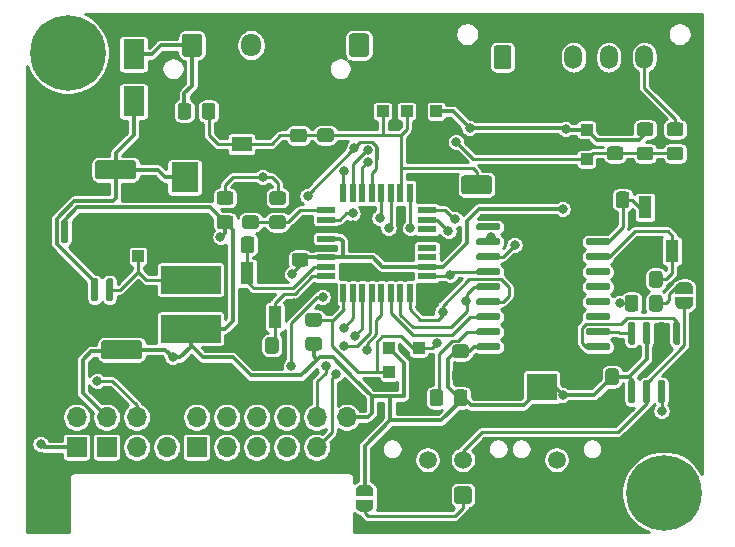
<source format=gbr>
%TF.GenerationSoftware,KiCad,Pcbnew,(5.1.6-0-10_14)*%
%TF.CreationDate,2021-05-10T19:53:14+02:00*%
%TF.ProjectId,CAN_Display,43414e5f-4469-4737-906c-61792e6b6963,rev?*%
%TF.SameCoordinates,Original*%
%TF.FileFunction,Copper,L1,Top*%
%TF.FilePolarity,Positive*%
%FSLAX46Y46*%
G04 Gerber Fmt 4.6, Leading zero omitted, Abs format (unit mm)*
G04 Created by KiCad (PCBNEW (5.1.6-0-10_14)) date 2021-05-10 19:53:14*
%MOMM*%
%LPD*%
G01*
G04 APERTURE LIST*
%TA.AperFunction,ComponentPad*%
%ADD10O,1.700000X1.700000*%
%TD*%
%TA.AperFunction,ComponentPad*%
%ADD11R,1.700000X1.700000*%
%TD*%
%TA.AperFunction,ComponentPad*%
%ADD12O,1.700000X2.000000*%
%TD*%
%TA.AperFunction,ComponentPad*%
%ADD13O,1.700000X1.950000*%
%TD*%
%TA.AperFunction,ComponentPad*%
%ADD14O,1.500000X2.020000*%
%TD*%
%TA.AperFunction,SMDPad,CuDef*%
%ADD15R,2.500000X2.300000*%
%TD*%
%TA.AperFunction,SMDPad,CuDef*%
%ADD16R,1.800000X2.500000*%
%TD*%
%TA.AperFunction,ComponentPad*%
%ADD17C,1.500000*%
%TD*%
%TA.AperFunction,SMDPad,CuDef*%
%ADD18R,1.000000X1.000000*%
%TD*%
%TA.AperFunction,SMDPad,CuDef*%
%ADD19R,1.100000X1.900000*%
%TD*%
%TA.AperFunction,SMDPad,CuDef*%
%ADD20C,0.100000*%
%TD*%
%TA.AperFunction,SMDPad,CuDef*%
%ADD21R,1.700000X1.300000*%
%TD*%
%TA.AperFunction,SMDPad,CuDef*%
%ADD22R,5.100000X2.350000*%
%TD*%
%TA.AperFunction,SMDPad,CuDef*%
%ADD23R,2.300000X2.500000*%
%TD*%
%TA.AperFunction,ComponentPad*%
%ADD24C,0.800000*%
%TD*%
%TA.AperFunction,ComponentPad*%
%ADD25C,6.400000*%
%TD*%
%TA.AperFunction,SMDPad,CuDef*%
%ADD26R,0.550000X1.600000*%
%TD*%
%TA.AperFunction,SMDPad,CuDef*%
%ADD27R,1.600000X0.550000*%
%TD*%
%TA.AperFunction,ViaPad*%
%ADD28C,0.800000*%
%TD*%
%TA.AperFunction,Conductor*%
%ADD29C,0.250000*%
%TD*%
%TA.AperFunction,Conductor*%
%ADD30C,0.350000*%
%TD*%
%TA.AperFunction,Conductor*%
%ADD31C,0.254000*%
%TD*%
G04 APERTURE END LIST*
D10*
%TO.P,J5,6*%
%TO.N,GND*%
X139192000Y-111760000D03*
%TO.P,J5,5*%
%TO.N,RESET*%
X139192000Y-114300000D03*
%TO.P,J5,4*%
%TO.N,MOSI*%
X136652000Y-111760000D03*
%TO.P,J5,3*%
%TO.N,SCK*%
X136652000Y-114300000D03*
%TO.P,J5,2*%
%TO.N,+5V*%
X134112000Y-111760000D03*
D11*
%TO.P,J5,1*%
%TO.N,MISO*%
X134112000Y-114300000D03*
%TD*%
D12*
%TO.P,J2,2*%
%TO.N,GND*%
X157988000Y-80264000D03*
%TO.P,J2,1*%
%TO.N,Net-(J2-Pad1)*%
%TA.AperFunction,ComponentPad*%
G36*
G01*
X154638000Y-81014000D02*
X154638000Y-79514000D01*
G75*
G02*
X154888000Y-79264000I250000J0D01*
G01*
X156088000Y-79264000D01*
G75*
G02*
X156338000Y-79514000I0J-250000D01*
G01*
X156338000Y-81014000D01*
G75*
G02*
X156088000Y-81264000I-250000J0D01*
G01*
X154888000Y-81264000D01*
G75*
G02*
X154638000Y-81014000I0J250000D01*
G01*
G37*
%TD.AperFunction*%
%TD*%
D13*
%TO.P,J4,4*%
%TO.N,GND*%
X148844000Y-80264000D03*
%TO.P,J4,3*%
%TO.N,INSTR.BEL*%
X146344000Y-80264000D03*
%TO.P,J4,2*%
%TO.N,GND*%
X143844000Y-80264000D03*
%TO.P,J4,1*%
%TO.N,+12V*%
%TA.AperFunction,ComponentPad*%
G36*
G01*
X140494000Y-80989000D02*
X140494000Y-79539000D01*
G75*
G02*
X140744000Y-79289000I250000J0D01*
G01*
X141944000Y-79289000D01*
G75*
G02*
X142194000Y-79539000I0J-250000D01*
G01*
X142194000Y-80989000D01*
G75*
G02*
X141944000Y-81239000I-250000J0D01*
G01*
X140744000Y-81239000D01*
G75*
G02*
X140494000Y-80989000I0J250000D01*
G01*
G37*
%TD.AperFunction*%
%TD*%
D10*
%TO.P,J3,2*%
%TO.N,INSTR.BEL*%
X131572000Y-111760000D03*
D11*
%TO.P,J3,1*%
%TO.N,+12V*%
X131572000Y-114300000D03*
%TD*%
D14*
%TO.P,J6,5*%
%TO.N,Net-(C12-Pad1)*%
X179640000Y-81280000D03*
%TO.P,J6,4*%
%TO.N,RXD*%
X176640000Y-81280000D03*
%TO.P,J6,3*%
%TO.N,TXD*%
X173640000Y-81280000D03*
%TO.P,J6,2*%
%TO.N,GND*%
X170640000Y-81280000D03*
%TO.P,J6,1*%
%TO.N,+5V*%
%TA.AperFunction,ComponentPad*%
G36*
G01*
X166890000Y-82040000D02*
X166890000Y-80520000D01*
G75*
G02*
X167140000Y-80270000I250000J0D01*
G01*
X168140000Y-80270000D01*
G75*
G02*
X168390000Y-80520000I0J-250000D01*
G01*
X168390000Y-82040000D01*
G75*
G02*
X168140000Y-82290000I-250000J0D01*
G01*
X167140000Y-82290000D01*
G75*
G02*
X166890000Y-82040000I0J250000D01*
G01*
G37*
%TD.AperFunction*%
%TD*%
D10*
%TO.P,J7,12*%
%TO.N,+5V*%
X154432000Y-111760000D03*
%TO.P,J7,11*%
%TO.N,GND*%
X154432000Y-114300000D03*
%TO.P,J7,10*%
%TO.N,SCL*%
X151892000Y-111760000D03*
%TO.P,J7,9*%
%TO.N,SDA*%
X151892000Y-114300000D03*
%TO.P,J7,8*%
%TO.N,D4*%
X149352000Y-111760000D03*
%TO.P,J7,7*%
%TO.N,A2*%
X149352000Y-114300000D03*
%TO.P,J7,6*%
%TO.N,A1*%
X146812000Y-111760000D03*
%TO.P,J7,5*%
%TO.N,A0*%
X146812000Y-114300000D03*
%TO.P,J7,4*%
%TO.N,D9*%
X144272000Y-111760000D03*
%TO.P,J7,3*%
%TO.N,D8*%
X144272000Y-114300000D03*
%TO.P,J7,2*%
%TO.N,D7*%
X141732000Y-111760000D03*
D11*
%TO.P,J7,1*%
%TO.N,D6*%
X141732000Y-114300000D03*
%TD*%
%TO.P,U1,18*%
%TO.N,+5V*%
%TA.AperFunction,SMDPad,CuDef*%
G36*
G01*
X167444000Y-105641000D02*
X167444000Y-105941000D01*
G75*
G02*
X167294000Y-106091000I-150000J0D01*
G01*
X165544000Y-106091000D01*
G75*
G02*
X165394000Y-105941000I0J150000D01*
G01*
X165394000Y-105641000D01*
G75*
G02*
X165544000Y-105491000I150000J0D01*
G01*
X167294000Y-105491000D01*
G75*
G02*
X167444000Y-105641000I0J-150000D01*
G01*
G37*
%TD.AperFunction*%
%TO.P,U1,17*%
%TO.N,Net-(R3-Pad2)*%
%TA.AperFunction,SMDPad,CuDef*%
G36*
G01*
X167444000Y-104371000D02*
X167444000Y-104671000D01*
G75*
G02*
X167294000Y-104821000I-150000J0D01*
G01*
X165544000Y-104821000D01*
G75*
G02*
X165394000Y-104671000I0J150000D01*
G01*
X165394000Y-104371000D01*
G75*
G02*
X165544000Y-104221000I150000J0D01*
G01*
X167294000Y-104221000D01*
G75*
G02*
X167444000Y-104371000I0J-150000D01*
G01*
G37*
%TD.AperFunction*%
%TO.P,U1,16*%
%TO.N,SS*%
%TA.AperFunction,SMDPad,CuDef*%
G36*
G01*
X167444000Y-103101000D02*
X167444000Y-103401000D01*
G75*
G02*
X167294000Y-103551000I-150000J0D01*
G01*
X165544000Y-103551000D01*
G75*
G02*
X165394000Y-103401000I0J150000D01*
G01*
X165394000Y-103101000D01*
G75*
G02*
X165544000Y-102951000I150000J0D01*
G01*
X167294000Y-102951000D01*
G75*
G02*
X167444000Y-103101000I0J-150000D01*
G01*
G37*
%TD.AperFunction*%
%TO.P,U1,15*%
%TO.N,MISO*%
%TA.AperFunction,SMDPad,CuDef*%
G36*
G01*
X167444000Y-101831000D02*
X167444000Y-102131000D01*
G75*
G02*
X167294000Y-102281000I-150000J0D01*
G01*
X165544000Y-102281000D01*
G75*
G02*
X165394000Y-102131000I0J150000D01*
G01*
X165394000Y-101831000D01*
G75*
G02*
X165544000Y-101681000I150000J0D01*
G01*
X167294000Y-101681000D01*
G75*
G02*
X167444000Y-101831000I0J-150000D01*
G01*
G37*
%TD.AperFunction*%
%TO.P,U1,14*%
%TO.N,MOSI*%
%TA.AperFunction,SMDPad,CuDef*%
G36*
G01*
X167444000Y-100561000D02*
X167444000Y-100861000D01*
G75*
G02*
X167294000Y-101011000I-150000J0D01*
G01*
X165544000Y-101011000D01*
G75*
G02*
X165394000Y-100861000I0J150000D01*
G01*
X165394000Y-100561000D01*
G75*
G02*
X165544000Y-100411000I150000J0D01*
G01*
X167294000Y-100411000D01*
G75*
G02*
X167444000Y-100561000I0J-150000D01*
G01*
G37*
%TD.AperFunction*%
%TO.P,U1,13*%
%TO.N,SCK*%
%TA.AperFunction,SMDPad,CuDef*%
G36*
G01*
X167444000Y-99291000D02*
X167444000Y-99591000D01*
G75*
G02*
X167294000Y-99741000I-150000J0D01*
G01*
X165544000Y-99741000D01*
G75*
G02*
X165394000Y-99591000I0J150000D01*
G01*
X165394000Y-99291000D01*
G75*
G02*
X165544000Y-99141000I150000J0D01*
G01*
X167294000Y-99141000D01*
G75*
G02*
X167444000Y-99291000I0J-150000D01*
G01*
G37*
%TD.AperFunction*%
%TO.P,U1,12*%
%TO.N,D2*%
%TA.AperFunction,SMDPad,CuDef*%
G36*
G01*
X167444000Y-98021000D02*
X167444000Y-98321000D01*
G75*
G02*
X167294000Y-98471000I-150000J0D01*
G01*
X165544000Y-98471000D01*
G75*
G02*
X165394000Y-98321000I0J150000D01*
G01*
X165394000Y-98021000D01*
G75*
G02*
X165544000Y-97871000I150000J0D01*
G01*
X167294000Y-97871000D01*
G75*
G02*
X167444000Y-98021000I0J-150000D01*
G01*
G37*
%TD.AperFunction*%
%TO.P,U1,11*%
%TO.N,N/C*%
%TA.AperFunction,SMDPad,CuDef*%
G36*
G01*
X167444000Y-96751000D02*
X167444000Y-97051000D01*
G75*
G02*
X167294000Y-97201000I-150000J0D01*
G01*
X165544000Y-97201000D01*
G75*
G02*
X165394000Y-97051000I0J150000D01*
G01*
X165394000Y-96751000D01*
G75*
G02*
X165544000Y-96601000I150000J0D01*
G01*
X167294000Y-96601000D01*
G75*
G02*
X167444000Y-96751000I0J-150000D01*
G01*
G37*
%TD.AperFunction*%
%TO.P,U1,10*%
%TA.AperFunction,SMDPad,CuDef*%
G36*
G01*
X167444000Y-95481000D02*
X167444000Y-95781000D01*
G75*
G02*
X167294000Y-95931000I-150000J0D01*
G01*
X165544000Y-95931000D01*
G75*
G02*
X165394000Y-95781000I0J150000D01*
G01*
X165394000Y-95481000D01*
G75*
G02*
X165544000Y-95331000I150000J0D01*
G01*
X167294000Y-95331000D01*
G75*
G02*
X167444000Y-95481000I0J-150000D01*
G01*
G37*
%TD.AperFunction*%
%TO.P,U1,9*%
%TO.N,GND*%
%TA.AperFunction,SMDPad,CuDef*%
G36*
G01*
X176744000Y-95481000D02*
X176744000Y-95781000D01*
G75*
G02*
X176594000Y-95931000I-150000J0D01*
G01*
X174844000Y-95931000D01*
G75*
G02*
X174694000Y-95781000I0J150000D01*
G01*
X174694000Y-95481000D01*
G75*
G02*
X174844000Y-95331000I150000J0D01*
G01*
X176594000Y-95331000D01*
G75*
G02*
X176744000Y-95481000I0J-150000D01*
G01*
G37*
%TD.AperFunction*%
%TO.P,U1,8*%
%TO.N,Net-(C7-Pad1)*%
%TA.AperFunction,SMDPad,CuDef*%
G36*
G01*
X176744000Y-96751000D02*
X176744000Y-97051000D01*
G75*
G02*
X176594000Y-97201000I-150000J0D01*
G01*
X174844000Y-97201000D01*
G75*
G02*
X174694000Y-97051000I0J150000D01*
G01*
X174694000Y-96751000D01*
G75*
G02*
X174844000Y-96601000I150000J0D01*
G01*
X176594000Y-96601000D01*
G75*
G02*
X176744000Y-96751000I0J-150000D01*
G01*
G37*
%TD.AperFunction*%
%TO.P,U1,7*%
%TO.N,Net-(C8-Pad1)*%
%TA.AperFunction,SMDPad,CuDef*%
G36*
G01*
X176744000Y-98021000D02*
X176744000Y-98321000D01*
G75*
G02*
X176594000Y-98471000I-150000J0D01*
G01*
X174844000Y-98471000D01*
G75*
G02*
X174694000Y-98321000I0J150000D01*
G01*
X174694000Y-98021000D01*
G75*
G02*
X174844000Y-97871000I150000J0D01*
G01*
X176594000Y-97871000D01*
G75*
G02*
X176744000Y-98021000I0J-150000D01*
G01*
G37*
%TD.AperFunction*%
%TO.P,U1,6*%
%TO.N,N/C*%
%TA.AperFunction,SMDPad,CuDef*%
G36*
G01*
X176744000Y-99291000D02*
X176744000Y-99591000D01*
G75*
G02*
X176594000Y-99741000I-150000J0D01*
G01*
X174844000Y-99741000D01*
G75*
G02*
X174694000Y-99591000I0J150000D01*
G01*
X174694000Y-99291000D01*
G75*
G02*
X174844000Y-99141000I150000J0D01*
G01*
X176594000Y-99141000D01*
G75*
G02*
X176744000Y-99291000I0J-150000D01*
G01*
G37*
%TD.AperFunction*%
%TO.P,U1,5*%
%TA.AperFunction,SMDPad,CuDef*%
G36*
G01*
X176744000Y-100561000D02*
X176744000Y-100861000D01*
G75*
G02*
X176594000Y-101011000I-150000J0D01*
G01*
X174844000Y-101011000D01*
G75*
G02*
X174694000Y-100861000I0J150000D01*
G01*
X174694000Y-100561000D01*
G75*
G02*
X174844000Y-100411000I150000J0D01*
G01*
X176594000Y-100411000D01*
G75*
G02*
X176744000Y-100561000I0J-150000D01*
G01*
G37*
%TD.AperFunction*%
%TO.P,U1,4*%
%TA.AperFunction,SMDPad,CuDef*%
G36*
G01*
X176744000Y-101831000D02*
X176744000Y-102131000D01*
G75*
G02*
X176594000Y-102281000I-150000J0D01*
G01*
X174844000Y-102281000D01*
G75*
G02*
X174694000Y-102131000I0J150000D01*
G01*
X174694000Y-101831000D01*
G75*
G02*
X174844000Y-101681000I150000J0D01*
G01*
X176594000Y-101681000D01*
G75*
G02*
X176744000Y-101831000I0J-150000D01*
G01*
G37*
%TD.AperFunction*%
%TO.P,U1,3*%
%TA.AperFunction,SMDPad,CuDef*%
G36*
G01*
X176744000Y-103101000D02*
X176744000Y-103401000D01*
G75*
G02*
X176594000Y-103551000I-150000J0D01*
G01*
X174844000Y-103551000D01*
G75*
G02*
X174694000Y-103401000I0J150000D01*
G01*
X174694000Y-103101000D01*
G75*
G02*
X174844000Y-102951000I150000J0D01*
G01*
X176594000Y-102951000D01*
G75*
G02*
X176744000Y-103101000I0J-150000D01*
G01*
G37*
%TD.AperFunction*%
%TO.P,U1,2*%
%TO.N,Net-(U1-Pad2)*%
%TA.AperFunction,SMDPad,CuDef*%
G36*
G01*
X176744000Y-104371000D02*
X176744000Y-104671000D01*
G75*
G02*
X176594000Y-104821000I-150000J0D01*
G01*
X174844000Y-104821000D01*
G75*
G02*
X174694000Y-104671000I0J150000D01*
G01*
X174694000Y-104371000D01*
G75*
G02*
X174844000Y-104221000I150000J0D01*
G01*
X176594000Y-104221000D01*
G75*
G02*
X176744000Y-104371000I0J-150000D01*
G01*
G37*
%TD.AperFunction*%
%TO.P,U1,1*%
%TO.N,Net-(U1-Pad1)*%
%TA.AperFunction,SMDPad,CuDef*%
G36*
G01*
X176744000Y-105641000D02*
X176744000Y-105941000D01*
G75*
G02*
X176594000Y-106091000I-150000J0D01*
G01*
X174844000Y-106091000D01*
G75*
G02*
X174694000Y-105941000I0J150000D01*
G01*
X174694000Y-105641000D01*
G75*
G02*
X174844000Y-105491000I150000J0D01*
G01*
X176594000Y-105491000D01*
G75*
G02*
X176744000Y-105641000I0J-150000D01*
G01*
G37*
%TD.AperFunction*%
%TD*%
D15*
%TO.P,D2,2*%
%TO.N,GND*%
X166642000Y-109220000D03*
%TO.P,D2,1*%
%TO.N,+5V*%
X170942000Y-109220000D03*
%TD*%
D16*
%TO.P,D8,2*%
%TO.N,+12V*%
X136398000Y-81026000D03*
%TO.P,D8,1*%
%TO.N,Net-(C13-Pad1)*%
X136398000Y-85026000D03*
%TD*%
D17*
%TO.P,J8,2*%
%TO.N,D5*%
X172212000Y-115364000D03*
%TO.P,J8,1*%
%TO.N,GND*%
%TA.AperFunction,ComponentPad*%
G36*
G01*
X172962000Y-117864000D02*
X172962000Y-118864000D01*
G75*
G02*
X172712000Y-119114000I-250000J0D01*
G01*
X171712000Y-119114000D01*
G75*
G02*
X171462000Y-118864000I0J250000D01*
G01*
X171462000Y-117864000D01*
G75*
G02*
X171712000Y-117614000I250000J0D01*
G01*
X172712000Y-117614000D01*
G75*
G02*
X172962000Y-117864000I0J-250000D01*
G01*
G37*
%TD.AperFunction*%
%TD*%
D18*
%TO.P,D7,2*%
%TO.N,GND*%
X160528000Y-107950000D03*
%TO.P,D7,1*%
%TO.N,D5*%
X158028000Y-107950000D03*
%TD*%
%TO.P,D6,2*%
%TO.N,D5*%
X160528000Y-105918000D03*
%TO.P,D6,1*%
%TO.N,+5V*%
X158028000Y-105918000D03*
%TD*%
%TO.P,D5,2*%
%TO.N,GND*%
X154980000Y-85852000D03*
%TO.P,D5,1*%
%TO.N,A3*%
X157480000Y-85852000D03*
%TD*%
%TO.P,D3,2*%
%TO.N,A3*%
X159512000Y-85852000D03*
%TO.P,D3,1*%
%TO.N,+5V*%
X162012000Y-85852000D03*
%TD*%
%TO.P,D1,2*%
%TO.N,RESET*%
X174752000Y-89916000D03*
%TO.P,D1,1*%
%TO.N,+5V*%
X174752000Y-87416000D03*
%TD*%
%TO.P,D10,2*%
%TO.N,GND*%
X136779000Y-95631000D03*
%TO.P,D10,1*%
%TO.N,Net-(D10-Pad1)*%
X136779000Y-98131000D03*
%TD*%
D19*
%TO.P,Y2,4*%
%TO.N,GND*%
X181991000Y-93980000D03*
%TO.P,Y2,3*%
%TO.N,Net-(C8-Pad1)*%
X181991000Y-97680000D03*
%TO.P,Y2,2*%
%TO.N,GND*%
X179691000Y-97680000D03*
%TO.P,Y2,1*%
%TO.N,Net-(C7-Pad1)*%
X179691000Y-93980000D03*
%TD*%
%TO.P,Y1,4*%
%TO.N,GND*%
X148336000Y-99568000D03*
%TO.P,Y1,3*%
%TO.N,Net-(C3-Pad2)*%
X148336000Y-103268000D03*
%TO.P,Y1,2*%
%TO.N,GND*%
X146036000Y-103268000D03*
%TO.P,Y1,1*%
%TO.N,Net-(C2-Pad2)*%
X146036000Y-99568000D03*
%TD*%
%TA.AperFunction,SMDPad,CuDef*%
D20*
%TO.P,JP1,2*%
%TO.N,Net-(J1-Pad1)*%
G36*
X156705398Y-119268000D02*
G01*
X156705398Y-119292534D01*
X156700588Y-119341365D01*
X156691016Y-119389490D01*
X156676772Y-119436445D01*
X156657995Y-119481778D01*
X156634864Y-119525051D01*
X156607604Y-119565850D01*
X156576476Y-119603779D01*
X156541779Y-119638476D01*
X156503850Y-119669604D01*
X156463051Y-119696864D01*
X156419778Y-119719995D01*
X156374445Y-119738772D01*
X156327490Y-119753016D01*
X156279365Y-119762588D01*
X156230534Y-119767398D01*
X156206000Y-119767398D01*
X156206000Y-119768000D01*
X155706000Y-119768000D01*
X155706000Y-119767398D01*
X155681466Y-119767398D01*
X155632635Y-119762588D01*
X155584510Y-119753016D01*
X155537555Y-119738772D01*
X155492222Y-119719995D01*
X155448949Y-119696864D01*
X155408150Y-119669604D01*
X155370221Y-119638476D01*
X155335524Y-119603779D01*
X155304396Y-119565850D01*
X155277136Y-119525051D01*
X155254005Y-119481778D01*
X155235228Y-119436445D01*
X155220984Y-119389490D01*
X155211412Y-119341365D01*
X155206602Y-119292534D01*
X155206602Y-119268000D01*
X155206000Y-119268000D01*
X155206000Y-118768000D01*
X156706000Y-118768000D01*
X156706000Y-119268000D01*
X156705398Y-119268000D01*
G37*
%TD.AperFunction*%
%TA.AperFunction,SMDPad,CuDef*%
%TO.P,JP1,1*%
%TO.N,+5V*%
G36*
X155206000Y-118468000D02*
G01*
X155206000Y-117968000D01*
X155206602Y-117968000D01*
X155206602Y-117943466D01*
X155211412Y-117894635D01*
X155220984Y-117846510D01*
X155235228Y-117799555D01*
X155254005Y-117754222D01*
X155277136Y-117710949D01*
X155304396Y-117670150D01*
X155335524Y-117632221D01*
X155370221Y-117597524D01*
X155408150Y-117566396D01*
X155448949Y-117539136D01*
X155492222Y-117516005D01*
X155537555Y-117497228D01*
X155584510Y-117482984D01*
X155632635Y-117473412D01*
X155681466Y-117468602D01*
X155706000Y-117468602D01*
X155706000Y-117468000D01*
X156206000Y-117468000D01*
X156206000Y-117468602D01*
X156230534Y-117468602D01*
X156279365Y-117473412D01*
X156327490Y-117482984D01*
X156374445Y-117497228D01*
X156419778Y-117516005D01*
X156463051Y-117539136D01*
X156503850Y-117566396D01*
X156541779Y-117597524D01*
X156576476Y-117632221D01*
X156607604Y-117670150D01*
X156634864Y-117710949D01*
X156657995Y-117754222D01*
X156676772Y-117799555D01*
X156691016Y-117846510D01*
X156700588Y-117894635D01*
X156705398Y-117943466D01*
X156705398Y-117968000D01*
X156706000Y-117968000D01*
X156706000Y-118468000D01*
X155206000Y-118468000D01*
G37*
%TD.AperFunction*%
%TD*%
%TO.P,R7,2*%
%TO.N,GND*%
%TA.AperFunction,SMDPad,CuDef*%
G36*
G01*
X150818001Y-86427000D02*
X149917999Y-86427000D01*
G75*
G02*
X149668000Y-86177001I0J249999D01*
G01*
X149668000Y-85526999D01*
G75*
G02*
X149917999Y-85277000I249999J0D01*
G01*
X150818001Y-85277000D01*
G75*
G02*
X151068000Y-85526999I0J-249999D01*
G01*
X151068000Y-86177001D01*
G75*
G02*
X150818001Y-86427000I-249999J0D01*
G01*
G37*
%TD.AperFunction*%
%TO.P,R7,1*%
%TO.N,A3*%
%TA.AperFunction,SMDPad,CuDef*%
G36*
G01*
X150818001Y-88477000D02*
X149917999Y-88477000D01*
G75*
G02*
X149668000Y-88227001I0J249999D01*
G01*
X149668000Y-87576999D01*
G75*
G02*
X149917999Y-87327000I249999J0D01*
G01*
X150818001Y-87327000D01*
G75*
G02*
X151068000Y-87576999I0J-249999D01*
G01*
X151068000Y-88227001D01*
G75*
G02*
X150818001Y-88477000I-249999J0D01*
G01*
G37*
%TD.AperFunction*%
%TD*%
%TO.P,R6,2*%
%TO.N,+12V*%
%TA.AperFunction,SMDPad,CuDef*%
G36*
G01*
X141273000Y-85401999D02*
X141273000Y-86302001D01*
G75*
G02*
X141023001Y-86552000I-249999J0D01*
G01*
X140372999Y-86552000D01*
G75*
G02*
X140123000Y-86302001I0J249999D01*
G01*
X140123000Y-85401999D01*
G75*
G02*
X140372999Y-85152000I249999J0D01*
G01*
X141023001Y-85152000D01*
G75*
G02*
X141273000Y-85401999I0J-249999D01*
G01*
G37*
%TD.AperFunction*%
%TO.P,R6,1*%
%TO.N,A3*%
%TA.AperFunction,SMDPad,CuDef*%
G36*
G01*
X143323000Y-85401999D02*
X143323000Y-86302001D01*
G75*
G02*
X143073001Y-86552000I-249999J0D01*
G01*
X142422999Y-86552000D01*
G75*
G02*
X142173000Y-86302001I0J249999D01*
G01*
X142173000Y-85401999D01*
G75*
G02*
X142422999Y-85152000I249999J0D01*
G01*
X143073001Y-85152000D01*
G75*
G02*
X143323000Y-85401999I0J-249999D01*
G01*
G37*
%TD.AperFunction*%
%TD*%
D21*
%TO.P,D4,2*%
%TO.N,GND*%
X145542000Y-85146000D03*
%TO.P,D4,1*%
%TO.N,A3*%
X145542000Y-88646000D03*
%TD*%
%TO.P,C11,2*%
%TO.N,GND*%
%TA.AperFunction,SMDPad,CuDef*%
G36*
G01*
X167737000Y-92625000D02*
X167737000Y-91525000D01*
G75*
G02*
X167987000Y-91275000I250000J0D01*
G01*
X170087000Y-91275000D01*
G75*
G02*
X170337000Y-91525000I0J-250000D01*
G01*
X170337000Y-92625000D01*
G75*
G02*
X170087000Y-92875000I-250000J0D01*
G01*
X167987000Y-92875000D01*
G75*
G02*
X167737000Y-92625000I0J250000D01*
G01*
G37*
%TD.AperFunction*%
%TO.P,C11,1*%
%TO.N,A3*%
%TA.AperFunction,SMDPad,CuDef*%
G36*
G01*
X164137000Y-92625000D02*
X164137000Y-91525000D01*
G75*
G02*
X164387000Y-91275000I250000J0D01*
G01*
X166487000Y-91275000D01*
G75*
G02*
X166737000Y-91525000I0J-250000D01*
G01*
X166737000Y-92625000D01*
G75*
G02*
X166487000Y-92875000I-250000J0D01*
G01*
X164387000Y-92875000D01*
G75*
G02*
X164137000Y-92625000I0J250000D01*
G01*
G37*
%TD.AperFunction*%
%TD*%
%TO.P,C10,2*%
%TO.N,GND*%
%TA.AperFunction,SMDPad,CuDef*%
G36*
G01*
X153104001Y-86409000D02*
X152203999Y-86409000D01*
G75*
G02*
X151954000Y-86159001I0J249999D01*
G01*
X151954000Y-85508999D01*
G75*
G02*
X152203999Y-85259000I249999J0D01*
G01*
X153104001Y-85259000D01*
G75*
G02*
X153354000Y-85508999I0J-249999D01*
G01*
X153354000Y-86159001D01*
G75*
G02*
X153104001Y-86409000I-249999J0D01*
G01*
G37*
%TD.AperFunction*%
%TO.P,C10,1*%
%TO.N,A3*%
%TA.AperFunction,SMDPad,CuDef*%
G36*
G01*
X153104001Y-88459000D02*
X152203999Y-88459000D01*
G75*
G02*
X151954000Y-88209001I0J249999D01*
G01*
X151954000Y-87558999D01*
G75*
G02*
X152203999Y-87309000I249999J0D01*
G01*
X153104001Y-87309000D01*
G75*
G02*
X153354000Y-87558999I0J-249999D01*
G01*
X153354000Y-88209001D01*
G75*
G02*
X153104001Y-88459000I-249999J0D01*
G01*
G37*
%TD.AperFunction*%
%TD*%
%TO.P,U4,8*%
%TO.N,Net-(D10-Pad1)*%
%TA.AperFunction,SMDPad,CuDef*%
G36*
G01*
X134216000Y-99990000D02*
X134516000Y-99990000D01*
G75*
G02*
X134666000Y-100140000I0J-150000D01*
G01*
X134666000Y-101790000D01*
G75*
G02*
X134516000Y-101940000I-150000J0D01*
G01*
X134216000Y-101940000D01*
G75*
G02*
X134066000Y-101790000I0J150000D01*
G01*
X134066000Y-100140000D01*
G75*
G02*
X134216000Y-99990000I150000J0D01*
G01*
G37*
%TD.AperFunction*%
%TO.P,U4,7*%
%TO.N,Net-(C13-Pad1)*%
%TA.AperFunction,SMDPad,CuDef*%
G36*
G01*
X132946000Y-99990000D02*
X133246000Y-99990000D01*
G75*
G02*
X133396000Y-100140000I0J-150000D01*
G01*
X133396000Y-101790000D01*
G75*
G02*
X133246000Y-101940000I-150000J0D01*
G01*
X132946000Y-101940000D01*
G75*
G02*
X132796000Y-101790000I0J150000D01*
G01*
X132796000Y-100140000D01*
G75*
G02*
X132946000Y-99990000I150000J0D01*
G01*
G37*
%TD.AperFunction*%
%TO.P,U4,6*%
%TO.N,GND*%
%TA.AperFunction,SMDPad,CuDef*%
G36*
G01*
X131676000Y-99990000D02*
X131976000Y-99990000D01*
G75*
G02*
X132126000Y-100140000I0J-150000D01*
G01*
X132126000Y-101790000D01*
G75*
G02*
X131976000Y-101940000I-150000J0D01*
G01*
X131676000Y-101940000D01*
G75*
G02*
X131526000Y-101790000I0J150000D01*
G01*
X131526000Y-100140000D01*
G75*
G02*
X131676000Y-99990000I150000J0D01*
G01*
G37*
%TD.AperFunction*%
%TO.P,U4,5*%
%TA.AperFunction,SMDPad,CuDef*%
G36*
G01*
X130406000Y-99990000D02*
X130706000Y-99990000D01*
G75*
G02*
X130856000Y-100140000I0J-150000D01*
G01*
X130856000Y-101790000D01*
G75*
G02*
X130706000Y-101940000I-150000J0D01*
G01*
X130406000Y-101940000D01*
G75*
G02*
X130256000Y-101790000I0J150000D01*
G01*
X130256000Y-100140000D01*
G75*
G02*
X130406000Y-99990000I150000J0D01*
G01*
G37*
%TD.AperFunction*%
%TO.P,U4,4*%
%TO.N,+5V*%
%TA.AperFunction,SMDPad,CuDef*%
G36*
G01*
X130406000Y-95040000D02*
X130706000Y-95040000D01*
G75*
G02*
X130856000Y-95190000I0J-150000D01*
G01*
X130856000Y-96840000D01*
G75*
G02*
X130706000Y-96990000I-150000J0D01*
G01*
X130406000Y-96990000D01*
G75*
G02*
X130256000Y-96840000I0J150000D01*
G01*
X130256000Y-95190000D01*
G75*
G02*
X130406000Y-95040000I150000J0D01*
G01*
G37*
%TD.AperFunction*%
%TO.P,U4,3*%
%TO.N,GND*%
%TA.AperFunction,SMDPad,CuDef*%
G36*
G01*
X131676000Y-95040000D02*
X131976000Y-95040000D01*
G75*
G02*
X132126000Y-95190000I0J-150000D01*
G01*
X132126000Y-96840000D01*
G75*
G02*
X131976000Y-96990000I-150000J0D01*
G01*
X131676000Y-96990000D01*
G75*
G02*
X131526000Y-96840000I0J150000D01*
G01*
X131526000Y-95190000D01*
G75*
G02*
X131676000Y-95040000I150000J0D01*
G01*
G37*
%TD.AperFunction*%
%TO.P,U4,2*%
%TA.AperFunction,SMDPad,CuDef*%
G36*
G01*
X132946000Y-95040000D02*
X133246000Y-95040000D01*
G75*
G02*
X133396000Y-95190000I0J-150000D01*
G01*
X133396000Y-96840000D01*
G75*
G02*
X133246000Y-96990000I-150000J0D01*
G01*
X132946000Y-96990000D01*
G75*
G02*
X132796000Y-96840000I0J150000D01*
G01*
X132796000Y-95190000D01*
G75*
G02*
X132946000Y-95040000I150000J0D01*
G01*
G37*
%TD.AperFunction*%
%TO.P,U4,1*%
%TA.AperFunction,SMDPad,CuDef*%
G36*
G01*
X134216000Y-95040000D02*
X134516000Y-95040000D01*
G75*
G02*
X134666000Y-95190000I0J-150000D01*
G01*
X134666000Y-96840000D01*
G75*
G02*
X134516000Y-96990000I-150000J0D01*
G01*
X134216000Y-96990000D01*
G75*
G02*
X134066000Y-96840000I0J150000D01*
G01*
X134066000Y-95190000D01*
G75*
G02*
X134216000Y-95040000I150000J0D01*
G01*
G37*
%TD.AperFunction*%
%TD*%
D22*
%TO.P,L1,2*%
%TO.N,+5V*%
X141224000Y-104267000D03*
%TO.P,L1,1*%
%TO.N,Net-(D10-Pad1)*%
X141224000Y-100117000D03*
%TD*%
D23*
%TO.P,D9,2*%
%TO.N,GND*%
X140716000Y-95758000D03*
%TO.P,D9,1*%
%TO.N,Net-(C13-Pad1)*%
X140716000Y-91458000D03*
%TD*%
%TO.P,C14,2*%
%TO.N,GND*%
%TA.AperFunction,SMDPad,CuDef*%
G36*
G01*
X131732000Y-105495000D02*
X131732000Y-106595000D01*
G75*
G02*
X131482000Y-106845000I-250000J0D01*
G01*
X128482000Y-106845000D01*
G75*
G02*
X128232000Y-106595000I0J250000D01*
G01*
X128232000Y-105495000D01*
G75*
G02*
X128482000Y-105245000I250000J0D01*
G01*
X131482000Y-105245000D01*
G75*
G02*
X131732000Y-105495000I0J-250000D01*
G01*
G37*
%TD.AperFunction*%
%TO.P,C14,1*%
%TO.N,+5V*%
%TA.AperFunction,SMDPad,CuDef*%
G36*
G01*
X137132000Y-105495000D02*
X137132000Y-106595000D01*
G75*
G02*
X136882000Y-106845000I-250000J0D01*
G01*
X133882000Y-106845000D01*
G75*
G02*
X133632000Y-106595000I0J250000D01*
G01*
X133632000Y-105495000D01*
G75*
G02*
X133882000Y-105245000I250000J0D01*
G01*
X136882000Y-105245000D01*
G75*
G02*
X137132000Y-105495000I0J-250000D01*
G01*
G37*
%TD.AperFunction*%
%TD*%
%TO.P,C13,2*%
%TO.N,GND*%
%TA.AperFunction,SMDPad,CuDef*%
G36*
G01*
X131224000Y-90255000D02*
X131224000Y-91355000D01*
G75*
G02*
X130974000Y-91605000I-250000J0D01*
G01*
X127974000Y-91605000D01*
G75*
G02*
X127724000Y-91355000I0J250000D01*
G01*
X127724000Y-90255000D01*
G75*
G02*
X127974000Y-90005000I250000J0D01*
G01*
X130974000Y-90005000D01*
G75*
G02*
X131224000Y-90255000I0J-250000D01*
G01*
G37*
%TD.AperFunction*%
%TO.P,C13,1*%
%TO.N,Net-(C13-Pad1)*%
%TA.AperFunction,SMDPad,CuDef*%
G36*
G01*
X136624000Y-90255000D02*
X136624000Y-91355000D01*
G75*
G02*
X136374000Y-91605000I-250000J0D01*
G01*
X133374000Y-91605000D01*
G75*
G02*
X133124000Y-91355000I0J250000D01*
G01*
X133124000Y-90255000D01*
G75*
G02*
X133374000Y-90005000I250000J0D01*
G01*
X136374000Y-90005000D01*
G75*
G02*
X136624000Y-90255000I0J-250000D01*
G01*
G37*
%TD.AperFunction*%
%TD*%
%TO.P,C4,2*%
%TO.N,RESET*%
%TA.AperFunction,SMDPad,CuDef*%
G36*
G01*
X176714999Y-88833000D02*
X177615001Y-88833000D01*
G75*
G02*
X177865000Y-89082999I0J-249999D01*
G01*
X177865000Y-89733001D01*
G75*
G02*
X177615001Y-89983000I-249999J0D01*
G01*
X176714999Y-89983000D01*
G75*
G02*
X176465000Y-89733001I0J249999D01*
G01*
X176465000Y-89082999D01*
G75*
G02*
X176714999Y-88833000I249999J0D01*
G01*
G37*
%TD.AperFunction*%
%TO.P,C4,1*%
%TO.N,GND*%
%TA.AperFunction,SMDPad,CuDef*%
G36*
G01*
X176714999Y-86783000D02*
X177615001Y-86783000D01*
G75*
G02*
X177865000Y-87032999I0J-249999D01*
G01*
X177865000Y-87683001D01*
G75*
G02*
X177615001Y-87933000I-249999J0D01*
G01*
X176714999Y-87933000D01*
G75*
G02*
X176465000Y-87683001I0J249999D01*
G01*
X176465000Y-87032999D01*
G75*
G02*
X176714999Y-86783000I249999J0D01*
G01*
G37*
%TD.AperFunction*%
%TD*%
%TO.P,R5,2*%
%TO.N,+5V*%
%TA.AperFunction,SMDPad,CuDef*%
G36*
G01*
X143694999Y-94675000D02*
X144595001Y-94675000D01*
G75*
G02*
X144845000Y-94924999I0J-249999D01*
G01*
X144845000Y-95575001D01*
G75*
G02*
X144595001Y-95825000I-249999J0D01*
G01*
X143694999Y-95825000D01*
G75*
G02*
X143445000Y-95575001I0J249999D01*
G01*
X143445000Y-94924999D01*
G75*
G02*
X143694999Y-94675000I249999J0D01*
G01*
G37*
%TD.AperFunction*%
%TO.P,R5,1*%
%TO.N,Net-(J2-Pad1)*%
%TA.AperFunction,SMDPad,CuDef*%
G36*
G01*
X143694999Y-92625000D02*
X144595001Y-92625000D01*
G75*
G02*
X144845000Y-92874999I0J-249999D01*
G01*
X144845000Y-93525001D01*
G75*
G02*
X144595001Y-93775000I-249999J0D01*
G01*
X143694999Y-93775000D01*
G75*
G02*
X143445000Y-93525001I0J249999D01*
G01*
X143445000Y-92874999D01*
G75*
G02*
X143694999Y-92625000I249999J0D01*
G01*
G37*
%TD.AperFunction*%
%TD*%
%TO.P,R4,2*%
%TO.N,D3*%
%TA.AperFunction,SMDPad,CuDef*%
G36*
G01*
X148139999Y-94675000D02*
X149040001Y-94675000D01*
G75*
G02*
X149290000Y-94924999I0J-249999D01*
G01*
X149290000Y-95575001D01*
G75*
G02*
X149040001Y-95825000I-249999J0D01*
G01*
X148139999Y-95825000D01*
G75*
G02*
X147890000Y-95575001I0J249999D01*
G01*
X147890000Y-94924999D01*
G75*
G02*
X148139999Y-94675000I249999J0D01*
G01*
G37*
%TD.AperFunction*%
%TO.P,R4,1*%
%TO.N,Net-(J2-Pad1)*%
%TA.AperFunction,SMDPad,CuDef*%
G36*
G01*
X148139999Y-92625000D02*
X149040001Y-92625000D01*
G75*
G02*
X149290000Y-92874999I0J-249999D01*
G01*
X149290000Y-93525001D01*
G75*
G02*
X149040001Y-93775000I-249999J0D01*
G01*
X148139999Y-93775000D01*
G75*
G02*
X147890000Y-93525001I0J249999D01*
G01*
X147890000Y-92874999D01*
G75*
G02*
X148139999Y-92625000I249999J0D01*
G01*
G37*
%TD.AperFunction*%
%TD*%
%TO.P,C9,2*%
%TO.N,GND*%
%TA.AperFunction,SMDPad,CuDef*%
G36*
G01*
X146754001Y-93775000D02*
X145853999Y-93775000D01*
G75*
G02*
X145604000Y-93525001I0J249999D01*
G01*
X145604000Y-92874999D01*
G75*
G02*
X145853999Y-92625000I249999J0D01*
G01*
X146754001Y-92625000D01*
G75*
G02*
X147004000Y-92874999I0J-249999D01*
G01*
X147004000Y-93525001D01*
G75*
G02*
X146754001Y-93775000I-249999J0D01*
G01*
G37*
%TD.AperFunction*%
%TO.P,C9,1*%
%TO.N,D3*%
%TA.AperFunction,SMDPad,CuDef*%
G36*
G01*
X146754001Y-95825000D02*
X145853999Y-95825000D01*
G75*
G02*
X145604000Y-95575001I0J249999D01*
G01*
X145604000Y-94924999D01*
G75*
G02*
X145853999Y-94675000I249999J0D01*
G01*
X146754001Y-94675000D01*
G75*
G02*
X147004000Y-94924999I0J-249999D01*
G01*
X147004000Y-95575001D01*
G75*
G02*
X146754001Y-95825000I-249999J0D01*
G01*
G37*
%TD.AperFunction*%
%TD*%
D24*
%TO.P,H2,1*%
%TO.N,Net-(H2-Pad1)*%
X182972112Y-116459000D03*
X181275056Y-115756056D03*
X179578000Y-116459000D03*
X178875056Y-118156056D03*
X179578000Y-119853112D03*
X181275056Y-120556056D03*
X182972112Y-119853112D03*
X183675056Y-118156056D03*
D25*
X181275056Y-118156056D03*
%TD*%
D24*
%TO.P,H1,1*%
%TO.N,Net-(H1-Pad1)*%
X132507056Y-79201944D03*
X130810000Y-78499000D03*
X129112944Y-79201944D03*
X128410000Y-80899000D03*
X129112944Y-82596056D03*
X130810000Y-83299000D03*
X132507056Y-82596056D03*
X133210000Y-80899000D03*
D25*
X130810000Y-80899000D03*
%TD*%
%TO.P,U2,8*%
%TO.N,GND*%
%TA.AperFunction,SMDPad,CuDef*%
G36*
G01*
X182222000Y-108623000D02*
X182522000Y-108623000D01*
G75*
G02*
X182672000Y-108773000I0J-150000D01*
G01*
X182672000Y-110423000D01*
G75*
G02*
X182522000Y-110573000I-150000J0D01*
G01*
X182222000Y-110573000D01*
G75*
G02*
X182072000Y-110423000I0J150000D01*
G01*
X182072000Y-108773000D01*
G75*
G02*
X182222000Y-108623000I150000J0D01*
G01*
G37*
%TD.AperFunction*%
%TO.P,U2,7*%
%TO.N,Net-(J1-Pad4)*%
%TA.AperFunction,SMDPad,CuDef*%
G36*
G01*
X180952000Y-108623000D02*
X181252000Y-108623000D01*
G75*
G02*
X181402000Y-108773000I0J-150000D01*
G01*
X181402000Y-110423000D01*
G75*
G02*
X181252000Y-110573000I-150000J0D01*
G01*
X180952000Y-110573000D01*
G75*
G02*
X180802000Y-110423000I0J150000D01*
G01*
X180802000Y-108773000D01*
G75*
G02*
X180952000Y-108623000I150000J0D01*
G01*
G37*
%TD.AperFunction*%
%TO.P,U2,6*%
%TO.N,Net-(J1-Pad3)*%
%TA.AperFunction,SMDPad,CuDef*%
G36*
G01*
X179682000Y-108623000D02*
X179982000Y-108623000D01*
G75*
G02*
X180132000Y-108773000I0J-150000D01*
G01*
X180132000Y-110423000D01*
G75*
G02*
X179982000Y-110573000I-150000J0D01*
G01*
X179682000Y-110573000D01*
G75*
G02*
X179532000Y-110423000I0J150000D01*
G01*
X179532000Y-108773000D01*
G75*
G02*
X179682000Y-108623000I150000J0D01*
G01*
G37*
%TD.AperFunction*%
%TO.P,U2,5*%
%TO.N,+5V*%
%TA.AperFunction,SMDPad,CuDef*%
G36*
G01*
X178412000Y-108623000D02*
X178712000Y-108623000D01*
G75*
G02*
X178862000Y-108773000I0J-150000D01*
G01*
X178862000Y-110423000D01*
G75*
G02*
X178712000Y-110573000I-150000J0D01*
G01*
X178412000Y-110573000D01*
G75*
G02*
X178262000Y-110423000I0J150000D01*
G01*
X178262000Y-108773000D01*
G75*
G02*
X178412000Y-108623000I150000J0D01*
G01*
G37*
%TD.AperFunction*%
%TO.P,U2,4*%
%TO.N,Net-(U1-Pad2)*%
%TA.AperFunction,SMDPad,CuDef*%
G36*
G01*
X178412000Y-103673000D02*
X178712000Y-103673000D01*
G75*
G02*
X178862000Y-103823000I0J-150000D01*
G01*
X178862000Y-105473000D01*
G75*
G02*
X178712000Y-105623000I-150000J0D01*
G01*
X178412000Y-105623000D01*
G75*
G02*
X178262000Y-105473000I0J150000D01*
G01*
X178262000Y-103823000D01*
G75*
G02*
X178412000Y-103673000I150000J0D01*
G01*
G37*
%TD.AperFunction*%
%TO.P,U2,3*%
%TO.N,+5V*%
%TA.AperFunction,SMDPad,CuDef*%
G36*
G01*
X179682000Y-103673000D02*
X179982000Y-103673000D01*
G75*
G02*
X180132000Y-103823000I0J-150000D01*
G01*
X180132000Y-105473000D01*
G75*
G02*
X179982000Y-105623000I-150000J0D01*
G01*
X179682000Y-105623000D01*
G75*
G02*
X179532000Y-105473000I0J150000D01*
G01*
X179532000Y-103823000D01*
G75*
G02*
X179682000Y-103673000I150000J0D01*
G01*
G37*
%TD.AperFunction*%
%TO.P,U2,2*%
%TO.N,GND*%
%TA.AperFunction,SMDPad,CuDef*%
G36*
G01*
X180952000Y-103673000D02*
X181252000Y-103673000D01*
G75*
G02*
X181402000Y-103823000I0J-150000D01*
G01*
X181402000Y-105473000D01*
G75*
G02*
X181252000Y-105623000I-150000J0D01*
G01*
X180952000Y-105623000D01*
G75*
G02*
X180802000Y-105473000I0J150000D01*
G01*
X180802000Y-103823000D01*
G75*
G02*
X180952000Y-103673000I150000J0D01*
G01*
G37*
%TD.AperFunction*%
%TO.P,U2,1*%
%TO.N,Net-(U1-Pad1)*%
%TA.AperFunction,SMDPad,CuDef*%
G36*
G01*
X182222000Y-103673000D02*
X182522000Y-103673000D01*
G75*
G02*
X182672000Y-103823000I0J-150000D01*
G01*
X182672000Y-105473000D01*
G75*
G02*
X182522000Y-105623000I-150000J0D01*
G01*
X182222000Y-105623000D01*
G75*
G02*
X182072000Y-105473000I0J150000D01*
G01*
X182072000Y-103823000D01*
G75*
G02*
X182222000Y-103673000I150000J0D01*
G01*
G37*
%TD.AperFunction*%
%TD*%
%TO.P,R3,2*%
%TO.N,Net-(R3-Pad2)*%
%TA.AperFunction,SMDPad,CuDef*%
G36*
G01*
X162609000Y-109658999D02*
X162609000Y-110559001D01*
G75*
G02*
X162359001Y-110809000I-249999J0D01*
G01*
X161708999Y-110809000D01*
G75*
G02*
X161459000Y-110559001I0J249999D01*
G01*
X161459000Y-109658999D01*
G75*
G02*
X161708999Y-109409000I249999J0D01*
G01*
X162359001Y-109409000D01*
G75*
G02*
X162609000Y-109658999I0J-249999D01*
G01*
G37*
%TD.AperFunction*%
%TO.P,R3,1*%
%TO.N,+5V*%
%TA.AperFunction,SMDPad,CuDef*%
G36*
G01*
X164659000Y-109658999D02*
X164659000Y-110559001D01*
G75*
G02*
X164409001Y-110809000I-249999J0D01*
G01*
X163758999Y-110809000D01*
G75*
G02*
X163509000Y-110559001I0J249999D01*
G01*
X163509000Y-109658999D01*
G75*
G02*
X163758999Y-109409000I249999J0D01*
G01*
X164409001Y-109409000D01*
G75*
G02*
X164659000Y-109658999I0J-249999D01*
G01*
G37*
%TD.AperFunction*%
%TD*%
D17*
%TO.P,J1,4*%
%TO.N,Net-(J1-Pad4)*%
X161290000Y-115364000D03*
%TO.P,J1,3*%
%TO.N,Net-(J1-Pad3)*%
X164290000Y-115364000D03*
%TO.P,J1,2*%
%TO.N,GND*%
X161290000Y-118364000D03*
%TO.P,J1,1*%
%TO.N,Net-(J1-Pad1)*%
%TA.AperFunction,ComponentPad*%
G36*
G01*
X165040000Y-117864000D02*
X165040000Y-118864000D01*
G75*
G02*
X164790000Y-119114000I-250000J0D01*
G01*
X163790000Y-119114000D01*
G75*
G02*
X163540000Y-118864000I0J250000D01*
G01*
X163540000Y-117864000D01*
G75*
G02*
X163790000Y-117614000I250000J0D01*
G01*
X164790000Y-117614000D01*
G75*
G02*
X165040000Y-117864000I0J-250000D01*
G01*
G37*
%TD.AperFunction*%
%TD*%
%TO.P,R8,2*%
%TO.N,+5V*%
%TA.AperFunction,SMDPad,CuDef*%
G36*
G01*
X151187999Y-104980000D02*
X152088001Y-104980000D01*
G75*
G02*
X152338000Y-105229999I0J-249999D01*
G01*
X152338000Y-105880001D01*
G75*
G02*
X152088001Y-106130000I-249999J0D01*
G01*
X151187999Y-106130000D01*
G75*
G02*
X150938000Y-105880001I0J249999D01*
G01*
X150938000Y-105229999D01*
G75*
G02*
X151187999Y-104980000I249999J0D01*
G01*
G37*
%TD.AperFunction*%
%TO.P,R8,1*%
%TO.N,D5*%
%TA.AperFunction,SMDPad,CuDef*%
G36*
G01*
X151187999Y-102930000D02*
X152088001Y-102930000D01*
G75*
G02*
X152338000Y-103179999I0J-249999D01*
G01*
X152338000Y-103830001D01*
G75*
G02*
X152088001Y-104080000I-249999J0D01*
G01*
X151187999Y-104080000D01*
G75*
G02*
X150938000Y-103830001I0J249999D01*
G01*
X150938000Y-103179999D01*
G75*
G02*
X151187999Y-102930000I249999J0D01*
G01*
G37*
%TD.AperFunction*%
%TD*%
D26*
%TO.P,U3,32*%
%TO.N,D2*%
X154172000Y-92778000D03*
%TO.P,U3,31*%
%TO.N,TXD*%
X154972000Y-92778000D03*
%TO.P,U3,30*%
%TO.N,RXD*%
X155772000Y-92778000D03*
%TO.P,U3,29*%
%TO.N,RESET*%
X156572000Y-92778000D03*
%TO.P,U3,28*%
%TO.N,SCL*%
X157372000Y-92778000D03*
%TO.P,U3,27*%
%TO.N,SDA*%
X158172000Y-92778000D03*
%TO.P,U3,26*%
%TO.N,A3*%
X158972000Y-92778000D03*
%TO.P,U3,25*%
%TO.N,A2*%
X159772000Y-92778000D03*
D27*
%TO.P,U3,24*%
%TO.N,A1*%
X161222000Y-94228000D03*
%TO.P,U3,23*%
%TO.N,A0*%
X161222000Y-95028000D03*
%TO.P,U3,22*%
%TO.N,N/C*%
X161222000Y-95828000D03*
%TO.P,U3,21*%
%TO.N,GND*%
X161222000Y-96628000D03*
%TO.P,U3,20*%
%TO.N,N/C*%
X161222000Y-97428000D03*
%TO.P,U3,19*%
X161222000Y-98228000D03*
%TO.P,U3,18*%
%TO.N,+5V*%
X161222000Y-99028000D03*
%TO.P,U3,17*%
%TO.N,SCK*%
X161222000Y-99828000D03*
D26*
%TO.P,U3,16*%
%TO.N,MISO*%
X159772000Y-101278000D03*
%TO.P,U3,15*%
%TO.N,MOSI*%
X158972000Y-101278000D03*
%TO.P,U3,14*%
%TO.N,SS*%
X158172000Y-101278000D03*
%TO.P,U3,13*%
%TO.N,D9*%
X157372000Y-101278000D03*
%TO.P,U3,12*%
%TO.N,D8*%
X156572000Y-101278000D03*
%TO.P,U3,11*%
%TO.N,D7*%
X155772000Y-101278000D03*
%TO.P,U3,10*%
%TO.N,D6*%
X154972000Y-101278000D03*
%TO.P,U3,9*%
%TO.N,D5*%
X154172000Y-101278000D03*
D27*
%TO.P,U3,8*%
%TO.N,Net-(C3-Pad2)*%
X152722000Y-99828000D03*
%TO.P,U3,7*%
%TO.N,Net-(C2-Pad2)*%
X152722000Y-99028000D03*
%TO.P,U3,6*%
%TO.N,+5V*%
X152722000Y-98228000D03*
%TO.P,U3,5*%
%TO.N,GND*%
X152722000Y-97428000D03*
%TO.P,U3,4*%
%TO.N,+5V*%
X152722000Y-96628000D03*
%TO.P,U3,3*%
%TO.N,GND*%
X152722000Y-95828000D03*
%TO.P,U3,2*%
%TO.N,D4*%
X152722000Y-95028000D03*
%TO.P,U3,1*%
%TO.N,D3*%
X152722000Y-94228000D03*
%TD*%
%TO.P,C5,2*%
%TO.N,+5V*%
%TA.AperFunction,SMDPad,CuDef*%
G36*
G01*
X176336000Y-108781001D02*
X176336000Y-107880999D01*
G75*
G02*
X176585999Y-107631000I249999J0D01*
G01*
X177236001Y-107631000D01*
G75*
G02*
X177486000Y-107880999I0J-249999D01*
G01*
X177486000Y-108781001D01*
G75*
G02*
X177236001Y-109031000I-249999J0D01*
G01*
X176585999Y-109031000D01*
G75*
G02*
X176336000Y-108781001I0J249999D01*
G01*
G37*
%TD.AperFunction*%
%TO.P,C5,1*%
%TO.N,GND*%
%TA.AperFunction,SMDPad,CuDef*%
G36*
G01*
X174286000Y-108781001D02*
X174286000Y-107880999D01*
G75*
G02*
X174535999Y-107631000I249999J0D01*
G01*
X175186001Y-107631000D01*
G75*
G02*
X175436000Y-107880999I0J-249999D01*
G01*
X175436000Y-108781001D01*
G75*
G02*
X175186001Y-109031000I-249999J0D01*
G01*
X174535999Y-109031000D01*
G75*
G02*
X174286000Y-108781001I0J249999D01*
G01*
G37*
%TD.AperFunction*%
%TD*%
%TO.P,C1,2*%
%TO.N,+5V*%
%TA.AperFunction,SMDPad,CuDef*%
G36*
G01*
X164534001Y-106747000D02*
X163633999Y-106747000D01*
G75*
G02*
X163384000Y-106497001I0J249999D01*
G01*
X163384000Y-105846999D01*
G75*
G02*
X163633999Y-105597000I249999J0D01*
G01*
X164534001Y-105597000D01*
G75*
G02*
X164784000Y-105846999I0J-249999D01*
G01*
X164784000Y-106497001D01*
G75*
G02*
X164534001Y-106747000I-249999J0D01*
G01*
G37*
%TD.AperFunction*%
%TO.P,C1,1*%
%TO.N,GND*%
%TA.AperFunction,SMDPad,CuDef*%
G36*
G01*
X164534001Y-108797000D02*
X163633999Y-108797000D01*
G75*
G02*
X163384000Y-108547001I0J249999D01*
G01*
X163384000Y-107896999D01*
G75*
G02*
X163633999Y-107647000I249999J0D01*
G01*
X164534001Y-107647000D01*
G75*
G02*
X164784000Y-107896999I0J-249999D01*
G01*
X164784000Y-108547001D01*
G75*
G02*
X164534001Y-108797000I-249999J0D01*
G01*
G37*
%TD.AperFunction*%
%TD*%
%TO.P,C6,2*%
%TO.N,GND*%
%TA.AperFunction,SMDPad,CuDef*%
G36*
G01*
X150945001Y-96950000D02*
X150044999Y-96950000D01*
G75*
G02*
X149795000Y-96700001I0J249999D01*
G01*
X149795000Y-96049999D01*
G75*
G02*
X150044999Y-95800000I249999J0D01*
G01*
X150945001Y-95800000D01*
G75*
G02*
X151195000Y-96049999I0J-249999D01*
G01*
X151195000Y-96700001D01*
G75*
G02*
X150945001Y-96950000I-249999J0D01*
G01*
G37*
%TD.AperFunction*%
%TO.P,C6,1*%
%TO.N,+5V*%
%TA.AperFunction,SMDPad,CuDef*%
G36*
G01*
X150945001Y-99000000D02*
X150044999Y-99000000D01*
G75*
G02*
X149795000Y-98750001I0J249999D01*
G01*
X149795000Y-98099999D01*
G75*
G02*
X150044999Y-97850000I249999J0D01*
G01*
X150945001Y-97850000D01*
G75*
G02*
X151195000Y-98099999I0J-249999D01*
G01*
X151195000Y-98750001D01*
G75*
G02*
X150945001Y-99000000I-249999J0D01*
G01*
G37*
%TD.AperFunction*%
%TD*%
%TO.P,C12,2*%
%TO.N,RESET*%
%TA.AperFunction,SMDPad,CuDef*%
G36*
G01*
X181794999Y-88851000D02*
X182695001Y-88851000D01*
G75*
G02*
X182945000Y-89100999I0J-249999D01*
G01*
X182945000Y-89751001D01*
G75*
G02*
X182695001Y-90001000I-249999J0D01*
G01*
X181794999Y-90001000D01*
G75*
G02*
X181545000Y-89751001I0J249999D01*
G01*
X181545000Y-89100999D01*
G75*
G02*
X181794999Y-88851000I249999J0D01*
G01*
G37*
%TD.AperFunction*%
%TO.P,C12,1*%
%TO.N,Net-(C12-Pad1)*%
%TA.AperFunction,SMDPad,CuDef*%
G36*
G01*
X181794999Y-86801000D02*
X182695001Y-86801000D01*
G75*
G02*
X182945000Y-87050999I0J-249999D01*
G01*
X182945000Y-87701001D01*
G75*
G02*
X182695001Y-87951000I-249999J0D01*
G01*
X181794999Y-87951000D01*
G75*
G02*
X181545000Y-87701001I0J249999D01*
G01*
X181545000Y-87050999D01*
G75*
G02*
X181794999Y-86801000I249999J0D01*
G01*
G37*
%TD.AperFunction*%
%TD*%
%TO.P,R2,2*%
%TO.N,Net-(J1-Pad4)*%
%TA.AperFunction,SMDPad,CuDef*%
G36*
G01*
X179137000Y-101657999D02*
X179137000Y-102558001D01*
G75*
G02*
X178887001Y-102808000I-249999J0D01*
G01*
X178236999Y-102808000D01*
G75*
G02*
X177987000Y-102558001I0J249999D01*
G01*
X177987000Y-101657999D01*
G75*
G02*
X178236999Y-101408000I249999J0D01*
G01*
X178887001Y-101408000D01*
G75*
G02*
X179137000Y-101657999I0J-249999D01*
G01*
G37*
%TD.AperFunction*%
%TO.P,R2,1*%
%TO.N,Net-(JP2-Pad1)*%
%TA.AperFunction,SMDPad,CuDef*%
G36*
G01*
X181187000Y-101657999D02*
X181187000Y-102558001D01*
G75*
G02*
X180937001Y-102808000I-249999J0D01*
G01*
X180286999Y-102808000D01*
G75*
G02*
X180037000Y-102558001I0J249999D01*
G01*
X180037000Y-101657999D01*
G75*
G02*
X180286999Y-101408000I249999J0D01*
G01*
X180937001Y-101408000D01*
G75*
G02*
X181187000Y-101657999I0J-249999D01*
G01*
G37*
%TD.AperFunction*%
%TD*%
%TO.P,R1,2*%
%TO.N,RESET*%
%TA.AperFunction,SMDPad,CuDef*%
G36*
G01*
X179254999Y-88851000D02*
X180155001Y-88851000D01*
G75*
G02*
X180405000Y-89100999I0J-249999D01*
G01*
X180405000Y-89751001D01*
G75*
G02*
X180155001Y-90001000I-249999J0D01*
G01*
X179254999Y-90001000D01*
G75*
G02*
X179005000Y-89751001I0J249999D01*
G01*
X179005000Y-89100999D01*
G75*
G02*
X179254999Y-88851000I249999J0D01*
G01*
G37*
%TD.AperFunction*%
%TO.P,R1,1*%
%TO.N,+5V*%
%TA.AperFunction,SMDPad,CuDef*%
G36*
G01*
X179254999Y-86801000D02*
X180155001Y-86801000D01*
G75*
G02*
X180405000Y-87050999I0J-249999D01*
G01*
X180405000Y-87701001D01*
G75*
G02*
X180155001Y-87951000I-249999J0D01*
G01*
X179254999Y-87951000D01*
G75*
G02*
X179005000Y-87701001I0J249999D01*
G01*
X179005000Y-87050999D01*
G75*
G02*
X179254999Y-86801000I249999J0D01*
G01*
G37*
%TD.AperFunction*%
%TD*%
%TA.AperFunction,SMDPad,CuDef*%
D20*
%TO.P,JP2,2*%
%TO.N,Net-(J1-Pad3)*%
G36*
X183756398Y-102108000D02*
G01*
X183756398Y-102132534D01*
X183751588Y-102181365D01*
X183742016Y-102229490D01*
X183727772Y-102276445D01*
X183708995Y-102321778D01*
X183685864Y-102365051D01*
X183658604Y-102405850D01*
X183627476Y-102443779D01*
X183592779Y-102478476D01*
X183554850Y-102509604D01*
X183514051Y-102536864D01*
X183470778Y-102559995D01*
X183425445Y-102578772D01*
X183378490Y-102593016D01*
X183330365Y-102602588D01*
X183281534Y-102607398D01*
X183257000Y-102607398D01*
X183257000Y-102608000D01*
X182757000Y-102608000D01*
X182757000Y-102607398D01*
X182732466Y-102607398D01*
X182683635Y-102602588D01*
X182635510Y-102593016D01*
X182588555Y-102578772D01*
X182543222Y-102559995D01*
X182499949Y-102536864D01*
X182459150Y-102509604D01*
X182421221Y-102478476D01*
X182386524Y-102443779D01*
X182355396Y-102405850D01*
X182328136Y-102365051D01*
X182305005Y-102321778D01*
X182286228Y-102276445D01*
X182271984Y-102229490D01*
X182262412Y-102181365D01*
X182257602Y-102132534D01*
X182257602Y-102108000D01*
X182257000Y-102108000D01*
X182257000Y-101608000D01*
X183757000Y-101608000D01*
X183757000Y-102108000D01*
X183756398Y-102108000D01*
G37*
%TD.AperFunction*%
%TA.AperFunction,SMDPad,CuDef*%
%TO.P,JP2,1*%
%TO.N,Net-(JP2-Pad1)*%
G36*
X182257000Y-101308000D02*
G01*
X182257000Y-100808000D01*
X182257602Y-100808000D01*
X182257602Y-100783466D01*
X182262412Y-100734635D01*
X182271984Y-100686510D01*
X182286228Y-100639555D01*
X182305005Y-100594222D01*
X182328136Y-100550949D01*
X182355396Y-100510150D01*
X182386524Y-100472221D01*
X182421221Y-100437524D01*
X182459150Y-100406396D01*
X182499949Y-100379136D01*
X182543222Y-100356005D01*
X182588555Y-100337228D01*
X182635510Y-100322984D01*
X182683635Y-100313412D01*
X182732466Y-100308602D01*
X182757000Y-100308602D01*
X182757000Y-100308000D01*
X183257000Y-100308000D01*
X183257000Y-100308602D01*
X183281534Y-100308602D01*
X183330365Y-100313412D01*
X183378490Y-100322984D01*
X183425445Y-100337228D01*
X183470778Y-100356005D01*
X183514051Y-100379136D01*
X183554850Y-100406396D01*
X183592779Y-100437524D01*
X183627476Y-100472221D01*
X183658604Y-100510150D01*
X183685864Y-100550949D01*
X183708995Y-100594222D01*
X183727772Y-100639555D01*
X183742016Y-100686510D01*
X183751588Y-100734635D01*
X183756398Y-100783466D01*
X183756398Y-100808000D01*
X183757000Y-100808000D01*
X183757000Y-101308000D01*
X182257000Y-101308000D01*
G37*
%TD.AperFunction*%
%TD*%
%TO.P,C8,2*%
%TO.N,GND*%
%TA.AperFunction,SMDPad,CuDef*%
G36*
G01*
X179137000Y-99625999D02*
X179137000Y-100526001D01*
G75*
G02*
X178887001Y-100776000I-249999J0D01*
G01*
X178236999Y-100776000D01*
G75*
G02*
X177987000Y-100526001I0J249999D01*
G01*
X177987000Y-99625999D01*
G75*
G02*
X178236999Y-99376000I249999J0D01*
G01*
X178887001Y-99376000D01*
G75*
G02*
X179137000Y-99625999I0J-249999D01*
G01*
G37*
%TD.AperFunction*%
%TO.P,C8,1*%
%TO.N,Net-(C8-Pad1)*%
%TA.AperFunction,SMDPad,CuDef*%
G36*
G01*
X181187000Y-99625999D02*
X181187000Y-100526001D01*
G75*
G02*
X180937001Y-100776000I-249999J0D01*
G01*
X180286999Y-100776000D01*
G75*
G02*
X180037000Y-100526001I0J249999D01*
G01*
X180037000Y-99625999D01*
G75*
G02*
X180286999Y-99376000I249999J0D01*
G01*
X180937001Y-99376000D01*
G75*
G02*
X181187000Y-99625999I0J-249999D01*
G01*
G37*
%TD.AperFunction*%
%TD*%
%TO.P,C7,2*%
%TO.N,GND*%
%TA.AperFunction,SMDPad,CuDef*%
G36*
G01*
X176325000Y-92894999D02*
X176325000Y-93795001D01*
G75*
G02*
X176075001Y-94045000I-249999J0D01*
G01*
X175424999Y-94045000D01*
G75*
G02*
X175175000Y-93795001I0J249999D01*
G01*
X175175000Y-92894999D01*
G75*
G02*
X175424999Y-92645000I249999J0D01*
G01*
X176075001Y-92645000D01*
G75*
G02*
X176325000Y-92894999I0J-249999D01*
G01*
G37*
%TD.AperFunction*%
%TO.P,C7,1*%
%TO.N,Net-(C7-Pad1)*%
%TA.AperFunction,SMDPad,CuDef*%
G36*
G01*
X178375000Y-92894999D02*
X178375000Y-93795001D01*
G75*
G02*
X178125001Y-94045000I-249999J0D01*
G01*
X177474999Y-94045000D01*
G75*
G02*
X177225000Y-93795001I0J249999D01*
G01*
X177225000Y-92894999D01*
G75*
G02*
X177474999Y-92645000I249999J0D01*
G01*
X178125001Y-92645000D01*
G75*
G02*
X178375000Y-92894999I0J-249999D01*
G01*
G37*
%TD.AperFunction*%
%TD*%
%TO.P,C3,2*%
%TO.N,Net-(C3-Pad2)*%
%TA.AperFunction,SMDPad,CuDef*%
G36*
G01*
X147525000Y-106132001D02*
X147525000Y-105231999D01*
G75*
G02*
X147774999Y-104982000I249999J0D01*
G01*
X148425001Y-104982000D01*
G75*
G02*
X148675000Y-105231999I0J-249999D01*
G01*
X148675000Y-106132001D01*
G75*
G02*
X148425001Y-106382000I-249999J0D01*
G01*
X147774999Y-106382000D01*
G75*
G02*
X147525000Y-106132001I0J249999D01*
G01*
G37*
%TD.AperFunction*%
%TO.P,C3,1*%
%TO.N,GND*%
%TA.AperFunction,SMDPad,CuDef*%
G36*
G01*
X145475000Y-106132001D02*
X145475000Y-105231999D01*
G75*
G02*
X145724999Y-104982000I249999J0D01*
G01*
X146375001Y-104982000D01*
G75*
G02*
X146625000Y-105231999I0J-249999D01*
G01*
X146625000Y-106132001D01*
G75*
G02*
X146375001Y-106382000I-249999J0D01*
G01*
X145724999Y-106382000D01*
G75*
G02*
X145475000Y-106132001I0J249999D01*
G01*
G37*
%TD.AperFunction*%
%TD*%
%TO.P,C2,2*%
%TO.N,Net-(C2-Pad2)*%
%TA.AperFunction,SMDPad,CuDef*%
G36*
G01*
X146625000Y-96704999D02*
X146625000Y-97605001D01*
G75*
G02*
X146375001Y-97855000I-249999J0D01*
G01*
X145724999Y-97855000D01*
G75*
G02*
X145475000Y-97605001I0J249999D01*
G01*
X145475000Y-96704999D01*
G75*
G02*
X145724999Y-96455000I249999J0D01*
G01*
X146375001Y-96455000D01*
G75*
G02*
X146625000Y-96704999I0J-249999D01*
G01*
G37*
%TD.AperFunction*%
%TO.P,C2,1*%
%TO.N,GND*%
%TA.AperFunction,SMDPad,CuDef*%
G36*
G01*
X148675000Y-96704999D02*
X148675000Y-97605001D01*
G75*
G02*
X148425001Y-97855000I-249999J0D01*
G01*
X147774999Y-97855000D01*
G75*
G02*
X147525000Y-97605001I0J249999D01*
G01*
X147525000Y-96704999D01*
G75*
G02*
X147774999Y-96455000I249999J0D01*
G01*
X148425001Y-96455000D01*
G75*
G02*
X148675000Y-96704999I0J-249999D01*
G01*
G37*
%TD.AperFunction*%
%TD*%
D28*
%TO.N,GND*%
X154940000Y-95504000D03*
X170180000Y-101600000D03*
X149225000Y-97155000D03*
X156464000Y-97028000D03*
X155956000Y-99568000D03*
X158242000Y-109220000D03*
X166624000Y-96520000D03*
X180848000Y-106045000D03*
X145923000Y-101600000D03*
X161036000Y-111252000D03*
X177927000Y-98425000D03*
X161798000Y-101219000D03*
X149987000Y-102108000D03*
X166497000Y-88138000D03*
X171196000Y-89027000D03*
X176657000Y-110490000D03*
X146558000Y-109347000D03*
X147066000Y-107188000D03*
X156464000Y-112522000D03*
X155702000Y-110236000D03*
X150876000Y-109220000D03*
X158750000Y-97536000D03*
X162306000Y-92710000D03*
%TO.N,D5*%
X162052000Y-105500000D03*
%TO.N,D6*%
X154178000Y-104177000D03*
%TO.N,D7*%
X155145348Y-104853348D03*
%TO.N,SCK*%
X163195000Y-99695000D03*
%TO.N,MOSI*%
X164533153Y-101922153D03*
X133315436Y-108677436D03*
%TO.N,MISO*%
X162560000Y-102870000D03*
%TO.N,+5V*%
X172974000Y-87376000D03*
X149823942Y-99658942D03*
X139700000Y-106680000D03*
X172720000Y-109855000D03*
X143759347Y-96515347D03*
X164846000Y-87249000D03*
X172720000Y-94107000D03*
%TO.N,RESET*%
X151130000Y-93037999D03*
X163703000Y-88444997D03*
X155101999Y-88934999D03*
%TO.N,D2*%
X154178000Y-90932000D03*
X168656000Y-97155000D03*
%TO.N,TXD*%
X156210000Y-89169997D03*
%TO.N,RXD*%
X156210000Y-90170000D03*
%TO.N,SCL*%
X157226000Y-94869000D03*
X152654000Y-107442000D03*
%TO.N,SDA*%
X157988000Y-95758000D03*
X153543000Y-108113295D03*
%TO.N,A2*%
X159821998Y-95758000D03*
%TO.N,A1*%
X163576000Y-94996000D03*
%TO.N,A0*%
X163063347Y-96007347D03*
%TO.N,D9*%
X156141847Y-106103847D03*
%TO.N,D8*%
X154213000Y-105699000D03*
%TO.N,D4*%
X152400000Y-101600000D03*
X154940000Y-94503997D03*
X149733000Y-107442000D03*
%TO.N,+12V*%
X128524000Y-114046000D03*
%TO.N,Net-(J1-Pad4)*%
X181102000Y-111252000D03*
X177546000Y-102108000D03*
%TO.N,Net-(J2-Pad1)*%
X147320000Y-91440000D03*
%TD*%
D29*
%TO.N,Net-(C2-Pad2)*%
X149856999Y-100843001D02*
X146563001Y-100843001D01*
X151672000Y-99028000D02*
X149856999Y-100843001D01*
X152722000Y-99028000D02*
X151672000Y-99028000D01*
X146036000Y-100316000D02*
X146036000Y-99568000D01*
X146563001Y-100843001D02*
X146036000Y-100316000D01*
X146036000Y-97169000D02*
X146050000Y-97155000D01*
X146036000Y-99568000D02*
X146036000Y-97169000D01*
%TO.N,D5*%
X154269846Y-106828848D02*
X153162000Y-105721002D01*
X153162000Y-105721002D02*
X153162000Y-103632000D01*
X153162000Y-103632000D02*
X154178000Y-102616000D01*
X154172000Y-102610000D02*
X154172000Y-101278000D01*
X154178000Y-102616000D02*
X154172000Y-102610000D01*
X153035000Y-103505000D02*
X153162000Y-103632000D01*
X151638000Y-103505000D02*
X153035000Y-103505000D01*
X162052000Y-105500000D02*
X161634000Y-105918000D01*
X161634000Y-105918000D02*
X160528000Y-105918000D01*
X160528000Y-105918000D02*
X160060000Y-105918000D01*
X155390998Y-107950000D02*
X154269846Y-106828848D01*
X160528000Y-105918000D02*
X160020000Y-105918000D01*
X156972000Y-105388998D02*
X156972000Y-107950000D01*
X157450185Y-104910813D02*
X156972000Y-105388998D01*
X159012813Y-104910813D02*
X157450185Y-104910813D01*
X160020000Y-105918000D02*
X159012813Y-104910813D01*
X158028000Y-107950000D02*
X156972000Y-107950000D01*
X156972000Y-107950000D02*
X155390998Y-107950000D01*
%TO.N,D6*%
X154972000Y-103383000D02*
X154972000Y-101278000D01*
X154178000Y-104177000D02*
X154972000Y-103383000D01*
%TO.N,D7*%
X155772000Y-104226696D02*
X155772000Y-101278000D01*
X155145348Y-104853348D02*
X155772000Y-104226696D01*
%TO.N,SCK*%
X161222000Y-99828000D02*
X162693000Y-99828000D01*
X163062000Y-99828000D02*
X162693000Y-99828000D01*
X163195000Y-99695000D02*
X163062000Y-99828000D01*
X163449000Y-99441000D02*
X163195000Y-99695000D01*
X166419000Y-99441000D02*
X163449000Y-99441000D01*
%TO.N,MOSI*%
X164592000Y-101346000D02*
X165227000Y-100711000D01*
X164592000Y-102804748D02*
X164592000Y-101346000D01*
X163256748Y-104140000D02*
X164592000Y-102804748D01*
X160021410Y-104140000D02*
X163256748Y-104140000D01*
X158972000Y-103090590D02*
X160021410Y-104140000D01*
X165227000Y-100711000D02*
X166419000Y-100711000D01*
X158972000Y-101278000D02*
X158972000Y-103090590D01*
X133315436Y-108677436D02*
X134585436Y-108677436D01*
X136652000Y-110744000D02*
X136652000Y-111760000D01*
X134585436Y-108677436D02*
X136652000Y-110744000D01*
%TO.N,MISO*%
X159772000Y-102622000D02*
X159772000Y-101278000D01*
X160655000Y-103505000D02*
X159772000Y-102622000D01*
X167490758Y-100085990D02*
X168148000Y-100743232D01*
X164778325Y-100085990D02*
X167490758Y-100085990D01*
X162560000Y-102304315D02*
X164778325Y-100085990D01*
X162560000Y-102870000D02*
X162560000Y-102304315D01*
X168148000Y-100743232D02*
X168148000Y-101473000D01*
X167640000Y-101981000D02*
X166419000Y-101981000D01*
X168148000Y-101473000D02*
X167640000Y-101981000D01*
X162560000Y-103124000D02*
X162179000Y-103505000D01*
X162560000Y-102870000D02*
X162560000Y-103124000D01*
X162179000Y-103505000D02*
X160655000Y-103505000D01*
D30*
%TO.N,+5V*%
X144124000Y-104267000D02*
X144780000Y-103611000D01*
X141224000Y-104267000D02*
X144124000Y-104267000D01*
X144780000Y-95885000D02*
X144145000Y-95250000D01*
X144780000Y-98425000D02*
X144780000Y-95885000D01*
X144780000Y-103611000D02*
X144780000Y-98425000D01*
X157448000Y-99028000D02*
X161222000Y-99028000D01*
X156648000Y-98228000D02*
X157448000Y-99028000D01*
X150692000Y-98228000D02*
X152722000Y-98228000D01*
X150495000Y-98425000D02*
X150692000Y-98228000D01*
X152722000Y-96628000D02*
X153872000Y-96628000D01*
X154108000Y-98228000D02*
X156648000Y-98228000D01*
X154108000Y-96864000D02*
X154108000Y-98228000D01*
X153872000Y-96628000D02*
X154108000Y-96864000D01*
X152722000Y-98228000D02*
X154108000Y-98228000D01*
X161222000Y-99028000D02*
X162592000Y-99028000D01*
X150495000Y-98987884D02*
X149823942Y-99658942D01*
X150495000Y-98425000D02*
X150495000Y-98987884D01*
X139700000Y-106680000D02*
X140335000Y-106680000D01*
X141224000Y-105791000D02*
X141224000Y-104267000D01*
X140335000Y-106680000D02*
X141224000Y-105791000D01*
X139065000Y-106045000D02*
X139700000Y-106680000D01*
X135382000Y-106045000D02*
X139065000Y-106045000D01*
X134107998Y-106045000D02*
X135382000Y-106045000D01*
X179705000Y-87376000D02*
X179705000Y-86995000D01*
X130556000Y-95040000D02*
X131616000Y-93980000D01*
X130556000Y-96015000D02*
X130556000Y-95040000D01*
X142875000Y-93980000D02*
X144145000Y-95250000D01*
X131616000Y-93980000D02*
X142875000Y-93980000D01*
X143759347Y-96515347D02*
X143768653Y-96515347D01*
X144145000Y-96139000D02*
X144145000Y-95250000D01*
X143768653Y-96515347D02*
X144145000Y-96139000D01*
X158028000Y-105918000D02*
X159260000Y-107150000D01*
X159260000Y-107150000D02*
X159260000Y-109980000D01*
X158115000Y-109980000D02*
X159260000Y-109980000D01*
X174752000Y-87416000D02*
X173014000Y-87416000D01*
X173014000Y-87416000D02*
X172974000Y-87376000D01*
X175644010Y-88308010D02*
X179153990Y-88308010D01*
X174752000Y-87416000D02*
X175644010Y-88308010D01*
X179705000Y-87757000D02*
X179705000Y-87376000D01*
X179153990Y-88308010D02*
X179705000Y-87757000D01*
X142240000Y-106680000D02*
X141224000Y-105664000D01*
X141224000Y-105664000D02*
X141224000Y-104267000D01*
X144780000Y-106680000D02*
X142240000Y-106680000D01*
X150608999Y-108217001D02*
X146317001Y-108217001D01*
X146317001Y-108217001D02*
X144780000Y-106680000D01*
X151638000Y-106553000D02*
X151955500Y-106870500D01*
X151638000Y-105555000D02*
X151638000Y-106553000D01*
X151955500Y-106870500D02*
X150608999Y-108217001D01*
X156556707Y-109980000D02*
X158115000Y-109980000D01*
X152281999Y-106666999D02*
X153243705Y-106666999D01*
X152268998Y-106680000D02*
X152281999Y-106666999D01*
X152146000Y-106680000D02*
X152268998Y-106680000D01*
X151955500Y-106870500D02*
X152146000Y-106680000D01*
X166419000Y-105791000D02*
X165227000Y-105791000D01*
X164846000Y-106172000D02*
X164084000Y-106172000D01*
X165227000Y-105791000D02*
X164846000Y-106172000D01*
X164084000Y-106172000D02*
X163703000Y-106172000D01*
X163008990Y-109171090D02*
X163946900Y-110109000D01*
X163946900Y-110109000D02*
X164338000Y-110109000D01*
X163008990Y-106866010D02*
X163008990Y-109171090D01*
X163703000Y-106172000D02*
X163008990Y-106866010D01*
X162433000Y-112014000D02*
X158115000Y-112014000D01*
X164338000Y-110109000D02*
X162433000Y-112014000D01*
X158115000Y-112014000D02*
X158115000Y-109980000D01*
X164974001Y-110745001D02*
X164338000Y-110109000D01*
X169416999Y-110745001D02*
X164974001Y-110745001D01*
X170942000Y-109220000D02*
X169416999Y-110745001D01*
X172085000Y-109220000D02*
X172720000Y-109855000D01*
X170942000Y-109220000D02*
X172085000Y-109220000D01*
X175387000Y-109855000D02*
X176911000Y-108331000D01*
X172720000Y-109855000D02*
X175387000Y-109855000D01*
X176911000Y-108331000D02*
X178308000Y-108331000D01*
X178562000Y-108585000D02*
X178562000Y-109598000D01*
X178308000Y-108331000D02*
X178562000Y-108585000D01*
X179832000Y-106807000D02*
X178308000Y-108331000D01*
X179832000Y-104648000D02*
X179832000Y-106807000D01*
X172847000Y-87249000D02*
X172974000Y-87376000D01*
X164846000Y-87249000D02*
X172847000Y-87249000D01*
X162592000Y-99028000D02*
X164592000Y-97028000D01*
X164592000Y-97028000D02*
X164592000Y-95123000D01*
X164592000Y-95123000D02*
X165608000Y-94107000D01*
X165608000Y-94107000D02*
X172720000Y-94107000D01*
X155177854Y-108601146D02*
X156556707Y-109980000D01*
X153243705Y-106666999D02*
X155177854Y-108601146D01*
X155956000Y-114173000D02*
X158115000Y-112014000D01*
X155956000Y-117968000D02*
X155956000Y-114173000D01*
X154432000Y-111760000D02*
X156210000Y-111760000D01*
X156556707Y-111413293D02*
X156556707Y-109980000D01*
X156210000Y-111760000D02*
X156556707Y-111413293D01*
X163449000Y-85852000D02*
X164846000Y-87249000D01*
X162012000Y-85852000D02*
X163449000Y-85852000D01*
X135255000Y-106172000D02*
X135382000Y-106045000D01*
X132080000Y-109728000D02*
X132080000Y-106880900D01*
X132788900Y-106172000D02*
X135255000Y-106172000D01*
X132080000Y-106880900D02*
X132788900Y-106172000D01*
X134112000Y-111760000D02*
X132080000Y-109728000D01*
D29*
%TO.N,RESET*%
X156572000Y-91078000D02*
X156572000Y-92778000D01*
X156935001Y-90714999D02*
X156572000Y-91078000D01*
X182245000Y-89426000D02*
X179705000Y-89426000D01*
X177183000Y-89426000D02*
X177165000Y-89408000D01*
X179705000Y-89426000D02*
X177183000Y-89426000D01*
X175260000Y-89408000D02*
X174752000Y-89916000D01*
X177165000Y-89408000D02*
X175260000Y-89408000D01*
X156972000Y-89916000D02*
X156935001Y-89952999D01*
X156935001Y-89952999D02*
X156935001Y-90714999D01*
X156935001Y-88821996D02*
X156935001Y-89952999D01*
X156558001Y-88444996D02*
X155592002Y-88444996D01*
X156972000Y-88858995D02*
X156558001Y-88444996D01*
X156972000Y-89916000D02*
X156972000Y-88858995D01*
X151130000Y-92906998D02*
X151130000Y-93037999D01*
X165174003Y-89916000D02*
X163703000Y-88444997D01*
X174752000Y-89916000D02*
X165174003Y-89916000D01*
X155101999Y-88934999D02*
X151130000Y-92906998D01*
X155592002Y-88444996D02*
X155101999Y-88934999D01*
%TO.N,D2*%
X154172000Y-91180000D02*
X154172000Y-92778000D01*
X154178000Y-90932000D02*
X154172000Y-91180000D01*
X167640000Y-98171000D02*
X168656000Y-97155000D01*
X166419000Y-98171000D02*
X167640000Y-98171000D01*
%TO.N,TXD*%
X156137001Y-89169997D02*
X156210000Y-89169997D01*
X154972000Y-90334998D02*
X156137001Y-89169997D01*
X154972000Y-92778000D02*
X154972000Y-90334998D01*
%TO.N,RXD*%
X155772000Y-92778000D02*
X155772000Y-90608000D01*
X155772000Y-90608000D02*
X156210000Y-90170000D01*
%TO.N,SCL*%
X157372000Y-94723000D02*
X157226000Y-94869000D01*
X157372000Y-92778000D02*
X157372000Y-94723000D01*
X152654000Y-108007685D02*
X151949685Y-108712000D01*
X152654000Y-107442000D02*
X152654000Y-108007685D01*
X151892000Y-108769685D02*
X151949685Y-108712000D01*
X151892000Y-111760000D02*
X151892000Y-108769685D01*
%TO.N,SDA*%
X158172000Y-95574000D02*
X157988000Y-95758000D01*
X158172000Y-92778000D02*
X158172000Y-95574000D01*
X151892000Y-114300000D02*
X153162000Y-113030000D01*
X153162000Y-108494295D02*
X153543000Y-108113295D01*
X153162000Y-113030000D02*
X153162000Y-108494295D01*
%TO.N,A3*%
X142748000Y-85852000D02*
X142748000Y-87884000D01*
X143510000Y-88646000D02*
X145542000Y-88646000D01*
X142748000Y-87884000D02*
X143510000Y-88646000D01*
X145542000Y-88646000D02*
X148082000Y-88646000D01*
X148826000Y-87902000D02*
X150368000Y-87902000D01*
X148082000Y-88646000D02*
X148826000Y-87902000D01*
X152636000Y-87902000D02*
X152654000Y-87884000D01*
X150368000Y-87902000D02*
X152636000Y-87902000D01*
X159004000Y-92746000D02*
X158972000Y-92778000D01*
X159512000Y-87376000D02*
X159004000Y-87884000D01*
X159512000Y-85852000D02*
X159512000Y-87376000D01*
X157480000Y-85852000D02*
X157480000Y-87884000D01*
X157480000Y-87884000D02*
X159004000Y-87884000D01*
X152654000Y-87884000D02*
X157480000Y-87884000D01*
X165437000Y-92075000D02*
X165437000Y-91015000D01*
X165100000Y-90678000D02*
X159004000Y-90678000D01*
X165437000Y-91015000D02*
X165100000Y-90678000D01*
X159004000Y-90678000D02*
X159004000Y-92746000D01*
X159004000Y-87884000D02*
X159004000Y-90678000D01*
%TO.N,A2*%
X159772000Y-95708002D02*
X159821998Y-95758000D01*
X159772000Y-92778000D02*
X159772000Y-95708002D01*
%TO.N,A1*%
X162750998Y-94228000D02*
X163518998Y-94996000D01*
X161222000Y-94228000D02*
X162750998Y-94228000D01*
X163518998Y-94996000D02*
X163576000Y-94996000D01*
%TO.N,A0*%
X161222000Y-95028000D02*
X162084000Y-95028000D01*
X162084000Y-95028000D02*
X163063347Y-96007347D01*
%TO.N,SS*%
X164846000Y-103251000D02*
X166419000Y-103251000D01*
X163322000Y-104775000D02*
X164846000Y-103251000D01*
X158172000Y-102927000D02*
X160020000Y-104775000D01*
X160020000Y-104775000D02*
X163322000Y-104775000D01*
X158172000Y-101278000D02*
X158172000Y-102927000D01*
%TO.N,D9*%
X157372000Y-103120998D02*
X157372000Y-101278000D01*
X156935999Y-104724413D02*
X156935999Y-103556999D01*
X156935999Y-103556999D02*
X157372000Y-103120998D01*
X156141847Y-105518565D02*
X156935999Y-104724413D01*
X156141847Y-106103847D02*
X156141847Y-105518565D01*
%TO.N,D8*%
X156427001Y-101422999D02*
X156572000Y-101278000D01*
X156427001Y-104597001D02*
X156427001Y-101422999D01*
X155325002Y-105699000D02*
X156427001Y-104597001D01*
X154213000Y-105699000D02*
X155325002Y-105699000D01*
%TO.N,D4*%
X153850312Y-95028000D02*
X152722000Y-95028000D01*
X154374315Y-94503997D02*
X153850312Y-95028000D01*
X154940000Y-94503997D02*
X154374315Y-94503997D01*
X151954810Y-101600000D02*
X152400000Y-101600000D01*
X149733000Y-103821810D02*
X150018405Y-103536405D01*
X150018405Y-103536405D02*
X151954810Y-101600000D01*
X149733000Y-107442000D02*
X149733000Y-103821810D01*
%TO.N,D3*%
X152722000Y-94228000D02*
X150501000Y-94228000D01*
X149479000Y-95250000D02*
X148590000Y-95250000D01*
X150501000Y-94228000D02*
X149479000Y-95250000D01*
X148590000Y-95250000D02*
X146304000Y-95250000D01*
D30*
%TO.N,+12V*%
X141344000Y-80264000D02*
X141344000Y-83700000D01*
X140698000Y-84346000D02*
X140698000Y-85852000D01*
X141344000Y-83700000D02*
X140698000Y-84346000D01*
X141344000Y-80264000D02*
X138684000Y-80264000D01*
X137922000Y-81026000D02*
X136398000Y-81026000D01*
X138684000Y-80264000D02*
X137922000Y-81026000D01*
X128778000Y-114300000D02*
X128524000Y-114046000D01*
X131572000Y-114300000D02*
X128778000Y-114300000D01*
D29*
%TO.N,Net-(C3-Pad2)*%
X151508410Y-99828000D02*
X150043399Y-101293011D01*
X152722000Y-99828000D02*
X151508410Y-99828000D01*
X150043399Y-101293011D02*
X149150989Y-101293011D01*
X148336000Y-102108000D02*
X148336000Y-103268000D01*
X149150989Y-101293011D02*
X148336000Y-102108000D01*
X148336000Y-105446000D02*
X148100000Y-105682000D01*
X148336000Y-103268000D02*
X148336000Y-105446000D01*
%TO.N,Net-(C7-Pad1)*%
X175719000Y-96901000D02*
X176530000Y-96901000D01*
X177800000Y-95631000D02*
X177800000Y-93345000D01*
X176530000Y-96901000D02*
X177800000Y-95631000D01*
X179691000Y-93980000D02*
X179197000Y-93980000D01*
X178562000Y-93345000D02*
X177800000Y-93345000D01*
X179197000Y-93980000D02*
X178562000Y-93345000D01*
%TO.N,Net-(C8-Pad1)*%
X175719000Y-98171000D02*
X176657000Y-98171000D01*
X176657000Y-98171000D02*
X178816000Y-96012000D01*
X178816000Y-96012000D02*
X181610000Y-96012000D01*
X181991000Y-96393000D02*
X181991000Y-97680000D01*
X181610000Y-96012000D02*
X181991000Y-96393000D01*
X181991000Y-97680000D02*
X181991000Y-99568000D01*
X181483000Y-100076000D02*
X180721000Y-100076000D01*
X181991000Y-99568000D02*
X181483000Y-100076000D01*
%TO.N,Net-(U1-Pad2)*%
X175719000Y-104521000D02*
X177419000Y-104521000D01*
X177546000Y-104648000D02*
X178562000Y-104648000D01*
X177419000Y-104521000D02*
X177546000Y-104648000D01*
%TO.N,Net-(U1-Pad1)*%
X182372000Y-103673000D02*
X182372000Y-104648000D01*
X182046990Y-103347990D02*
X182372000Y-103673000D01*
X177687222Y-103876010D02*
X178215242Y-103347990D01*
X174667222Y-103876010D02*
X177687222Y-103876010D01*
X174368990Y-104174242D02*
X174667222Y-103876010D01*
X174368990Y-105465990D02*
X174368990Y-104174242D01*
X178215242Y-103347990D02*
X182046990Y-103347990D01*
X174694000Y-105791000D02*
X174368990Y-105465990D01*
X175719000Y-105791000D02*
X174694000Y-105791000D01*
%TO.N,Net-(R3-Pad2)*%
X162288000Y-106379810D02*
X162288000Y-110109000D01*
X163395820Y-105271990D02*
X162288000Y-106379810D01*
X163841010Y-105271990D02*
X163395820Y-105271990D01*
X164592000Y-104521000D02*
X163841010Y-105271990D01*
X166419000Y-104521000D02*
X164592000Y-104521000D01*
%TO.N,Net-(C12-Pad1)*%
X182245000Y-86487000D02*
X182245000Y-87376000D01*
X180038000Y-84280000D02*
X182245000Y-86487000D01*
X179640000Y-83882000D02*
X180038000Y-84280000D01*
X179640000Y-81280000D02*
X179640000Y-83882000D01*
D30*
%TO.N,Net-(C13-Pad1)*%
X133096000Y-100965000D02*
X133096000Y-100272478D01*
X133096000Y-100272478D02*
X129880990Y-97057468D01*
X139083000Y-91458000D02*
X138430000Y-90805000D01*
X140716000Y-91458000D02*
X139083000Y-91458000D01*
X138430000Y-90805000D02*
X134874000Y-90805000D01*
X129880990Y-94937180D02*
X131388179Y-93429990D01*
X129880990Y-97057468D02*
X129880990Y-94937180D01*
X131388179Y-93429990D02*
X134662010Y-93429990D01*
X134874000Y-93218000D02*
X134874000Y-90805000D01*
X134662010Y-93429990D02*
X134874000Y-93218000D01*
X136398000Y-85026000D02*
X136398000Y-87884000D01*
X134874000Y-89408000D02*
X134874000Y-90805000D01*
X136398000Y-87884000D02*
X134874000Y-89408000D01*
D29*
%TO.N,Net-(D10-Pad1)*%
X134366000Y-100965000D02*
X135255000Y-100965000D01*
X136779000Y-99441000D02*
X136779000Y-97915000D01*
X135255000Y-100965000D02*
X136779000Y-99441000D01*
X137455000Y-100117000D02*
X136779000Y-99441000D01*
X141224000Y-100117000D02*
X137455000Y-100117000D01*
%TO.N,Net-(J1-Pad4)*%
X181102000Y-111252000D02*
X181102000Y-109598000D01*
X177546000Y-102108000D02*
X178562000Y-102108000D01*
%TO.N,Net-(J1-Pad3)*%
X183007000Y-105659768D02*
X179832000Y-108834768D01*
X179832000Y-108834768D02*
X179832000Y-109598000D01*
X183007000Y-102108000D02*
X183007000Y-105659768D01*
X179832000Y-110573000D02*
X177375000Y-113030000D01*
X179832000Y-109598000D02*
X179832000Y-110573000D01*
X177375000Y-113030000D02*
X165862000Y-113030000D01*
X164290000Y-114602000D02*
X164290000Y-115364000D01*
X165862000Y-113030000D02*
X164290000Y-114602000D01*
%TO.N,Net-(J1-Pad1)*%
X164290000Y-118364000D02*
X164290000Y-119428000D01*
X164290000Y-119428000D02*
X163576000Y-120142000D01*
X163576000Y-120142000D02*
X156210000Y-120142000D01*
X155956000Y-119888000D02*
X155956000Y-119268000D01*
X156210000Y-120142000D02*
X155956000Y-119888000D01*
%TO.N,Net-(J2-Pad1)*%
X147320000Y-91440000D02*
X144780000Y-91440000D01*
X144145000Y-92075000D02*
X144145000Y-93200000D01*
X144780000Y-91440000D02*
X144145000Y-92075000D01*
X147320000Y-91440000D02*
X148082000Y-91440000D01*
X148590000Y-91948000D02*
X148590000Y-93200000D01*
X148082000Y-91440000D02*
X148590000Y-91948000D01*
%TO.N,Net-(JP2-Pad1)*%
X183007000Y-100808000D02*
X182275000Y-100808000D01*
X182275000Y-100808000D02*
X181737000Y-101346000D01*
X181737000Y-101346000D02*
X181737000Y-101854000D01*
X181483000Y-102108000D02*
X180721000Y-102108000D01*
X181737000Y-101854000D02*
X181483000Y-102108000D01*
%TD*%
D31*
%TO.N,GND*%
G36*
X184506000Y-116598641D02*
G01*
X184448497Y-116459816D01*
X184056600Y-115873302D01*
X183557810Y-115374512D01*
X182971296Y-114982615D01*
X182319595Y-114712672D01*
X181627754Y-114575056D01*
X180922358Y-114575056D01*
X180230517Y-114712672D01*
X179578816Y-114982615D01*
X178992302Y-115374512D01*
X178493512Y-115873302D01*
X178101615Y-116459816D01*
X177831672Y-117111517D01*
X177694056Y-117803358D01*
X177694056Y-118508754D01*
X177831672Y-119200595D01*
X178101615Y-119852296D01*
X178493512Y-120438810D01*
X178992302Y-120937600D01*
X179578816Y-121329497D01*
X180024246Y-121514000D01*
X155092000Y-121514000D01*
X155092000Y-119899124D01*
X155118092Y-119925216D01*
X155176107Y-119972827D01*
X155257606Y-120027283D01*
X155323796Y-120062663D01*
X155414352Y-120100172D01*
X155486169Y-120121957D01*
X155509820Y-120126661D01*
X155533241Y-120170479D01*
X155596473Y-120247527D01*
X155615785Y-120263376D01*
X155834624Y-120482215D01*
X155850473Y-120501527D01*
X155927521Y-120564759D01*
X156015425Y-120611745D01*
X156110806Y-120640678D01*
X156120694Y-120641652D01*
X156185146Y-120648000D01*
X156185153Y-120648000D01*
X156209999Y-120650447D01*
X156234845Y-120648000D01*
X163551154Y-120648000D01*
X163576000Y-120650447D01*
X163600846Y-120648000D01*
X163600854Y-120648000D01*
X163675193Y-120640678D01*
X163770575Y-120611745D01*
X163858479Y-120564759D01*
X163935527Y-120501527D01*
X163951376Y-120482215D01*
X164630220Y-119803372D01*
X164649527Y-119787527D01*
X164712759Y-119710479D01*
X164759745Y-119622575D01*
X164788678Y-119527193D01*
X164791684Y-119496677D01*
X164913462Y-119484683D01*
X165032179Y-119448671D01*
X165141589Y-119390190D01*
X165237488Y-119311488D01*
X165316190Y-119215589D01*
X165374671Y-119106179D01*
X165410683Y-118987462D01*
X165422843Y-118864000D01*
X165422843Y-117864000D01*
X165410683Y-117740538D01*
X165374671Y-117621821D01*
X165316190Y-117512411D01*
X165237488Y-117416512D01*
X165141589Y-117337810D01*
X165032179Y-117279329D01*
X164913462Y-117243317D01*
X164790000Y-117231157D01*
X163790000Y-117231157D01*
X163666538Y-117243317D01*
X163547821Y-117279329D01*
X163438411Y-117337810D01*
X163342512Y-117416512D01*
X163263810Y-117512411D01*
X163205329Y-117621821D01*
X163169317Y-117740538D01*
X163157157Y-117864000D01*
X163157157Y-118864000D01*
X163169317Y-118987462D01*
X163205329Y-119106179D01*
X163263810Y-119215589D01*
X163342512Y-119311488D01*
X163438411Y-119390190D01*
X163547821Y-119448671D01*
X163552361Y-119450048D01*
X163366409Y-119636000D01*
X157006546Y-119636000D01*
X157038172Y-119559648D01*
X157059957Y-119487831D01*
X157079079Y-119391698D01*
X157086435Y-119317009D01*
X157086435Y-119292450D01*
X157088843Y-119268000D01*
X157088843Y-118768000D01*
X157081487Y-118693311D01*
X157059701Y-118621492D01*
X157057834Y-118618000D01*
X157059701Y-118614508D01*
X157081487Y-118542689D01*
X157088843Y-118468000D01*
X157088843Y-117968000D01*
X157086435Y-117943550D01*
X157086435Y-117918991D01*
X157079079Y-117844302D01*
X157059957Y-117748169D01*
X157038172Y-117676352D01*
X157000663Y-117585796D01*
X156965283Y-117519606D01*
X156910827Y-117438107D01*
X156863216Y-117380092D01*
X156793908Y-117310784D01*
X156735893Y-117263173D01*
X156654394Y-117208717D01*
X156588204Y-117173337D01*
X156512000Y-117141773D01*
X156512000Y-114403301D01*
X156578072Y-114337229D01*
X157409000Y-114337229D01*
X157409000Y-114510771D01*
X157442856Y-114680978D01*
X157509268Y-114841310D01*
X157605682Y-114985605D01*
X157728395Y-115108318D01*
X157872690Y-115204732D01*
X158033022Y-115271144D01*
X158203229Y-115305000D01*
X158376771Y-115305000D01*
X158546978Y-115271144D01*
X158591732Y-115252606D01*
X160159000Y-115252606D01*
X160159000Y-115475394D01*
X160202464Y-115693900D01*
X160287721Y-115899729D01*
X160411495Y-116084970D01*
X160569030Y-116242505D01*
X160754271Y-116366279D01*
X160960100Y-116451536D01*
X161178606Y-116495000D01*
X161401394Y-116495000D01*
X161619900Y-116451536D01*
X161825729Y-116366279D01*
X162010970Y-116242505D01*
X162168505Y-116084970D01*
X162292279Y-115899729D01*
X162377536Y-115693900D01*
X162421000Y-115475394D01*
X162421000Y-115252606D01*
X162377536Y-115034100D01*
X162292279Y-114828271D01*
X162168505Y-114643030D01*
X162010970Y-114485495D01*
X161825729Y-114361721D01*
X161619900Y-114276464D01*
X161401394Y-114233000D01*
X161178606Y-114233000D01*
X160960100Y-114276464D01*
X160754271Y-114361721D01*
X160569030Y-114485495D01*
X160411495Y-114643030D01*
X160287721Y-114828271D01*
X160202464Y-115034100D01*
X160159000Y-115252606D01*
X158591732Y-115252606D01*
X158707310Y-115204732D01*
X158851605Y-115108318D01*
X158974318Y-114985605D01*
X159070732Y-114841310D01*
X159137144Y-114680978D01*
X159171000Y-114510771D01*
X159171000Y-114337229D01*
X159137144Y-114167022D01*
X159070732Y-114006690D01*
X158974318Y-113862395D01*
X158851605Y-113739682D01*
X158707310Y-113643268D01*
X158546978Y-113576856D01*
X158376771Y-113543000D01*
X158203229Y-113543000D01*
X158033022Y-113576856D01*
X157872690Y-113643268D01*
X157728395Y-113739682D01*
X157605682Y-113862395D01*
X157509268Y-114006690D01*
X157442856Y-114167022D01*
X157409000Y-114337229D01*
X156578072Y-114337229D01*
X158345302Y-112570000D01*
X162405696Y-112570000D01*
X162433000Y-112572689D01*
X162460304Y-112570000D01*
X162460312Y-112570000D01*
X162541995Y-112561955D01*
X162646801Y-112530162D01*
X162743392Y-112478534D01*
X162828053Y-112409053D01*
X162845469Y-112387832D01*
X164041459Y-111191843D01*
X164409001Y-111191843D01*
X164532462Y-111179683D01*
X164601658Y-111158693D01*
X164611486Y-111166758D01*
X164663609Y-111209535D01*
X164760200Y-111261163D01*
X164811926Y-111276854D01*
X164865005Y-111292956D01*
X164876041Y-111294043D01*
X164946689Y-111301001D01*
X164946695Y-111301001D01*
X164974000Y-111303690D01*
X165001305Y-111301001D01*
X169389695Y-111301001D01*
X169416999Y-111303690D01*
X169444303Y-111301001D01*
X169444311Y-111301001D01*
X169525994Y-111292956D01*
X169630800Y-111261163D01*
X169727391Y-111209535D01*
X169812052Y-111140054D01*
X169829468Y-111118833D01*
X170195458Y-110752843D01*
X172192000Y-110752843D01*
X172266689Y-110745487D01*
X172338508Y-110723701D01*
X172404696Y-110688322D01*
X172462711Y-110640711D01*
X172491457Y-110605683D01*
X172492191Y-110605987D01*
X172643078Y-110636000D01*
X172796922Y-110636000D01*
X172947809Y-110605987D01*
X173089942Y-110547113D01*
X173217859Y-110461642D01*
X173268501Y-110411000D01*
X175359696Y-110411000D01*
X175387000Y-110413689D01*
X175414304Y-110411000D01*
X175414312Y-110411000D01*
X175495995Y-110402955D01*
X175600801Y-110371162D01*
X175697392Y-110319534D01*
X175782053Y-110250053D01*
X175799469Y-110228832D01*
X176614459Y-109413843D01*
X177236001Y-109413843D01*
X177359462Y-109401683D01*
X177478179Y-109365671D01*
X177587589Y-109307190D01*
X177683488Y-109228488D01*
X177762190Y-109132589D01*
X177820671Y-109023179D01*
X177856683Y-108904462D01*
X177858403Y-108887000D01*
X177879157Y-108887000D01*
X177879157Y-110423000D01*
X177889395Y-110526953D01*
X177919717Y-110626910D01*
X177968957Y-110719032D01*
X178035223Y-110799777D01*
X178115968Y-110866043D01*
X178208090Y-110915283D01*
X178308047Y-110945605D01*
X178412000Y-110955843D01*
X178712000Y-110955843D01*
X178735921Y-110953487D01*
X177165409Y-112524000D01*
X165886854Y-112524000D01*
X165862000Y-112521552D01*
X165837146Y-112524000D01*
X165762807Y-112531322D01*
X165667425Y-112560255D01*
X165579521Y-112607241D01*
X165502473Y-112670473D01*
X165486629Y-112689779D01*
X163949785Y-114226624D01*
X163930473Y-114242473D01*
X163872952Y-114312562D01*
X163754271Y-114361721D01*
X163569030Y-114485495D01*
X163411495Y-114643030D01*
X163287721Y-114828271D01*
X163202464Y-115034100D01*
X163159000Y-115252606D01*
X163159000Y-115475394D01*
X163202464Y-115693900D01*
X163287721Y-115899729D01*
X163411495Y-116084970D01*
X163569030Y-116242505D01*
X163754271Y-116366279D01*
X163960100Y-116451536D01*
X164178606Y-116495000D01*
X164401394Y-116495000D01*
X164619900Y-116451536D01*
X164825729Y-116366279D01*
X165010970Y-116242505D01*
X165168505Y-116084970D01*
X165292279Y-115899729D01*
X165377536Y-115693900D01*
X165421000Y-115475394D01*
X165421000Y-115252606D01*
X165377536Y-115034100D01*
X165292279Y-114828271D01*
X165168505Y-114643030D01*
X165066533Y-114541058D01*
X165270362Y-114337229D01*
X166409000Y-114337229D01*
X166409000Y-114510771D01*
X166442856Y-114680978D01*
X166509268Y-114841310D01*
X166605682Y-114985605D01*
X166728395Y-115108318D01*
X166872690Y-115204732D01*
X167033022Y-115271144D01*
X167203229Y-115305000D01*
X167376771Y-115305000D01*
X167546978Y-115271144D01*
X167707310Y-115204732D01*
X167851605Y-115108318D01*
X167974318Y-114985605D01*
X168070732Y-114841310D01*
X168137144Y-114680978D01*
X168171000Y-114510771D01*
X168171000Y-114337229D01*
X168331000Y-114337229D01*
X168331000Y-114510771D01*
X168364856Y-114680978D01*
X168431268Y-114841310D01*
X168527682Y-114985605D01*
X168650395Y-115108318D01*
X168794690Y-115204732D01*
X168955022Y-115271144D01*
X169125229Y-115305000D01*
X169298771Y-115305000D01*
X169468978Y-115271144D01*
X169513732Y-115252606D01*
X171081000Y-115252606D01*
X171081000Y-115475394D01*
X171124464Y-115693900D01*
X171209721Y-115899729D01*
X171333495Y-116084970D01*
X171491030Y-116242505D01*
X171676271Y-116366279D01*
X171882100Y-116451536D01*
X172100606Y-116495000D01*
X172323394Y-116495000D01*
X172541900Y-116451536D01*
X172747729Y-116366279D01*
X172932970Y-116242505D01*
X173090505Y-116084970D01*
X173214279Y-115899729D01*
X173299536Y-115693900D01*
X173343000Y-115475394D01*
X173343000Y-115252606D01*
X173299536Y-115034100D01*
X173214279Y-114828271D01*
X173090505Y-114643030D01*
X172932970Y-114485495D01*
X172747729Y-114361721D01*
X172688600Y-114337229D01*
X174331000Y-114337229D01*
X174331000Y-114510771D01*
X174364856Y-114680978D01*
X174431268Y-114841310D01*
X174527682Y-114985605D01*
X174650395Y-115108318D01*
X174794690Y-115204732D01*
X174955022Y-115271144D01*
X175125229Y-115305000D01*
X175298771Y-115305000D01*
X175468978Y-115271144D01*
X175629310Y-115204732D01*
X175773605Y-115108318D01*
X175896318Y-114985605D01*
X175992732Y-114841310D01*
X176059144Y-114680978D01*
X176093000Y-114510771D01*
X176093000Y-114337229D01*
X176059144Y-114167022D01*
X175992732Y-114006690D01*
X175896318Y-113862395D01*
X175773605Y-113739682D01*
X175629310Y-113643268D01*
X175468978Y-113576856D01*
X175298771Y-113543000D01*
X175125229Y-113543000D01*
X174955022Y-113576856D01*
X174794690Y-113643268D01*
X174650395Y-113739682D01*
X174527682Y-113862395D01*
X174431268Y-114006690D01*
X174364856Y-114167022D01*
X174331000Y-114337229D01*
X172688600Y-114337229D01*
X172541900Y-114276464D01*
X172323394Y-114233000D01*
X172100606Y-114233000D01*
X171882100Y-114276464D01*
X171676271Y-114361721D01*
X171491030Y-114485495D01*
X171333495Y-114643030D01*
X171209721Y-114828271D01*
X171124464Y-115034100D01*
X171081000Y-115252606D01*
X169513732Y-115252606D01*
X169629310Y-115204732D01*
X169773605Y-115108318D01*
X169896318Y-114985605D01*
X169992732Y-114841310D01*
X170059144Y-114680978D01*
X170093000Y-114510771D01*
X170093000Y-114337229D01*
X170059144Y-114167022D01*
X169992732Y-114006690D01*
X169896318Y-113862395D01*
X169773605Y-113739682D01*
X169629310Y-113643268D01*
X169468978Y-113576856D01*
X169298771Y-113543000D01*
X169125229Y-113543000D01*
X168955022Y-113576856D01*
X168794690Y-113643268D01*
X168650395Y-113739682D01*
X168527682Y-113862395D01*
X168431268Y-114006690D01*
X168364856Y-114167022D01*
X168331000Y-114337229D01*
X168171000Y-114337229D01*
X168137144Y-114167022D01*
X168070732Y-114006690D01*
X167974318Y-113862395D01*
X167851605Y-113739682D01*
X167707310Y-113643268D01*
X167546978Y-113576856D01*
X167376771Y-113543000D01*
X167203229Y-113543000D01*
X167033022Y-113576856D01*
X166872690Y-113643268D01*
X166728395Y-113739682D01*
X166605682Y-113862395D01*
X166509268Y-114006690D01*
X166442856Y-114167022D01*
X166409000Y-114337229D01*
X165270362Y-114337229D01*
X166071592Y-113536000D01*
X177350154Y-113536000D01*
X177375000Y-113538447D01*
X177399846Y-113536000D01*
X177399854Y-113536000D01*
X177474193Y-113528678D01*
X177569575Y-113499745D01*
X177657479Y-113452759D01*
X177734527Y-113389527D01*
X177750376Y-113370215D01*
X180172220Y-110948372D01*
X180191527Y-110932527D01*
X180221127Y-110896459D01*
X180278032Y-110866043D01*
X180358777Y-110799777D01*
X180425043Y-110719032D01*
X180467000Y-110640536D01*
X180508957Y-110719032D01*
X180518653Y-110730846D01*
X180495358Y-110754141D01*
X180409887Y-110882058D01*
X180351013Y-111024191D01*
X180321000Y-111175078D01*
X180321000Y-111328922D01*
X180351013Y-111479809D01*
X180409887Y-111621942D01*
X180495358Y-111749859D01*
X180604141Y-111858642D01*
X180732058Y-111944113D01*
X180874191Y-112002987D01*
X181025078Y-112033000D01*
X181178922Y-112033000D01*
X181329809Y-112002987D01*
X181471942Y-111944113D01*
X181599859Y-111858642D01*
X181708642Y-111749859D01*
X181794113Y-111621942D01*
X181852987Y-111479809D01*
X181883000Y-111328922D01*
X181883000Y-111175078D01*
X181852987Y-111024191D01*
X181794113Y-110882058D01*
X181708642Y-110754141D01*
X181685347Y-110730846D01*
X181695043Y-110719032D01*
X181744283Y-110626910D01*
X181774605Y-110526953D01*
X181784843Y-110423000D01*
X181784843Y-108773000D01*
X181774605Y-108669047D01*
X181744283Y-108569090D01*
X181695043Y-108476968D01*
X181628777Y-108396223D01*
X181548032Y-108329957D01*
X181455910Y-108280717D01*
X181355953Y-108250395D01*
X181252000Y-108240157D01*
X181142202Y-108240157D01*
X183347220Y-106035140D01*
X183366527Y-106019295D01*
X183429759Y-105942247D01*
X183476745Y-105854343D01*
X183505678Y-105758961D01*
X183513000Y-105684622D01*
X183513000Y-105684615D01*
X183515447Y-105659769D01*
X183513000Y-105634923D01*
X183513000Y-102950985D01*
X183548648Y-102940172D01*
X183639204Y-102902663D01*
X183705394Y-102867283D01*
X183786893Y-102812827D01*
X183844908Y-102765216D01*
X183914216Y-102695908D01*
X183961827Y-102637893D01*
X184016283Y-102556394D01*
X184051663Y-102490204D01*
X184089172Y-102399648D01*
X184110957Y-102327831D01*
X184130079Y-102231698D01*
X184137435Y-102157009D01*
X184137435Y-102132450D01*
X184139843Y-102108000D01*
X184139843Y-101608000D01*
X184132487Y-101533311D01*
X184110701Y-101461492D01*
X184108834Y-101458000D01*
X184110701Y-101454508D01*
X184132487Y-101382689D01*
X184139843Y-101308000D01*
X184139843Y-100808000D01*
X184137435Y-100783550D01*
X184137435Y-100758991D01*
X184130079Y-100684302D01*
X184110957Y-100588169D01*
X184089172Y-100516352D01*
X184051663Y-100425796D01*
X184016283Y-100359606D01*
X183961827Y-100278107D01*
X183914216Y-100220092D01*
X183844908Y-100150784D01*
X183786893Y-100103173D01*
X183705394Y-100048717D01*
X183639204Y-100013337D01*
X183548648Y-99975828D01*
X183476831Y-99954043D01*
X183380698Y-99934921D01*
X183306009Y-99927565D01*
X183281450Y-99927565D01*
X183257000Y-99925157D01*
X182757000Y-99925157D01*
X182732550Y-99927565D01*
X182707991Y-99927565D01*
X182633302Y-99934921D01*
X182537169Y-99954043D01*
X182465352Y-99975828D01*
X182374796Y-100013337D01*
X182308606Y-100048717D01*
X182227107Y-100103173D01*
X182169092Y-100150784D01*
X182099784Y-100220092D01*
X182052173Y-100278107D01*
X181997717Y-100359606D01*
X181977367Y-100397678D01*
X181915473Y-100448473D01*
X181899628Y-100467780D01*
X181396785Y-100970624D01*
X181377473Y-100986473D01*
X181314241Y-101063521D01*
X181280151Y-101127300D01*
X181214110Y-101092000D01*
X181288589Y-101052190D01*
X181384488Y-100973488D01*
X181463190Y-100877589D01*
X181521671Y-100768179D01*
X181557683Y-100649462D01*
X181564881Y-100576383D01*
X181582193Y-100574678D01*
X181677575Y-100545745D01*
X181765479Y-100498759D01*
X181842527Y-100435527D01*
X181858376Y-100416215D01*
X182331220Y-99943372D01*
X182350527Y-99927527D01*
X182413759Y-99850479D01*
X182460745Y-99762575D01*
X182489678Y-99667193D01*
X182497000Y-99592854D01*
X182497000Y-99592847D01*
X182499447Y-99568001D01*
X182497000Y-99543155D01*
X182497000Y-99012843D01*
X182541000Y-99012843D01*
X182615689Y-99005487D01*
X182687508Y-98983701D01*
X182753696Y-98948322D01*
X182811711Y-98900711D01*
X182859322Y-98842696D01*
X182894701Y-98776508D01*
X182916487Y-98704689D01*
X182923843Y-98630000D01*
X182923843Y-96730000D01*
X182916487Y-96655311D01*
X182894701Y-96583492D01*
X182859322Y-96517304D01*
X182811711Y-96459289D01*
X182753696Y-96411678D01*
X182687508Y-96376299D01*
X182615689Y-96354513D01*
X182541000Y-96347157D01*
X182494933Y-96347157D01*
X182489678Y-96293807D01*
X182487777Y-96287538D01*
X182475781Y-96247994D01*
X182460745Y-96198425D01*
X182413759Y-96110521D01*
X182350527Y-96033473D01*
X182331220Y-96017628D01*
X181985376Y-95671785D01*
X181969527Y-95652473D01*
X181892479Y-95589241D01*
X181804575Y-95542255D01*
X181709193Y-95513322D01*
X181634854Y-95506000D01*
X181634846Y-95506000D01*
X181610000Y-95503553D01*
X181585154Y-95506000D01*
X178840845Y-95506000D01*
X178815999Y-95503553D01*
X178791153Y-95506000D01*
X178791146Y-95506000D01*
X178716807Y-95513322D01*
X178621425Y-95542255D01*
X178533521Y-95589241D01*
X178456473Y-95652473D01*
X178440628Y-95671780D01*
X178250123Y-95862285D01*
X178269745Y-95825575D01*
X178284480Y-95777000D01*
X178298678Y-95730194D01*
X178301803Y-95698462D01*
X178306000Y-95655854D01*
X178306000Y-95655847D01*
X178308447Y-95631001D01*
X178306000Y-95606155D01*
X178306000Y-94398229D01*
X178367179Y-94379671D01*
X178476589Y-94321190D01*
X178572488Y-94242488D01*
X178649751Y-94148343D01*
X178758157Y-94256749D01*
X178758157Y-94930000D01*
X178765513Y-95004689D01*
X178787299Y-95076508D01*
X178822678Y-95142696D01*
X178870289Y-95200711D01*
X178928304Y-95248322D01*
X178994492Y-95283701D01*
X179066311Y-95305487D01*
X179141000Y-95312843D01*
X180241000Y-95312843D01*
X180315689Y-95305487D01*
X180387508Y-95283701D01*
X180453696Y-95248322D01*
X180511711Y-95200711D01*
X180559322Y-95142696D01*
X180594701Y-95076508D01*
X180616487Y-95004689D01*
X180623843Y-94930000D01*
X180623843Y-93030000D01*
X180616487Y-92955311D01*
X180594701Y-92883492D01*
X180559322Y-92817304D01*
X180511711Y-92759289D01*
X180453696Y-92711678D01*
X180387508Y-92676299D01*
X180315689Y-92654513D01*
X180241000Y-92647157D01*
X179141000Y-92647157D01*
X179066311Y-92654513D01*
X178994492Y-92676299D01*
X178928304Y-92711678D01*
X178870289Y-92759289D01*
X178822678Y-92817304D01*
X178787299Y-92883492D01*
X178785162Y-92890535D01*
X178756575Y-92875255D01*
X178755878Y-92875043D01*
X178745683Y-92771538D01*
X178709671Y-92652821D01*
X178651190Y-92543411D01*
X178572488Y-92447512D01*
X178476589Y-92368810D01*
X178367179Y-92310329D01*
X178248462Y-92274317D01*
X178125001Y-92262157D01*
X177474999Y-92262157D01*
X177351538Y-92274317D01*
X177232821Y-92310329D01*
X177123411Y-92368810D01*
X177027512Y-92447512D01*
X176948810Y-92543411D01*
X176890329Y-92652821D01*
X176854317Y-92771538D01*
X176842157Y-92894999D01*
X176842157Y-93795001D01*
X176854317Y-93918462D01*
X176890329Y-94037179D01*
X176948810Y-94146589D01*
X177027512Y-94242488D01*
X177123411Y-94321190D01*
X177232821Y-94379671D01*
X177294001Y-94398229D01*
X177294000Y-95421408D01*
X176497252Y-96218157D01*
X174844000Y-96218157D01*
X174740047Y-96228395D01*
X174640090Y-96258717D01*
X174547968Y-96307957D01*
X174467223Y-96374223D01*
X174400957Y-96454968D01*
X174351717Y-96547090D01*
X174321395Y-96647047D01*
X174311157Y-96751000D01*
X174311157Y-97051000D01*
X174321395Y-97154953D01*
X174351717Y-97254910D01*
X174400957Y-97347032D01*
X174467223Y-97427777D01*
X174547968Y-97494043D01*
X174626464Y-97536000D01*
X174547968Y-97577957D01*
X174467223Y-97644223D01*
X174400957Y-97724968D01*
X174351717Y-97817090D01*
X174321395Y-97917047D01*
X174311157Y-98021000D01*
X174311157Y-98321000D01*
X174321395Y-98424953D01*
X174351717Y-98524910D01*
X174400957Y-98617032D01*
X174467223Y-98697777D01*
X174547968Y-98764043D01*
X174626464Y-98806000D01*
X174547968Y-98847957D01*
X174467223Y-98914223D01*
X174400957Y-98994968D01*
X174351717Y-99087090D01*
X174321395Y-99187047D01*
X174311157Y-99291000D01*
X174311157Y-99591000D01*
X174321395Y-99694953D01*
X174351717Y-99794910D01*
X174400957Y-99887032D01*
X174467223Y-99967777D01*
X174547968Y-100034043D01*
X174626464Y-100076000D01*
X174547968Y-100117957D01*
X174467223Y-100184223D01*
X174400957Y-100264968D01*
X174351717Y-100357090D01*
X174321395Y-100457047D01*
X174311157Y-100561000D01*
X174311157Y-100861000D01*
X174321395Y-100964953D01*
X174351717Y-101064910D01*
X174400957Y-101157032D01*
X174467223Y-101237777D01*
X174547968Y-101304043D01*
X174626464Y-101346000D01*
X174547968Y-101387957D01*
X174467223Y-101454223D01*
X174400957Y-101534968D01*
X174351717Y-101627090D01*
X174321395Y-101727047D01*
X174311157Y-101831000D01*
X174311157Y-102131000D01*
X174321395Y-102234953D01*
X174351717Y-102334910D01*
X174400957Y-102427032D01*
X174467223Y-102507777D01*
X174547968Y-102574043D01*
X174626464Y-102616000D01*
X174547968Y-102657957D01*
X174467223Y-102724223D01*
X174400957Y-102804968D01*
X174351717Y-102897090D01*
X174321395Y-102997047D01*
X174311157Y-103101000D01*
X174311157Y-103401000D01*
X174321395Y-103504953D01*
X174321465Y-103505183D01*
X174307695Y-103516483D01*
X174291846Y-103535795D01*
X174028771Y-103798870D01*
X174009464Y-103814715D01*
X173946232Y-103891763D01*
X173923740Y-103933843D01*
X173899245Y-103979668D01*
X173870312Y-104075050D01*
X173860543Y-104174242D01*
X173862991Y-104199098D01*
X173862990Y-105441143D01*
X173860543Y-105465990D01*
X173862990Y-105490836D01*
X173862990Y-105490843D01*
X173870312Y-105565182D01*
X173899245Y-105660564D01*
X173946231Y-105748469D01*
X174009463Y-105825517D01*
X174028775Y-105841366D01*
X174318624Y-106131215D01*
X174334473Y-106150527D01*
X174370541Y-106180127D01*
X174400957Y-106237032D01*
X174467223Y-106317777D01*
X174547968Y-106384043D01*
X174640090Y-106433283D01*
X174740047Y-106463605D01*
X174844000Y-106473843D01*
X176594000Y-106473843D01*
X176697953Y-106463605D01*
X176797910Y-106433283D01*
X176890032Y-106384043D01*
X176970777Y-106317777D01*
X177037043Y-106237032D01*
X177086283Y-106144910D01*
X177116605Y-106044953D01*
X177126843Y-105941000D01*
X177126843Y-105641000D01*
X177116605Y-105537047D01*
X177086283Y-105437090D01*
X177037043Y-105344968D01*
X176970777Y-105264223D01*
X176890032Y-105197957D01*
X176811536Y-105156000D01*
X176890032Y-105114043D01*
X176970777Y-105047777D01*
X176987828Y-105027000D01*
X177210201Y-105027000D01*
X177263521Y-105070759D01*
X177351425Y-105117745D01*
X177392017Y-105130058D01*
X177446806Y-105146678D01*
X177451822Y-105147172D01*
X177521146Y-105154000D01*
X177521153Y-105154000D01*
X177545999Y-105156447D01*
X177570845Y-105154000D01*
X177879157Y-105154000D01*
X177879157Y-105473000D01*
X177889395Y-105576953D01*
X177919717Y-105676910D01*
X177968957Y-105769032D01*
X178035223Y-105849777D01*
X178115968Y-105916043D01*
X178208090Y-105965283D01*
X178308047Y-105995605D01*
X178412000Y-106005843D01*
X178712000Y-106005843D01*
X178815953Y-105995605D01*
X178915910Y-105965283D01*
X179008032Y-105916043D01*
X179088777Y-105849777D01*
X179155043Y-105769032D01*
X179197000Y-105690536D01*
X179238957Y-105769032D01*
X179276001Y-105814169D01*
X179276001Y-106576696D01*
X178077699Y-107775000D01*
X177858403Y-107775000D01*
X177856683Y-107757538D01*
X177820671Y-107638821D01*
X177762190Y-107529411D01*
X177683488Y-107433512D01*
X177587589Y-107354810D01*
X177478179Y-107296329D01*
X177359462Y-107260317D01*
X177236001Y-107248157D01*
X176585999Y-107248157D01*
X176462538Y-107260317D01*
X176343821Y-107296329D01*
X176234411Y-107354810D01*
X176138512Y-107433512D01*
X176059810Y-107529411D01*
X176001329Y-107638821D01*
X175965317Y-107757538D01*
X175953157Y-107880999D01*
X175953157Y-108502541D01*
X175156699Y-109299000D01*
X173268501Y-109299000D01*
X173217859Y-109248358D01*
X173089942Y-109162887D01*
X172947809Y-109104013D01*
X172796922Y-109074000D01*
X172725302Y-109074000D01*
X172574843Y-108923542D01*
X172574843Y-108070000D01*
X172567487Y-107995311D01*
X172545701Y-107923492D01*
X172510322Y-107857304D01*
X172462711Y-107799289D01*
X172404696Y-107751678D01*
X172338508Y-107716299D01*
X172266689Y-107694513D01*
X172192000Y-107687157D01*
X169692000Y-107687157D01*
X169617311Y-107694513D01*
X169545492Y-107716299D01*
X169479304Y-107751678D01*
X169421289Y-107799289D01*
X169373678Y-107857304D01*
X169338299Y-107923492D01*
X169316513Y-107995311D01*
X169309157Y-108070000D01*
X169309157Y-110066542D01*
X169186698Y-110189001D01*
X165204303Y-110189001D01*
X165041843Y-110026541D01*
X165041843Y-109658999D01*
X165029683Y-109535538D01*
X164993671Y-109416821D01*
X164935190Y-109307411D01*
X164856488Y-109211512D01*
X164760589Y-109132810D01*
X164651179Y-109074329D01*
X164532462Y-109038317D01*
X164409001Y-109026157D01*
X163758999Y-109026157D01*
X163660099Y-109035898D01*
X163564990Y-108940789D01*
X163564990Y-107123046D01*
X163633999Y-107129843D01*
X164534001Y-107129843D01*
X164657462Y-107117683D01*
X164776179Y-107081671D01*
X164885589Y-107023190D01*
X164981488Y-106944488D01*
X165060190Y-106848589D01*
X165118671Y-106739179D01*
X165148534Y-106640734D01*
X165156392Y-106636534D01*
X165241053Y-106567053D01*
X165258468Y-106545833D01*
X165363820Y-106440482D01*
X165440047Y-106463605D01*
X165544000Y-106473843D01*
X167294000Y-106473843D01*
X167397953Y-106463605D01*
X167497910Y-106433283D01*
X167590032Y-106384043D01*
X167670777Y-106317777D01*
X167737043Y-106237032D01*
X167786283Y-106144910D01*
X167816605Y-106044953D01*
X167826843Y-105941000D01*
X167826843Y-105641000D01*
X167816605Y-105537047D01*
X167786283Y-105437090D01*
X167737043Y-105344968D01*
X167670777Y-105264223D01*
X167590032Y-105197957D01*
X167511536Y-105156000D01*
X167590032Y-105114043D01*
X167670777Y-105047777D01*
X167737043Y-104967032D01*
X167786283Y-104874910D01*
X167816605Y-104774953D01*
X167826843Y-104671000D01*
X167826843Y-104371000D01*
X167816605Y-104267047D01*
X167786283Y-104167090D01*
X167737043Y-104074968D01*
X167670777Y-103994223D01*
X167590032Y-103927957D01*
X167511536Y-103886000D01*
X167590032Y-103844043D01*
X167670777Y-103777777D01*
X167737043Y-103697032D01*
X167786283Y-103604910D01*
X167816605Y-103504953D01*
X167826843Y-103401000D01*
X167826843Y-103101000D01*
X167816605Y-102997047D01*
X167786283Y-102897090D01*
X167737043Y-102804968D01*
X167670777Y-102724223D01*
X167590032Y-102657957D01*
X167511536Y-102616000D01*
X167590032Y-102574043D01*
X167670777Y-102507777D01*
X167689849Y-102484538D01*
X167739193Y-102479678D01*
X167834575Y-102450745D01*
X167922479Y-102403759D01*
X167999527Y-102340527D01*
X168015376Y-102321215D01*
X168488220Y-101848372D01*
X168507527Y-101832527D01*
X168570759Y-101755479D01*
X168617745Y-101667575D01*
X168646678Y-101572193D01*
X168654000Y-101497854D01*
X168654000Y-101497847D01*
X168656447Y-101473001D01*
X168654000Y-101448155D01*
X168654000Y-100768086D01*
X168656448Y-100743232D01*
X168646678Y-100644039D01*
X168617745Y-100548657D01*
X168616188Y-100545745D01*
X168570759Y-100460753D01*
X168507527Y-100383705D01*
X168488220Y-100367860D01*
X167866134Y-99745775D01*
X167850285Y-99726463D01*
X167815665Y-99698051D01*
X167816605Y-99694953D01*
X167826843Y-99591000D01*
X167826843Y-99291000D01*
X167816605Y-99187047D01*
X167786283Y-99087090D01*
X167737043Y-98994968D01*
X167670777Y-98914223D01*
X167590032Y-98847957D01*
X167511536Y-98806000D01*
X167590032Y-98764043D01*
X167670777Y-98697777D01*
X167689849Y-98674538D01*
X167739193Y-98669678D01*
X167834575Y-98640745D01*
X167922479Y-98593759D01*
X167999527Y-98530527D01*
X168015376Y-98511215D01*
X168590592Y-97936000D01*
X168732922Y-97936000D01*
X168883809Y-97905987D01*
X169025942Y-97847113D01*
X169153859Y-97761642D01*
X169262642Y-97652859D01*
X169348113Y-97524942D01*
X169406987Y-97382809D01*
X169437000Y-97231922D01*
X169437000Y-97078078D01*
X169406987Y-96927191D01*
X169348113Y-96785058D01*
X169262642Y-96657141D01*
X169153859Y-96548358D01*
X169025942Y-96462887D01*
X168883809Y-96404013D01*
X168732922Y-96374000D01*
X168579078Y-96374000D01*
X168428191Y-96404013D01*
X168286058Y-96462887D01*
X168158141Y-96548358D01*
X168049358Y-96657141D01*
X167963887Y-96785058D01*
X167905013Y-96927191D01*
X167875000Y-97078078D01*
X167875000Y-97220408D01*
X167685173Y-97410236D01*
X167737043Y-97347032D01*
X167786283Y-97254910D01*
X167816605Y-97154953D01*
X167826843Y-97051000D01*
X167826843Y-96751000D01*
X167816605Y-96647047D01*
X167786283Y-96547090D01*
X167737043Y-96454968D01*
X167670777Y-96374223D01*
X167590032Y-96307957D01*
X167511536Y-96266000D01*
X167590032Y-96224043D01*
X167670777Y-96157777D01*
X167737043Y-96077032D01*
X167786283Y-95984910D01*
X167816605Y-95884953D01*
X167826843Y-95781000D01*
X167826843Y-95481000D01*
X167816605Y-95377047D01*
X167786283Y-95277090D01*
X167737043Y-95184968D01*
X167670777Y-95104223D01*
X167590032Y-95037957D01*
X167497910Y-94988717D01*
X167397953Y-94958395D01*
X167294000Y-94948157D01*
X165553145Y-94948157D01*
X165838302Y-94663000D01*
X172171499Y-94663000D01*
X172222141Y-94713642D01*
X172350058Y-94799113D01*
X172492191Y-94857987D01*
X172643078Y-94888000D01*
X172796922Y-94888000D01*
X172947809Y-94857987D01*
X173089942Y-94799113D01*
X173217859Y-94713642D01*
X173326642Y-94604859D01*
X173412113Y-94476942D01*
X173470987Y-94334809D01*
X173501000Y-94183922D01*
X173501000Y-94030078D01*
X173470987Y-93879191D01*
X173412113Y-93737058D01*
X173326642Y-93609141D01*
X173217859Y-93500358D01*
X173089942Y-93414887D01*
X172947809Y-93356013D01*
X172796922Y-93326000D01*
X172643078Y-93326000D01*
X172492191Y-93356013D01*
X172350058Y-93414887D01*
X172222141Y-93500358D01*
X172171499Y-93551000D01*
X165635304Y-93551000D01*
X165608000Y-93548311D01*
X165580695Y-93551000D01*
X165580688Y-93551000D01*
X165499005Y-93559045D01*
X165394199Y-93590838D01*
X165297608Y-93642466D01*
X165212947Y-93711947D01*
X165195535Y-93733163D01*
X164278226Y-94650473D01*
X164268113Y-94626058D01*
X164182642Y-94498141D01*
X164073859Y-94389358D01*
X163945942Y-94303887D01*
X163803809Y-94245013D01*
X163652922Y-94215000D01*
X163499078Y-94215000D01*
X163461136Y-94222547D01*
X163126374Y-93887785D01*
X163110525Y-93868473D01*
X163033477Y-93805241D01*
X162945573Y-93758255D01*
X162850191Y-93729322D01*
X162775852Y-93722000D01*
X162775844Y-93722000D01*
X162750998Y-93719553D01*
X162726152Y-93722000D01*
X162325301Y-93722000D01*
X162292711Y-93682289D01*
X162234696Y-93634678D01*
X162168508Y-93599299D01*
X162096689Y-93577513D01*
X162022000Y-93570157D01*
X160429843Y-93570157D01*
X160429843Y-91978000D01*
X160422487Y-91903311D01*
X160400701Y-91831492D01*
X160365322Y-91765304D01*
X160317711Y-91707289D01*
X160259696Y-91659678D01*
X160193508Y-91624299D01*
X160121689Y-91602513D01*
X160047000Y-91595157D01*
X159510000Y-91595157D01*
X159510000Y-91184000D01*
X163855150Y-91184000D01*
X163802329Y-91282821D01*
X163766317Y-91401538D01*
X163754157Y-91525000D01*
X163754157Y-92625000D01*
X163766317Y-92748462D01*
X163802329Y-92867179D01*
X163860810Y-92976589D01*
X163939512Y-93072488D01*
X164035411Y-93151190D01*
X164144821Y-93209671D01*
X164263538Y-93245683D01*
X164387000Y-93257843D01*
X166487000Y-93257843D01*
X166610462Y-93245683D01*
X166729179Y-93209671D01*
X166838589Y-93151190D01*
X166934488Y-93072488D01*
X167013190Y-92976589D01*
X167071671Y-92867179D01*
X167107683Y-92748462D01*
X167119843Y-92625000D01*
X167119843Y-91525000D01*
X167107683Y-91401538D01*
X167071671Y-91282821D01*
X167013190Y-91173411D01*
X166934488Y-91077512D01*
X166838589Y-90998810D01*
X166729179Y-90940329D01*
X166610462Y-90904317D01*
X166487000Y-90892157D01*
X165928504Y-90892157D01*
X165906745Y-90820425D01*
X165859759Y-90732521D01*
X165796527Y-90655473D01*
X165777215Y-90639624D01*
X165559591Y-90422000D01*
X173869748Y-90422000D01*
X173876513Y-90490689D01*
X173898299Y-90562508D01*
X173933678Y-90628696D01*
X173981289Y-90686711D01*
X174039304Y-90734322D01*
X174105492Y-90769701D01*
X174177311Y-90791487D01*
X174252000Y-90798843D01*
X175252000Y-90798843D01*
X175326689Y-90791487D01*
X175398508Y-90769701D01*
X175464696Y-90734322D01*
X175522711Y-90686711D01*
X175570322Y-90628696D01*
X175605701Y-90562508D01*
X175627487Y-90490689D01*
X175634843Y-90416000D01*
X175634843Y-89914000D01*
X176111771Y-89914000D01*
X176130329Y-89975179D01*
X176188810Y-90084589D01*
X176267512Y-90180488D01*
X176363411Y-90259190D01*
X176472821Y-90317671D01*
X176591538Y-90353683D01*
X176714999Y-90365843D01*
X177615001Y-90365843D01*
X177738462Y-90353683D01*
X177857179Y-90317671D01*
X177966589Y-90259190D01*
X178062488Y-90180488D01*
X178141190Y-90084589D01*
X178199671Y-89975179D01*
X178212769Y-89932000D01*
X178651771Y-89932000D01*
X178670329Y-89993179D01*
X178728810Y-90102589D01*
X178807512Y-90198488D01*
X178903411Y-90277190D01*
X179012821Y-90335671D01*
X179131538Y-90371683D01*
X179254999Y-90383843D01*
X180155001Y-90383843D01*
X180278462Y-90371683D01*
X180397179Y-90335671D01*
X180506589Y-90277190D01*
X180602488Y-90198488D01*
X180681190Y-90102589D01*
X180739671Y-89993179D01*
X180758229Y-89932000D01*
X181191771Y-89932000D01*
X181210329Y-89993179D01*
X181268810Y-90102589D01*
X181347512Y-90198488D01*
X181443411Y-90277190D01*
X181552821Y-90335671D01*
X181671538Y-90371683D01*
X181794999Y-90383843D01*
X182695001Y-90383843D01*
X182818462Y-90371683D01*
X182937179Y-90335671D01*
X183046589Y-90277190D01*
X183142488Y-90198488D01*
X183221190Y-90102589D01*
X183279671Y-89993179D01*
X183315683Y-89874462D01*
X183327843Y-89751001D01*
X183327843Y-89100999D01*
X183315683Y-88977538D01*
X183279671Y-88858821D01*
X183221190Y-88749411D01*
X183142488Y-88653512D01*
X183046589Y-88574810D01*
X182937179Y-88516329D01*
X182818462Y-88480317D01*
X182695001Y-88468157D01*
X181794999Y-88468157D01*
X181671538Y-88480317D01*
X181552821Y-88516329D01*
X181443411Y-88574810D01*
X181347512Y-88653512D01*
X181268810Y-88749411D01*
X181210329Y-88858821D01*
X181191771Y-88920000D01*
X180758229Y-88920000D01*
X180739671Y-88858821D01*
X180681190Y-88749411D01*
X180602488Y-88653512D01*
X180506589Y-88574810D01*
X180397179Y-88516329D01*
X180278462Y-88480317D01*
X180155001Y-88468157D01*
X179780145Y-88468157D01*
X179914459Y-88333843D01*
X180155001Y-88333843D01*
X180278462Y-88321683D01*
X180397179Y-88285671D01*
X180506589Y-88227190D01*
X180602488Y-88148488D01*
X180681190Y-88052589D01*
X180739671Y-87943179D01*
X180775683Y-87824462D01*
X180787843Y-87701001D01*
X180787843Y-87050999D01*
X180775683Y-86927538D01*
X180739671Y-86808821D01*
X180681190Y-86699411D01*
X180602488Y-86603512D01*
X180506589Y-86524810D01*
X180397179Y-86466329D01*
X180278462Y-86430317D01*
X180155001Y-86418157D01*
X179254999Y-86418157D01*
X179131538Y-86430317D01*
X179012821Y-86466329D01*
X178903411Y-86524810D01*
X178807512Y-86603512D01*
X178728810Y-86699411D01*
X178670329Y-86808821D01*
X178634317Y-86927538D01*
X178622157Y-87050999D01*
X178622157Y-87701001D01*
X178627181Y-87752010D01*
X175874313Y-87752010D01*
X175634843Y-87512541D01*
X175634843Y-86916000D01*
X175627487Y-86841311D01*
X175605701Y-86769492D01*
X175570322Y-86703304D01*
X175522711Y-86645289D01*
X175464696Y-86597678D01*
X175398508Y-86562299D01*
X175326689Y-86540513D01*
X175252000Y-86533157D01*
X174252000Y-86533157D01*
X174177311Y-86540513D01*
X174105492Y-86562299D01*
X174039304Y-86597678D01*
X173981289Y-86645289D01*
X173933678Y-86703304D01*
X173898299Y-86769492D01*
X173876513Y-86841311D01*
X173874672Y-86860000D01*
X173562501Y-86860000D01*
X173471859Y-86769358D01*
X173343942Y-86683887D01*
X173201809Y-86625013D01*
X173050922Y-86595000D01*
X172897078Y-86595000D01*
X172746191Y-86625013D01*
X172604058Y-86683887D01*
X172590419Y-86693000D01*
X165394501Y-86693000D01*
X165343859Y-86642358D01*
X165215942Y-86556887D01*
X165073809Y-86498013D01*
X164922922Y-86468000D01*
X164851302Y-86468000D01*
X163861469Y-85478168D01*
X163844053Y-85456947D01*
X163759392Y-85387466D01*
X163662801Y-85335838D01*
X163557995Y-85304045D01*
X163476312Y-85296000D01*
X163476304Y-85296000D01*
X163449000Y-85293311D01*
X163421696Y-85296000D01*
X162889328Y-85296000D01*
X162887487Y-85277311D01*
X162865701Y-85205492D01*
X162830322Y-85139304D01*
X162782711Y-85081289D01*
X162724696Y-85033678D01*
X162658508Y-84998299D01*
X162586689Y-84976513D01*
X162512000Y-84969157D01*
X161512000Y-84969157D01*
X161437311Y-84976513D01*
X161365492Y-84998299D01*
X161299304Y-85033678D01*
X161241289Y-85081289D01*
X161193678Y-85139304D01*
X161158299Y-85205492D01*
X161136513Y-85277311D01*
X161129157Y-85352000D01*
X161129157Y-86352000D01*
X161136513Y-86426689D01*
X161158299Y-86498508D01*
X161193678Y-86564696D01*
X161241289Y-86622711D01*
X161299304Y-86670322D01*
X161365492Y-86705701D01*
X161437311Y-86727487D01*
X161512000Y-86734843D01*
X162512000Y-86734843D01*
X162586689Y-86727487D01*
X162658508Y-86705701D01*
X162724696Y-86670322D01*
X162782711Y-86622711D01*
X162830322Y-86564696D01*
X162865701Y-86498508D01*
X162887487Y-86426689D01*
X162889328Y-86408000D01*
X163218699Y-86408000D01*
X164065000Y-87254302D01*
X164065000Y-87325922D01*
X164095013Y-87476809D01*
X164153887Y-87618942D01*
X164239358Y-87746859D01*
X164348141Y-87855642D01*
X164476058Y-87941113D01*
X164618191Y-87999987D01*
X164769078Y-88030000D01*
X164922922Y-88030000D01*
X165073809Y-87999987D01*
X165215942Y-87941113D01*
X165343859Y-87855642D01*
X165394501Y-87805000D01*
X172321348Y-87805000D01*
X172367358Y-87873859D01*
X172476141Y-87982642D01*
X172604058Y-88068113D01*
X172746191Y-88126987D01*
X172897078Y-88157000D01*
X173050922Y-88157000D01*
X173201809Y-88126987D01*
X173343942Y-88068113D01*
X173471859Y-87982642D01*
X173482501Y-87972000D01*
X173874672Y-87972000D01*
X173876513Y-87990689D01*
X173898299Y-88062508D01*
X173933678Y-88128696D01*
X173981289Y-88186711D01*
X174039304Y-88234322D01*
X174105492Y-88269701D01*
X174177311Y-88291487D01*
X174252000Y-88298843D01*
X174848541Y-88298843D01*
X175231550Y-88681853D01*
X175248957Y-88703063D01*
X175270167Y-88720470D01*
X175270171Y-88720474D01*
X175333618Y-88772544D01*
X175430208Y-88824172D01*
X175507713Y-88847683D01*
X175535015Y-88855965D01*
X175616698Y-88864010D01*
X175616705Y-88864010D01*
X175644010Y-88866699D01*
X175671315Y-88864010D01*
X176123295Y-88864010D01*
X176111771Y-88902000D01*
X175284845Y-88902000D01*
X175259999Y-88899553D01*
X175235153Y-88902000D01*
X175235146Y-88902000D01*
X175170694Y-88908348D01*
X175160806Y-88909322D01*
X175142942Y-88914741D01*
X175065425Y-88938255D01*
X174977521Y-88985241D01*
X174919135Y-89033157D01*
X174252000Y-89033157D01*
X174177311Y-89040513D01*
X174105492Y-89062299D01*
X174039304Y-89097678D01*
X173981289Y-89145289D01*
X173933678Y-89203304D01*
X173898299Y-89269492D01*
X173876513Y-89341311D01*
X173869748Y-89410000D01*
X165383595Y-89410000D01*
X164484000Y-88510406D01*
X164484000Y-88368075D01*
X164453987Y-88217188D01*
X164395113Y-88075055D01*
X164309642Y-87947138D01*
X164200859Y-87838355D01*
X164072942Y-87752884D01*
X163930809Y-87694010D01*
X163779922Y-87663997D01*
X163626078Y-87663997D01*
X163475191Y-87694010D01*
X163333058Y-87752884D01*
X163205141Y-87838355D01*
X163096358Y-87947138D01*
X163010887Y-88075055D01*
X162952013Y-88217188D01*
X162922000Y-88368075D01*
X162922000Y-88521919D01*
X162952013Y-88672806D01*
X163010887Y-88814939D01*
X163096358Y-88942856D01*
X163205141Y-89051639D01*
X163333058Y-89137110D01*
X163475191Y-89195984D01*
X163626078Y-89225997D01*
X163768409Y-89225997D01*
X164714411Y-90172000D01*
X159510000Y-90172000D01*
X159510000Y-88093591D01*
X159852220Y-87751372D01*
X159871527Y-87735527D01*
X159934759Y-87658479D01*
X159981745Y-87570575D01*
X160010678Y-87475193D01*
X160018000Y-87400854D01*
X160018000Y-87400847D01*
X160020447Y-87376001D01*
X160018000Y-87351155D01*
X160018000Y-86734252D01*
X160086689Y-86727487D01*
X160158508Y-86705701D01*
X160224696Y-86670322D01*
X160282711Y-86622711D01*
X160330322Y-86564696D01*
X160365701Y-86498508D01*
X160387487Y-86426689D01*
X160394843Y-86352000D01*
X160394843Y-85352000D01*
X160387487Y-85277311D01*
X160365701Y-85205492D01*
X160330322Y-85139304D01*
X160282711Y-85081289D01*
X160224696Y-85033678D01*
X160158508Y-84998299D01*
X160086689Y-84976513D01*
X160012000Y-84969157D01*
X159012000Y-84969157D01*
X158937311Y-84976513D01*
X158865492Y-84998299D01*
X158799304Y-85033678D01*
X158741289Y-85081289D01*
X158693678Y-85139304D01*
X158658299Y-85205492D01*
X158636513Y-85277311D01*
X158629157Y-85352000D01*
X158629157Y-86352000D01*
X158636513Y-86426689D01*
X158658299Y-86498508D01*
X158693678Y-86564696D01*
X158741289Y-86622711D01*
X158799304Y-86670322D01*
X158865492Y-86705701D01*
X158937311Y-86727487D01*
X159006001Y-86734252D01*
X159006001Y-87166407D01*
X158794409Y-87378000D01*
X157986000Y-87378000D01*
X157986000Y-86734252D01*
X158054689Y-86727487D01*
X158126508Y-86705701D01*
X158192696Y-86670322D01*
X158250711Y-86622711D01*
X158298322Y-86564696D01*
X158333701Y-86498508D01*
X158355487Y-86426689D01*
X158362843Y-86352000D01*
X158362843Y-85352000D01*
X158355487Y-85277311D01*
X158333701Y-85205492D01*
X158298322Y-85139304D01*
X158250711Y-85081289D01*
X158192696Y-85033678D01*
X158126508Y-84998299D01*
X158054689Y-84976513D01*
X157980000Y-84969157D01*
X156980000Y-84969157D01*
X156905311Y-84976513D01*
X156833492Y-84998299D01*
X156767304Y-85033678D01*
X156709289Y-85081289D01*
X156661678Y-85139304D01*
X156626299Y-85205492D01*
X156604513Y-85277311D01*
X156597157Y-85352000D01*
X156597157Y-86352000D01*
X156604513Y-86426689D01*
X156626299Y-86498508D01*
X156661678Y-86564696D01*
X156709289Y-86622711D01*
X156767304Y-86670322D01*
X156833492Y-86705701D01*
X156905311Y-86727487D01*
X156974000Y-86734252D01*
X156974001Y-87378000D01*
X153707229Y-87378000D01*
X153688671Y-87316821D01*
X153630190Y-87207411D01*
X153551488Y-87111512D01*
X153455589Y-87032810D01*
X153346179Y-86974329D01*
X153227462Y-86938317D01*
X153104001Y-86926157D01*
X152203999Y-86926157D01*
X152080538Y-86938317D01*
X151961821Y-86974329D01*
X151852411Y-87032810D01*
X151756512Y-87111512D01*
X151677810Y-87207411D01*
X151619329Y-87316821D01*
X151595311Y-87396000D01*
X151421229Y-87396000D01*
X151402671Y-87334821D01*
X151344190Y-87225411D01*
X151265488Y-87129512D01*
X151169589Y-87050810D01*
X151060179Y-86992329D01*
X150941462Y-86956317D01*
X150818001Y-86944157D01*
X149917999Y-86944157D01*
X149794538Y-86956317D01*
X149675821Y-86992329D01*
X149566411Y-87050810D01*
X149470512Y-87129512D01*
X149391810Y-87225411D01*
X149333329Y-87334821D01*
X149314771Y-87396000D01*
X148850854Y-87396000D01*
X148826000Y-87393552D01*
X148801146Y-87396000D01*
X148726807Y-87403322D01*
X148631425Y-87432255D01*
X148543521Y-87479241D01*
X148466473Y-87542473D01*
X148450629Y-87561779D01*
X147872409Y-88140000D01*
X146774843Y-88140000D01*
X146774843Y-87996000D01*
X146767487Y-87921311D01*
X146745701Y-87849492D01*
X146710322Y-87783304D01*
X146662711Y-87725289D01*
X146604696Y-87677678D01*
X146538508Y-87642299D01*
X146466689Y-87620513D01*
X146392000Y-87613157D01*
X144692000Y-87613157D01*
X144617311Y-87620513D01*
X144545492Y-87642299D01*
X144479304Y-87677678D01*
X144421289Y-87725289D01*
X144373678Y-87783304D01*
X144338299Y-87849492D01*
X144316513Y-87921311D01*
X144309157Y-87996000D01*
X144309157Y-88140000D01*
X143719592Y-88140000D01*
X143254000Y-87674409D01*
X143254000Y-86905229D01*
X143315179Y-86886671D01*
X143424589Y-86828190D01*
X143520488Y-86749488D01*
X143599190Y-86653589D01*
X143657671Y-86544179D01*
X143693683Y-86425462D01*
X143705843Y-86302001D01*
X143705843Y-85401999D01*
X143693683Y-85278538D01*
X143657671Y-85159821D01*
X143599190Y-85050411D01*
X143520488Y-84954512D01*
X143424589Y-84875810D01*
X143315179Y-84817329D01*
X143196462Y-84781317D01*
X143073001Y-84769157D01*
X142422999Y-84769157D01*
X142299538Y-84781317D01*
X142180821Y-84817329D01*
X142071411Y-84875810D01*
X141975512Y-84954512D01*
X141896810Y-85050411D01*
X141838329Y-85159821D01*
X141802317Y-85278538D01*
X141790157Y-85401999D01*
X141790157Y-86302001D01*
X141802317Y-86425462D01*
X141838329Y-86544179D01*
X141896810Y-86653589D01*
X141975512Y-86749488D01*
X142071411Y-86828190D01*
X142180821Y-86886671D01*
X142242001Y-86905229D01*
X142242001Y-87859144D01*
X142239553Y-87884000D01*
X142249322Y-87983192D01*
X142278255Y-88078574D01*
X142288533Y-88097802D01*
X142325242Y-88166479D01*
X142388474Y-88243527D01*
X142407779Y-88259370D01*
X143134628Y-88986220D01*
X143150473Y-89005527D01*
X143227521Y-89068759D01*
X143315425Y-89115745D01*
X143410807Y-89144678D01*
X143510000Y-89154448D01*
X143534854Y-89152000D01*
X144309157Y-89152000D01*
X144309157Y-89296000D01*
X144316513Y-89370689D01*
X144338299Y-89442508D01*
X144373678Y-89508696D01*
X144421289Y-89566711D01*
X144479304Y-89614322D01*
X144545492Y-89649701D01*
X144617311Y-89671487D01*
X144692000Y-89678843D01*
X146392000Y-89678843D01*
X146466689Y-89671487D01*
X146538508Y-89649701D01*
X146604696Y-89614322D01*
X146662711Y-89566711D01*
X146710322Y-89508696D01*
X146745701Y-89442508D01*
X146767487Y-89370689D01*
X146774843Y-89296000D01*
X146774843Y-89152000D01*
X148057154Y-89152000D01*
X148082000Y-89154447D01*
X148106846Y-89152000D01*
X148106854Y-89152000D01*
X148181193Y-89144678D01*
X148276575Y-89115745D01*
X148364479Y-89068759D01*
X148441527Y-89005527D01*
X148457376Y-88986215D01*
X149035592Y-88408000D01*
X149314771Y-88408000D01*
X149333329Y-88469179D01*
X149391810Y-88578589D01*
X149470512Y-88674488D01*
X149566411Y-88753190D01*
X149675821Y-88811671D01*
X149794538Y-88847683D01*
X149917999Y-88859843D01*
X150818001Y-88859843D01*
X150941462Y-88847683D01*
X151060179Y-88811671D01*
X151169589Y-88753190D01*
X151265488Y-88674488D01*
X151344190Y-88578589D01*
X151402671Y-88469179D01*
X151421229Y-88408000D01*
X151606231Y-88408000D01*
X151619329Y-88451179D01*
X151677810Y-88560589D01*
X151756512Y-88656488D01*
X151852411Y-88735190D01*
X151961821Y-88793671D01*
X152080538Y-88829683D01*
X152203999Y-88841843D01*
X153104001Y-88841843D01*
X153227462Y-88829683D01*
X153346179Y-88793671D01*
X153455589Y-88735190D01*
X153551488Y-88656488D01*
X153630190Y-88560589D01*
X153688671Y-88451179D01*
X153707229Y-88390000D01*
X154542497Y-88390000D01*
X154495357Y-88437140D01*
X154409886Y-88565057D01*
X154351012Y-88707190D01*
X154320999Y-88858077D01*
X154320999Y-89000407D01*
X151064408Y-92256999D01*
X151053078Y-92256999D01*
X150902191Y-92287012D01*
X150760058Y-92345886D01*
X150632141Y-92431357D01*
X150523358Y-92540140D01*
X150437887Y-92668057D01*
X150379013Y-92810190D01*
X150349000Y-92961077D01*
X150349000Y-93114921D01*
X150379013Y-93265808D01*
X150437887Y-93407941D01*
X150523358Y-93535858D01*
X150632141Y-93644641D01*
X150747917Y-93722000D01*
X150525845Y-93722000D01*
X150500999Y-93719553D01*
X150476153Y-93722000D01*
X150476146Y-93722000D01*
X150411694Y-93728348D01*
X150401806Y-93729322D01*
X150385851Y-93734162D01*
X150306425Y-93758255D01*
X150218521Y-93805241D01*
X150141473Y-93868473D01*
X150125628Y-93887780D01*
X149509308Y-94504100D01*
X149487488Y-94477512D01*
X149391589Y-94398810D01*
X149282179Y-94340329D01*
X149163462Y-94304317D01*
X149040001Y-94292157D01*
X148139999Y-94292157D01*
X148016538Y-94304317D01*
X147897821Y-94340329D01*
X147788411Y-94398810D01*
X147692512Y-94477512D01*
X147613810Y-94573411D01*
X147555329Y-94682821D01*
X147536771Y-94744000D01*
X147357229Y-94744000D01*
X147338671Y-94682821D01*
X147280190Y-94573411D01*
X147201488Y-94477512D01*
X147105589Y-94398810D01*
X146996179Y-94340329D01*
X146877462Y-94304317D01*
X146754001Y-94292157D01*
X145853999Y-94292157D01*
X145730538Y-94304317D01*
X145611821Y-94340329D01*
X145502411Y-94398810D01*
X145406512Y-94477512D01*
X145327810Y-94573411D01*
X145269329Y-94682821D01*
X145233317Y-94801538D01*
X145224500Y-94891057D01*
X145215683Y-94801538D01*
X145179671Y-94682821D01*
X145121190Y-94573411D01*
X145042488Y-94477512D01*
X144946589Y-94398810D01*
X144837179Y-94340329D01*
X144718462Y-94304317D01*
X144595001Y-94292157D01*
X143973459Y-94292157D01*
X143839145Y-94157843D01*
X144595001Y-94157843D01*
X144718462Y-94145683D01*
X144837179Y-94109671D01*
X144946589Y-94051190D01*
X145042488Y-93972488D01*
X145121190Y-93876589D01*
X145179671Y-93767179D01*
X145215683Y-93648462D01*
X145227843Y-93525001D01*
X145227843Y-92874999D01*
X145215683Y-92751538D01*
X145179671Y-92632821D01*
X145121190Y-92523411D01*
X145042488Y-92427512D01*
X144946589Y-92348810D01*
X144837179Y-92290329D01*
X144718462Y-92254317D01*
X144684609Y-92250983D01*
X144989592Y-91946000D01*
X146721499Y-91946000D01*
X146822141Y-92046642D01*
X146950058Y-92132113D01*
X147092191Y-92190987D01*
X147243078Y-92221000D01*
X147396922Y-92221000D01*
X147547809Y-92190987D01*
X147689942Y-92132113D01*
X147817859Y-92046642D01*
X147895455Y-91969046D01*
X148084000Y-92157592D01*
X148084000Y-92247672D01*
X148016538Y-92254317D01*
X147897821Y-92290329D01*
X147788411Y-92348810D01*
X147692512Y-92427512D01*
X147613810Y-92523411D01*
X147555329Y-92632821D01*
X147519317Y-92751538D01*
X147507157Y-92874999D01*
X147507157Y-93525001D01*
X147519317Y-93648462D01*
X147555329Y-93767179D01*
X147613810Y-93876589D01*
X147692512Y-93972488D01*
X147788411Y-94051190D01*
X147897821Y-94109671D01*
X148016538Y-94145683D01*
X148139999Y-94157843D01*
X149040001Y-94157843D01*
X149163462Y-94145683D01*
X149282179Y-94109671D01*
X149391589Y-94051190D01*
X149487488Y-93972488D01*
X149566190Y-93876589D01*
X149624671Y-93767179D01*
X149660683Y-93648462D01*
X149672843Y-93525001D01*
X149672843Y-92874999D01*
X149660683Y-92751538D01*
X149624671Y-92632821D01*
X149566190Y-92523411D01*
X149487488Y-92427512D01*
X149391589Y-92348810D01*
X149282179Y-92290329D01*
X149163462Y-92254317D01*
X149096000Y-92247672D01*
X149096000Y-91972845D01*
X149098447Y-91947999D01*
X149096000Y-91923153D01*
X149096000Y-91923146D01*
X149088678Y-91848807D01*
X149059745Y-91753425D01*
X149012759Y-91665521D01*
X148949527Y-91588473D01*
X148930220Y-91572628D01*
X148457376Y-91099785D01*
X148441527Y-91080473D01*
X148364479Y-91017241D01*
X148276575Y-90970255D01*
X148181193Y-90941322D01*
X148106854Y-90934000D01*
X148106846Y-90934000D01*
X148082000Y-90931553D01*
X148057154Y-90934000D01*
X147918501Y-90934000D01*
X147817859Y-90833358D01*
X147689942Y-90747887D01*
X147547809Y-90689013D01*
X147396922Y-90659000D01*
X147243078Y-90659000D01*
X147092191Y-90689013D01*
X146950058Y-90747887D01*
X146822141Y-90833358D01*
X146721499Y-90934000D01*
X144804854Y-90934000D01*
X144780000Y-90931552D01*
X144755146Y-90934000D01*
X144680807Y-90941322D01*
X144585425Y-90970255D01*
X144497521Y-91017241D01*
X144420473Y-91080473D01*
X144404628Y-91099780D01*
X143804785Y-91699624D01*
X143785473Y-91715473D01*
X143722241Y-91792521D01*
X143675255Y-91880426D01*
X143646322Y-91975808D01*
X143639000Y-92050147D01*
X143639000Y-92050154D01*
X143636553Y-92075000D01*
X143639000Y-92099847D01*
X143639000Y-92247672D01*
X143571538Y-92254317D01*
X143452821Y-92290329D01*
X143343411Y-92348810D01*
X143247512Y-92427512D01*
X143168810Y-92523411D01*
X143110329Y-92632821D01*
X143074317Y-92751538D01*
X143062157Y-92874999D01*
X143062157Y-93455756D01*
X142983995Y-93432045D01*
X142902312Y-93424000D01*
X142902304Y-93424000D01*
X142875000Y-93421311D01*
X142847696Y-93424000D01*
X135392528Y-93424000D01*
X135421955Y-93326995D01*
X135430000Y-93245312D01*
X135430000Y-93245305D01*
X135432689Y-93218001D01*
X135430000Y-93190696D01*
X135430000Y-91987843D01*
X136374000Y-91987843D01*
X136497462Y-91975683D01*
X136616179Y-91939671D01*
X136725589Y-91881190D01*
X136821488Y-91802488D01*
X136900190Y-91706589D01*
X136958671Y-91597179D01*
X136994683Y-91478462D01*
X137006252Y-91361000D01*
X138199698Y-91361000D01*
X138670540Y-91831843D01*
X138687947Y-91853053D01*
X138709157Y-91870460D01*
X138709160Y-91870463D01*
X138721299Y-91880425D01*
X138772608Y-91922534D01*
X138869199Y-91974162D01*
X138914299Y-91987843D01*
X138974004Y-92005955D01*
X138979446Y-92006491D01*
X139055688Y-92014000D01*
X139055702Y-92014000D01*
X139082999Y-92016688D01*
X139110296Y-92014000D01*
X139183157Y-92014000D01*
X139183157Y-92708000D01*
X139190513Y-92782689D01*
X139212299Y-92854508D01*
X139247678Y-92920696D01*
X139295289Y-92978711D01*
X139353304Y-93026322D01*
X139419492Y-93061701D01*
X139491311Y-93083487D01*
X139566000Y-93090843D01*
X141866000Y-93090843D01*
X141940689Y-93083487D01*
X142012508Y-93061701D01*
X142078696Y-93026322D01*
X142136711Y-92978711D01*
X142184322Y-92920696D01*
X142219701Y-92854508D01*
X142241487Y-92782689D01*
X142248843Y-92708000D01*
X142248843Y-90208000D01*
X142241487Y-90133311D01*
X142219701Y-90061492D01*
X142184322Y-89995304D01*
X142136711Y-89937289D01*
X142078696Y-89889678D01*
X142012508Y-89854299D01*
X141940689Y-89832513D01*
X141866000Y-89825157D01*
X139566000Y-89825157D01*
X139491311Y-89832513D01*
X139419492Y-89854299D01*
X139353304Y-89889678D01*
X139295289Y-89937289D01*
X139247678Y-89995304D01*
X139212299Y-90061492D01*
X139190513Y-90133311D01*
X139183157Y-90208000D01*
X139183157Y-90771855D01*
X138842469Y-90431167D01*
X138825053Y-90409947D01*
X138740392Y-90340466D01*
X138643801Y-90288838D01*
X138538995Y-90257045D01*
X138457312Y-90249000D01*
X138457304Y-90249000D01*
X138430000Y-90246311D01*
X138402696Y-90249000D01*
X137006252Y-90249000D01*
X136994683Y-90131538D01*
X136958671Y-90012821D01*
X136900190Y-89903411D01*
X136821488Y-89807512D01*
X136725589Y-89728810D01*
X136616179Y-89670329D01*
X136497462Y-89634317D01*
X136374000Y-89622157D01*
X135446144Y-89622157D01*
X136771843Y-88296460D01*
X136793053Y-88279053D01*
X136810460Y-88257843D01*
X136810463Y-88257840D01*
X136838053Y-88224221D01*
X136862534Y-88194392D01*
X136914162Y-88097801D01*
X136943468Y-88001193D01*
X136945955Y-87992996D01*
X136946920Y-87983193D01*
X136954000Y-87911312D01*
X136954000Y-87911298D01*
X136956688Y-87884001D01*
X136954000Y-87856704D01*
X136954000Y-86658843D01*
X137298000Y-86658843D01*
X137372689Y-86651487D01*
X137444508Y-86629701D01*
X137510696Y-86594322D01*
X137568711Y-86546711D01*
X137616322Y-86488696D01*
X137651701Y-86422508D01*
X137673487Y-86350689D01*
X137680843Y-86276000D01*
X137680843Y-83776000D01*
X137673487Y-83701311D01*
X137651701Y-83629492D01*
X137616322Y-83563304D01*
X137568711Y-83505289D01*
X137510696Y-83457678D01*
X137444508Y-83422299D01*
X137372689Y-83400513D01*
X137298000Y-83393157D01*
X135498000Y-83393157D01*
X135423311Y-83400513D01*
X135351492Y-83422299D01*
X135285304Y-83457678D01*
X135227289Y-83505289D01*
X135179678Y-83563304D01*
X135144299Y-83629492D01*
X135122513Y-83701311D01*
X135115157Y-83776000D01*
X135115157Y-86276000D01*
X135122513Y-86350689D01*
X135144299Y-86422508D01*
X135179678Y-86488696D01*
X135227289Y-86546711D01*
X135285304Y-86594322D01*
X135351492Y-86629701D01*
X135423311Y-86651487D01*
X135498000Y-86658843D01*
X135842001Y-86658843D01*
X135842001Y-87653696D01*
X134500168Y-88995531D01*
X134478947Y-89012947D01*
X134409466Y-89097608D01*
X134357838Y-89194200D01*
X134326045Y-89299006D01*
X134318000Y-89380689D01*
X134318000Y-89380696D01*
X134315311Y-89408000D01*
X134318000Y-89435305D01*
X134318000Y-89622157D01*
X133374000Y-89622157D01*
X133250538Y-89634317D01*
X133131821Y-89670329D01*
X133022411Y-89728810D01*
X132926512Y-89807512D01*
X132847810Y-89903411D01*
X132789329Y-90012821D01*
X132753317Y-90131538D01*
X132741157Y-90255000D01*
X132741157Y-91355000D01*
X132753317Y-91478462D01*
X132789329Y-91597179D01*
X132847810Y-91706589D01*
X132926512Y-91802488D01*
X133022411Y-91881190D01*
X133131821Y-91939671D01*
X133250538Y-91975683D01*
X133374000Y-91987843D01*
X134318001Y-91987843D01*
X134318000Y-92873990D01*
X131415483Y-92873990D01*
X131388178Y-92871301D01*
X131360874Y-92873990D01*
X131360867Y-92873990D01*
X131279184Y-92882035D01*
X131174378Y-92913828D01*
X131077787Y-92965456D01*
X130993126Y-93034937D01*
X130975715Y-93056152D01*
X129507153Y-94524716D01*
X129485938Y-94542127D01*
X129416457Y-94626788D01*
X129376232Y-94702045D01*
X129364829Y-94723379D01*
X129333035Y-94828186D01*
X129322301Y-94937180D01*
X129324991Y-94964494D01*
X129324990Y-97030163D01*
X129322301Y-97057468D01*
X129324990Y-97084772D01*
X129324990Y-97084779D01*
X129333035Y-97166462D01*
X129364828Y-97271268D01*
X129416456Y-97367860D01*
X129485937Y-97452521D01*
X129507158Y-97469937D01*
X132413157Y-100375938D01*
X132413157Y-101790000D01*
X132423395Y-101893953D01*
X132453717Y-101993910D01*
X132502957Y-102086032D01*
X132569223Y-102166777D01*
X132649968Y-102233043D01*
X132742090Y-102282283D01*
X132842047Y-102312605D01*
X132946000Y-102322843D01*
X133246000Y-102322843D01*
X133349953Y-102312605D01*
X133449910Y-102282283D01*
X133542032Y-102233043D01*
X133622777Y-102166777D01*
X133689043Y-102086032D01*
X133731000Y-102007536D01*
X133772957Y-102086032D01*
X133839223Y-102166777D01*
X133919968Y-102233043D01*
X134012090Y-102282283D01*
X134112047Y-102312605D01*
X134216000Y-102322843D01*
X134516000Y-102322843D01*
X134619953Y-102312605D01*
X134719910Y-102282283D01*
X134812032Y-102233043D01*
X134892777Y-102166777D01*
X134959043Y-102086032D01*
X135008283Y-101993910D01*
X135038605Y-101893953D01*
X135048843Y-101790000D01*
X135048843Y-101471000D01*
X135230154Y-101471000D01*
X135255000Y-101473447D01*
X135279846Y-101471000D01*
X135279854Y-101471000D01*
X135354193Y-101463678D01*
X135449575Y-101434745D01*
X135537479Y-101387759D01*
X135614527Y-101324527D01*
X135630376Y-101305215D01*
X136779000Y-100156592D01*
X137079628Y-100457220D01*
X137095473Y-100476527D01*
X137172521Y-100539759D01*
X137260425Y-100586745D01*
X137322165Y-100605473D01*
X137355806Y-100615678D01*
X137365694Y-100616652D01*
X137430146Y-100623000D01*
X137430153Y-100623000D01*
X137454999Y-100625447D01*
X137479845Y-100623000D01*
X138291157Y-100623000D01*
X138291157Y-101292000D01*
X138298513Y-101366689D01*
X138320299Y-101438508D01*
X138355678Y-101504696D01*
X138403289Y-101562711D01*
X138461304Y-101610322D01*
X138527492Y-101645701D01*
X138599311Y-101667487D01*
X138674000Y-101674843D01*
X143774000Y-101674843D01*
X143848689Y-101667487D01*
X143920508Y-101645701D01*
X143986696Y-101610322D01*
X144044711Y-101562711D01*
X144092322Y-101504696D01*
X144127701Y-101438508D01*
X144149487Y-101366689D01*
X144156843Y-101292000D01*
X144156843Y-98942000D01*
X144149487Y-98867311D01*
X144127701Y-98795492D01*
X144092322Y-98729304D01*
X144044711Y-98671289D01*
X143986696Y-98623678D01*
X143920508Y-98588299D01*
X143848689Y-98566513D01*
X143774000Y-98559157D01*
X138674000Y-98559157D01*
X138599311Y-98566513D01*
X138527492Y-98588299D01*
X138461304Y-98623678D01*
X138403289Y-98671289D01*
X138355678Y-98729304D01*
X138320299Y-98795492D01*
X138298513Y-98867311D01*
X138291157Y-98942000D01*
X138291157Y-99611000D01*
X137664592Y-99611000D01*
X137285000Y-99231409D01*
X137285000Y-99013252D01*
X137353689Y-99006487D01*
X137425508Y-98984701D01*
X137491696Y-98949322D01*
X137549711Y-98901711D01*
X137597322Y-98843696D01*
X137632701Y-98777508D01*
X137654487Y-98705689D01*
X137661843Y-98631000D01*
X137661843Y-97631000D01*
X137654487Y-97556311D01*
X137632701Y-97484492D01*
X137597322Y-97418304D01*
X137549711Y-97360289D01*
X137491696Y-97312678D01*
X137425508Y-97277299D01*
X137353689Y-97255513D01*
X137279000Y-97248157D01*
X136279000Y-97248157D01*
X136204311Y-97255513D01*
X136132492Y-97277299D01*
X136066304Y-97312678D01*
X136008289Y-97360289D01*
X135960678Y-97418304D01*
X135925299Y-97484492D01*
X135903513Y-97556311D01*
X135896157Y-97631000D01*
X135896157Y-98631000D01*
X135903513Y-98705689D01*
X135925299Y-98777508D01*
X135960678Y-98843696D01*
X136008289Y-98901711D01*
X136066304Y-98949322D01*
X136132492Y-98984701D01*
X136204311Y-99006487D01*
X136273000Y-99013252D01*
X136273000Y-99231408D01*
X135048843Y-100455566D01*
X135048843Y-100140000D01*
X135038605Y-100036047D01*
X135008283Y-99936090D01*
X134959043Y-99843968D01*
X134892777Y-99763223D01*
X134812032Y-99696957D01*
X134719910Y-99647717D01*
X134619953Y-99617395D01*
X134516000Y-99607157D01*
X134216000Y-99607157D01*
X134112047Y-99617395D01*
X134012090Y-99647717D01*
X133919968Y-99696957D01*
X133839223Y-99763223D01*
X133772957Y-99843968D01*
X133731000Y-99922464D01*
X133689043Y-99843968D01*
X133622777Y-99763223D01*
X133542032Y-99696957D01*
X133449910Y-99647717D01*
X133349953Y-99617395D01*
X133246000Y-99607157D01*
X133216982Y-99607157D01*
X130930892Y-97321068D01*
X131002032Y-97283043D01*
X131082777Y-97216777D01*
X131149043Y-97136032D01*
X131198283Y-97043910D01*
X131228605Y-96943953D01*
X131238843Y-96840000D01*
X131238843Y-95190000D01*
X131234670Y-95147631D01*
X131846303Y-94536000D01*
X142644699Y-94536000D01*
X143062157Y-94953459D01*
X143062157Y-95575001D01*
X143074317Y-95698462D01*
X143110329Y-95817179D01*
X143168810Y-95926589D01*
X143202524Y-95967669D01*
X143152705Y-96017488D01*
X143067234Y-96145405D01*
X143008360Y-96287538D01*
X142978347Y-96438425D01*
X142978347Y-96592269D01*
X143008360Y-96743156D01*
X143067234Y-96885289D01*
X143152705Y-97013206D01*
X143261488Y-97121989D01*
X143389405Y-97207460D01*
X143531538Y-97266334D01*
X143682425Y-97296347D01*
X143836269Y-97296347D01*
X143987156Y-97266334D01*
X144129289Y-97207460D01*
X144224001Y-97144176D01*
X144224000Y-98452311D01*
X144224001Y-98452321D01*
X144224000Y-103380698D01*
X144156843Y-103447855D01*
X144156843Y-103092000D01*
X144149487Y-103017311D01*
X144127701Y-102945492D01*
X144092322Y-102879304D01*
X144044711Y-102821289D01*
X143986696Y-102773678D01*
X143920508Y-102738299D01*
X143848689Y-102716513D01*
X143774000Y-102709157D01*
X138674000Y-102709157D01*
X138599311Y-102716513D01*
X138527492Y-102738299D01*
X138461304Y-102773678D01*
X138403289Y-102821289D01*
X138355678Y-102879304D01*
X138320299Y-102945492D01*
X138298513Y-103017311D01*
X138291157Y-103092000D01*
X138291157Y-105442000D01*
X138295786Y-105489000D01*
X137514252Y-105489000D01*
X137502683Y-105371538D01*
X137466671Y-105252821D01*
X137408190Y-105143411D01*
X137329488Y-105047512D01*
X137233589Y-104968810D01*
X137124179Y-104910329D01*
X137005462Y-104874317D01*
X136882000Y-104862157D01*
X133882000Y-104862157D01*
X133758538Y-104874317D01*
X133639821Y-104910329D01*
X133530411Y-104968810D01*
X133434512Y-105047512D01*
X133355810Y-105143411D01*
X133297329Y-105252821D01*
X133261317Y-105371538D01*
X133249157Y-105495000D01*
X133249157Y-105616000D01*
X132816204Y-105616000D01*
X132788900Y-105613311D01*
X132761595Y-105616000D01*
X132761588Y-105616000D01*
X132679905Y-105624045D01*
X132575099Y-105655838D01*
X132478508Y-105707466D01*
X132393847Y-105776947D01*
X132376436Y-105798162D01*
X131706163Y-106468436D01*
X131684948Y-106485847D01*
X131615467Y-106570508D01*
X131563892Y-106666999D01*
X131563839Y-106667099D01*
X131532045Y-106771906D01*
X131521311Y-106880900D01*
X131524001Y-106908214D01*
X131524000Y-109700695D01*
X131521311Y-109728000D01*
X131524000Y-109755304D01*
X131524000Y-109755311D01*
X131532045Y-109836994D01*
X131563838Y-109941800D01*
X131615466Y-110038392D01*
X131684947Y-110123053D01*
X131706168Y-110140469D01*
X132939531Y-111373833D01*
X132928307Y-111400931D01*
X132881000Y-111638757D01*
X132881000Y-111881243D01*
X132928307Y-112119069D01*
X133021102Y-112343097D01*
X133155820Y-112544717D01*
X133327283Y-112716180D01*
X133528903Y-112850898D01*
X133752931Y-112943693D01*
X133990757Y-112991000D01*
X134233243Y-112991000D01*
X134471069Y-112943693D01*
X134695097Y-112850898D01*
X134896717Y-112716180D01*
X135068180Y-112544717D01*
X135202898Y-112343097D01*
X135295693Y-112119069D01*
X135343000Y-111881243D01*
X135343000Y-111638757D01*
X135295693Y-111400931D01*
X135202898Y-111176903D01*
X135068180Y-110975283D01*
X134896717Y-110803820D01*
X134695097Y-110669102D01*
X134471069Y-110576307D01*
X134233243Y-110529000D01*
X133990757Y-110529000D01*
X133752931Y-110576307D01*
X133725833Y-110587531D01*
X132636000Y-109497699D01*
X132636000Y-109066351D01*
X132708794Y-109175295D01*
X132817577Y-109284078D01*
X132945494Y-109369549D01*
X133087627Y-109428423D01*
X133238514Y-109458436D01*
X133392358Y-109458436D01*
X133543245Y-109428423D01*
X133685378Y-109369549D01*
X133813295Y-109284078D01*
X133913937Y-109183436D01*
X134375845Y-109183436D01*
X135944580Y-110752172D01*
X135867283Y-110803820D01*
X135695820Y-110975283D01*
X135561102Y-111176903D01*
X135468307Y-111400931D01*
X135421000Y-111638757D01*
X135421000Y-111881243D01*
X135468307Y-112119069D01*
X135561102Y-112343097D01*
X135695820Y-112544717D01*
X135867283Y-112716180D01*
X136068903Y-112850898D01*
X136292931Y-112943693D01*
X136530757Y-112991000D01*
X136773243Y-112991000D01*
X137011069Y-112943693D01*
X137235097Y-112850898D01*
X137436717Y-112716180D01*
X137608180Y-112544717D01*
X137742898Y-112343097D01*
X137835693Y-112119069D01*
X137883000Y-111881243D01*
X137883000Y-111638757D01*
X140501000Y-111638757D01*
X140501000Y-111881243D01*
X140548307Y-112119069D01*
X140641102Y-112343097D01*
X140775820Y-112544717D01*
X140947283Y-112716180D01*
X141148903Y-112850898D01*
X141372931Y-112943693D01*
X141610757Y-112991000D01*
X141853243Y-112991000D01*
X142091069Y-112943693D01*
X142315097Y-112850898D01*
X142516717Y-112716180D01*
X142688180Y-112544717D01*
X142822898Y-112343097D01*
X142915693Y-112119069D01*
X142963000Y-111881243D01*
X142963000Y-111638757D01*
X143041000Y-111638757D01*
X143041000Y-111881243D01*
X143088307Y-112119069D01*
X143181102Y-112343097D01*
X143315820Y-112544717D01*
X143487283Y-112716180D01*
X143688903Y-112850898D01*
X143912931Y-112943693D01*
X144150757Y-112991000D01*
X144393243Y-112991000D01*
X144631069Y-112943693D01*
X144855097Y-112850898D01*
X145056717Y-112716180D01*
X145228180Y-112544717D01*
X145362898Y-112343097D01*
X145455693Y-112119069D01*
X145503000Y-111881243D01*
X145503000Y-111638757D01*
X145581000Y-111638757D01*
X145581000Y-111881243D01*
X145628307Y-112119069D01*
X145721102Y-112343097D01*
X145855820Y-112544717D01*
X146027283Y-112716180D01*
X146228903Y-112850898D01*
X146452931Y-112943693D01*
X146690757Y-112991000D01*
X146933243Y-112991000D01*
X147171069Y-112943693D01*
X147395097Y-112850898D01*
X147596717Y-112716180D01*
X147768180Y-112544717D01*
X147902898Y-112343097D01*
X147995693Y-112119069D01*
X148043000Y-111881243D01*
X148043000Y-111638757D01*
X148121000Y-111638757D01*
X148121000Y-111881243D01*
X148168307Y-112119069D01*
X148261102Y-112343097D01*
X148395820Y-112544717D01*
X148567283Y-112716180D01*
X148768903Y-112850898D01*
X148992931Y-112943693D01*
X149230757Y-112991000D01*
X149473243Y-112991000D01*
X149711069Y-112943693D01*
X149935097Y-112850898D01*
X150136717Y-112716180D01*
X150308180Y-112544717D01*
X150442898Y-112343097D01*
X150535693Y-112119069D01*
X150583000Y-111881243D01*
X150583000Y-111638757D01*
X150535693Y-111400931D01*
X150442898Y-111176903D01*
X150308180Y-110975283D01*
X150136717Y-110803820D01*
X149935097Y-110669102D01*
X149711069Y-110576307D01*
X149473243Y-110529000D01*
X149230757Y-110529000D01*
X148992931Y-110576307D01*
X148768903Y-110669102D01*
X148567283Y-110803820D01*
X148395820Y-110975283D01*
X148261102Y-111176903D01*
X148168307Y-111400931D01*
X148121000Y-111638757D01*
X148043000Y-111638757D01*
X147995693Y-111400931D01*
X147902898Y-111176903D01*
X147768180Y-110975283D01*
X147596717Y-110803820D01*
X147395097Y-110669102D01*
X147171069Y-110576307D01*
X146933243Y-110529000D01*
X146690757Y-110529000D01*
X146452931Y-110576307D01*
X146228903Y-110669102D01*
X146027283Y-110803820D01*
X145855820Y-110975283D01*
X145721102Y-111176903D01*
X145628307Y-111400931D01*
X145581000Y-111638757D01*
X145503000Y-111638757D01*
X145455693Y-111400931D01*
X145362898Y-111176903D01*
X145228180Y-110975283D01*
X145056717Y-110803820D01*
X144855097Y-110669102D01*
X144631069Y-110576307D01*
X144393243Y-110529000D01*
X144150757Y-110529000D01*
X143912931Y-110576307D01*
X143688903Y-110669102D01*
X143487283Y-110803820D01*
X143315820Y-110975283D01*
X143181102Y-111176903D01*
X143088307Y-111400931D01*
X143041000Y-111638757D01*
X142963000Y-111638757D01*
X142915693Y-111400931D01*
X142822898Y-111176903D01*
X142688180Y-110975283D01*
X142516717Y-110803820D01*
X142315097Y-110669102D01*
X142091069Y-110576307D01*
X141853243Y-110529000D01*
X141610757Y-110529000D01*
X141372931Y-110576307D01*
X141148903Y-110669102D01*
X140947283Y-110803820D01*
X140775820Y-110975283D01*
X140641102Y-111176903D01*
X140548307Y-111400931D01*
X140501000Y-111638757D01*
X137883000Y-111638757D01*
X137835693Y-111400931D01*
X137742898Y-111176903D01*
X137608180Y-110975283D01*
X137436717Y-110803820D01*
X137235097Y-110669102D01*
X137146975Y-110632601D01*
X137121745Y-110549425D01*
X137112003Y-110531199D01*
X137074759Y-110461521D01*
X137011527Y-110384473D01*
X136992220Y-110368628D01*
X134960812Y-108337221D01*
X134944963Y-108317909D01*
X134867915Y-108254677D01*
X134780011Y-108207691D01*
X134684629Y-108178758D01*
X134610290Y-108171436D01*
X134610282Y-108171436D01*
X134585436Y-108168989D01*
X134560590Y-108171436D01*
X133913937Y-108171436D01*
X133813295Y-108070794D01*
X133685378Y-107985323D01*
X133543245Y-107926449D01*
X133392358Y-107896436D01*
X133238514Y-107896436D01*
X133087627Y-107926449D01*
X132945494Y-107985323D01*
X132817577Y-108070794D01*
X132708794Y-108179577D01*
X132636000Y-108288521D01*
X132636000Y-107111201D01*
X133019202Y-106728000D01*
X133264210Y-106728000D01*
X133297329Y-106837179D01*
X133355810Y-106946589D01*
X133434512Y-107042488D01*
X133530411Y-107121190D01*
X133639821Y-107179671D01*
X133758538Y-107215683D01*
X133882000Y-107227843D01*
X136882000Y-107227843D01*
X137005462Y-107215683D01*
X137124179Y-107179671D01*
X137233589Y-107121190D01*
X137329488Y-107042488D01*
X137408190Y-106946589D01*
X137466671Y-106837179D01*
X137502683Y-106718462D01*
X137514252Y-106601000D01*
X138834698Y-106601000D01*
X138919000Y-106685302D01*
X138919000Y-106756922D01*
X138949013Y-106907809D01*
X139007887Y-107049942D01*
X139093358Y-107177859D01*
X139202141Y-107286642D01*
X139330058Y-107372113D01*
X139472191Y-107430987D01*
X139623078Y-107461000D01*
X139776922Y-107461000D01*
X139927809Y-107430987D01*
X140069942Y-107372113D01*
X140197859Y-107286642D01*
X140248501Y-107236000D01*
X140307696Y-107236000D01*
X140335000Y-107238689D01*
X140362304Y-107236000D01*
X140362312Y-107236000D01*
X140443995Y-107227955D01*
X140548801Y-107196162D01*
X140645392Y-107144534D01*
X140730053Y-107075053D01*
X140747469Y-107053832D01*
X141287500Y-106513802D01*
X141827535Y-107053837D01*
X141844947Y-107075053D01*
X141929608Y-107144534D01*
X142026199Y-107196162D01*
X142131005Y-107227955D01*
X142212688Y-107236000D01*
X142212695Y-107236000D01*
X142240000Y-107238689D01*
X142267304Y-107236000D01*
X144549699Y-107236000D01*
X145904541Y-108590844D01*
X145921948Y-108612054D01*
X145943158Y-108629461D01*
X145943162Y-108629465D01*
X146006609Y-108681535D01*
X146103199Y-108733163D01*
X146176722Y-108755466D01*
X146208006Y-108764956D01*
X146289689Y-108773001D01*
X146289696Y-108773001D01*
X146317001Y-108775690D01*
X146344306Y-108773001D01*
X150581695Y-108773001D01*
X150608999Y-108775690D01*
X150636303Y-108773001D01*
X150636311Y-108773001D01*
X150717994Y-108764956D01*
X150822800Y-108733163D01*
X150919391Y-108681535D01*
X151004052Y-108612054D01*
X151021468Y-108590833D01*
X151914576Y-107697725D01*
X151961887Y-107811942D01*
X152030886Y-107915207D01*
X151609464Y-108336630D01*
X151551781Y-108394313D01*
X151532474Y-108410158D01*
X151469242Y-108487206D01*
X151444127Y-108534193D01*
X151422255Y-108575111D01*
X151393322Y-108670493D01*
X151383553Y-108769685D01*
X151386001Y-108794541D01*
X151386000Y-110637167D01*
X151308903Y-110669102D01*
X151107283Y-110803820D01*
X150935820Y-110975283D01*
X150801102Y-111176903D01*
X150708307Y-111400931D01*
X150661000Y-111638757D01*
X150661000Y-111881243D01*
X150708307Y-112119069D01*
X150801102Y-112343097D01*
X150935820Y-112544717D01*
X151107283Y-112716180D01*
X151308903Y-112850898D01*
X151532931Y-112943693D01*
X151770757Y-112991000D01*
X152013243Y-112991000D01*
X152251069Y-112943693D01*
X152475097Y-112850898D01*
X152656000Y-112730023D01*
X152656000Y-112820408D01*
X152328167Y-113148242D01*
X152251069Y-113116307D01*
X152013243Y-113069000D01*
X151770757Y-113069000D01*
X151532931Y-113116307D01*
X151308903Y-113209102D01*
X151107283Y-113343820D01*
X150935820Y-113515283D01*
X150801102Y-113716903D01*
X150708307Y-113940931D01*
X150661000Y-114178757D01*
X150661000Y-114421243D01*
X150708307Y-114659069D01*
X150801102Y-114883097D01*
X150935820Y-115084717D01*
X151107283Y-115256180D01*
X151308903Y-115390898D01*
X151532931Y-115483693D01*
X151770757Y-115531000D01*
X152013243Y-115531000D01*
X152251069Y-115483693D01*
X152475097Y-115390898D01*
X152676717Y-115256180D01*
X152848180Y-115084717D01*
X152982898Y-114883097D01*
X153075693Y-114659069D01*
X153123000Y-114421243D01*
X153123000Y-114178757D01*
X153075693Y-113940931D01*
X153043758Y-113863833D01*
X153502222Y-113405370D01*
X153521527Y-113389527D01*
X153584759Y-113312479D01*
X153631745Y-113224575D01*
X153645482Y-113179289D01*
X153660678Y-113129194D01*
X153663918Y-113096299D01*
X153668000Y-113054854D01*
X153668000Y-113054847D01*
X153670447Y-113030001D01*
X153668000Y-113005155D01*
X153668000Y-112730023D01*
X153848903Y-112850898D01*
X154072931Y-112943693D01*
X154310757Y-112991000D01*
X154553243Y-112991000D01*
X154791069Y-112943693D01*
X155015097Y-112850898D01*
X155216717Y-112716180D01*
X155388180Y-112544717D01*
X155522898Y-112343097D01*
X155534122Y-112316000D01*
X156182696Y-112316000D01*
X156210000Y-112318689D01*
X156237304Y-112316000D01*
X156237312Y-112316000D01*
X156318995Y-112307955D01*
X156423801Y-112276162D01*
X156520392Y-112224534D01*
X156605053Y-112155053D01*
X156622469Y-112133833D01*
X156930544Y-111825758D01*
X156951760Y-111808346D01*
X157021241Y-111723685D01*
X157072869Y-111627094D01*
X157104662Y-111522288D01*
X157112707Y-111440605D01*
X157112707Y-111440598D01*
X157115396Y-111413293D01*
X157112707Y-111385988D01*
X157112707Y-110536000D01*
X157559001Y-110536000D01*
X157559000Y-111783698D01*
X155582163Y-113760536D01*
X155560948Y-113777947D01*
X155491467Y-113862608D01*
X155468837Y-113904947D01*
X155439839Y-113959199D01*
X155408045Y-114064006D01*
X155397311Y-114173000D01*
X155400001Y-114200314D01*
X155400000Y-117141773D01*
X155323796Y-117173337D01*
X155257606Y-117208717D01*
X155176107Y-117263173D01*
X155118092Y-117310784D01*
X155092000Y-117336876D01*
X155092000Y-116859941D01*
X155093964Y-116840000D01*
X155086125Y-116760410D01*
X155062910Y-116683879D01*
X155025210Y-116613347D01*
X154974474Y-116551526D01*
X154912653Y-116500790D01*
X154842121Y-116463090D01*
X154765590Y-116439875D01*
X154705941Y-116434000D01*
X154705940Y-116434000D01*
X154686000Y-116432036D01*
X154666059Y-116434000D01*
X131337941Y-116434000D01*
X131318000Y-116432036D01*
X131298060Y-116434000D01*
X131298059Y-116434000D01*
X131238410Y-116439875D01*
X131161879Y-116463090D01*
X131091347Y-116500790D01*
X131029526Y-116551526D01*
X130978790Y-116613347D01*
X130941090Y-116683879D01*
X130917875Y-116760410D01*
X130910036Y-116840000D01*
X130912001Y-116859951D01*
X130912000Y-121514000D01*
X127406000Y-121514000D01*
X127406000Y-113969078D01*
X127743000Y-113969078D01*
X127743000Y-114122922D01*
X127773013Y-114273809D01*
X127831887Y-114415942D01*
X127917358Y-114543859D01*
X128026141Y-114652642D01*
X128154058Y-114738113D01*
X128296191Y-114796987D01*
X128447078Y-114827000D01*
X128599927Y-114827000D01*
X128637211Y-114838310D01*
X128669004Y-114847955D01*
X128680040Y-114849042D01*
X128750688Y-114856000D01*
X128750694Y-114856000D01*
X128777999Y-114858689D01*
X128805304Y-114856000D01*
X130339157Y-114856000D01*
X130339157Y-115150000D01*
X130346513Y-115224689D01*
X130368299Y-115296508D01*
X130403678Y-115362696D01*
X130451289Y-115420711D01*
X130509304Y-115468322D01*
X130575492Y-115503701D01*
X130647311Y-115525487D01*
X130722000Y-115532843D01*
X132422000Y-115532843D01*
X132496689Y-115525487D01*
X132568508Y-115503701D01*
X132634696Y-115468322D01*
X132692711Y-115420711D01*
X132740322Y-115362696D01*
X132775701Y-115296508D01*
X132797487Y-115224689D01*
X132804843Y-115150000D01*
X132804843Y-113450000D01*
X132879157Y-113450000D01*
X132879157Y-115150000D01*
X132886513Y-115224689D01*
X132908299Y-115296508D01*
X132943678Y-115362696D01*
X132991289Y-115420711D01*
X133049304Y-115468322D01*
X133115492Y-115503701D01*
X133187311Y-115525487D01*
X133262000Y-115532843D01*
X134962000Y-115532843D01*
X135036689Y-115525487D01*
X135108508Y-115503701D01*
X135174696Y-115468322D01*
X135232711Y-115420711D01*
X135280322Y-115362696D01*
X135315701Y-115296508D01*
X135337487Y-115224689D01*
X135344843Y-115150000D01*
X135344843Y-114178757D01*
X135421000Y-114178757D01*
X135421000Y-114421243D01*
X135468307Y-114659069D01*
X135561102Y-114883097D01*
X135695820Y-115084717D01*
X135867283Y-115256180D01*
X136068903Y-115390898D01*
X136292931Y-115483693D01*
X136530757Y-115531000D01*
X136773243Y-115531000D01*
X137011069Y-115483693D01*
X137235097Y-115390898D01*
X137436717Y-115256180D01*
X137608180Y-115084717D01*
X137742898Y-114883097D01*
X137835693Y-114659069D01*
X137883000Y-114421243D01*
X137883000Y-114178757D01*
X137961000Y-114178757D01*
X137961000Y-114421243D01*
X138008307Y-114659069D01*
X138101102Y-114883097D01*
X138235820Y-115084717D01*
X138407283Y-115256180D01*
X138608903Y-115390898D01*
X138832931Y-115483693D01*
X139070757Y-115531000D01*
X139313243Y-115531000D01*
X139551069Y-115483693D01*
X139775097Y-115390898D01*
X139976717Y-115256180D01*
X140148180Y-115084717D01*
X140282898Y-114883097D01*
X140375693Y-114659069D01*
X140423000Y-114421243D01*
X140423000Y-114178757D01*
X140375693Y-113940931D01*
X140282898Y-113716903D01*
X140148180Y-113515283D01*
X140082897Y-113450000D01*
X140499157Y-113450000D01*
X140499157Y-115150000D01*
X140506513Y-115224689D01*
X140528299Y-115296508D01*
X140563678Y-115362696D01*
X140611289Y-115420711D01*
X140669304Y-115468322D01*
X140735492Y-115503701D01*
X140807311Y-115525487D01*
X140882000Y-115532843D01*
X142582000Y-115532843D01*
X142656689Y-115525487D01*
X142728508Y-115503701D01*
X142794696Y-115468322D01*
X142852711Y-115420711D01*
X142900322Y-115362696D01*
X142935701Y-115296508D01*
X142957487Y-115224689D01*
X142964843Y-115150000D01*
X142964843Y-114178757D01*
X143041000Y-114178757D01*
X143041000Y-114421243D01*
X143088307Y-114659069D01*
X143181102Y-114883097D01*
X143315820Y-115084717D01*
X143487283Y-115256180D01*
X143688903Y-115390898D01*
X143912931Y-115483693D01*
X144150757Y-115531000D01*
X144393243Y-115531000D01*
X144631069Y-115483693D01*
X144855097Y-115390898D01*
X145056717Y-115256180D01*
X145228180Y-115084717D01*
X145362898Y-114883097D01*
X145455693Y-114659069D01*
X145503000Y-114421243D01*
X145503000Y-114178757D01*
X145581000Y-114178757D01*
X145581000Y-114421243D01*
X145628307Y-114659069D01*
X145721102Y-114883097D01*
X145855820Y-115084717D01*
X146027283Y-115256180D01*
X146228903Y-115390898D01*
X146452931Y-115483693D01*
X146690757Y-115531000D01*
X146933243Y-115531000D01*
X147171069Y-115483693D01*
X147395097Y-115390898D01*
X147596717Y-115256180D01*
X147768180Y-115084717D01*
X147902898Y-114883097D01*
X147995693Y-114659069D01*
X148043000Y-114421243D01*
X148043000Y-114178757D01*
X148121000Y-114178757D01*
X148121000Y-114421243D01*
X148168307Y-114659069D01*
X148261102Y-114883097D01*
X148395820Y-115084717D01*
X148567283Y-115256180D01*
X148768903Y-115390898D01*
X148992931Y-115483693D01*
X149230757Y-115531000D01*
X149473243Y-115531000D01*
X149711069Y-115483693D01*
X149935097Y-115390898D01*
X150136717Y-115256180D01*
X150308180Y-115084717D01*
X150442898Y-114883097D01*
X150535693Y-114659069D01*
X150583000Y-114421243D01*
X150583000Y-114178757D01*
X150535693Y-113940931D01*
X150442898Y-113716903D01*
X150308180Y-113515283D01*
X150136717Y-113343820D01*
X149935097Y-113209102D01*
X149711069Y-113116307D01*
X149473243Y-113069000D01*
X149230757Y-113069000D01*
X148992931Y-113116307D01*
X148768903Y-113209102D01*
X148567283Y-113343820D01*
X148395820Y-113515283D01*
X148261102Y-113716903D01*
X148168307Y-113940931D01*
X148121000Y-114178757D01*
X148043000Y-114178757D01*
X147995693Y-113940931D01*
X147902898Y-113716903D01*
X147768180Y-113515283D01*
X147596717Y-113343820D01*
X147395097Y-113209102D01*
X147171069Y-113116307D01*
X146933243Y-113069000D01*
X146690757Y-113069000D01*
X146452931Y-113116307D01*
X146228903Y-113209102D01*
X146027283Y-113343820D01*
X145855820Y-113515283D01*
X145721102Y-113716903D01*
X145628307Y-113940931D01*
X145581000Y-114178757D01*
X145503000Y-114178757D01*
X145455693Y-113940931D01*
X145362898Y-113716903D01*
X145228180Y-113515283D01*
X145056717Y-113343820D01*
X144855097Y-113209102D01*
X144631069Y-113116307D01*
X144393243Y-113069000D01*
X144150757Y-113069000D01*
X143912931Y-113116307D01*
X143688903Y-113209102D01*
X143487283Y-113343820D01*
X143315820Y-113515283D01*
X143181102Y-113716903D01*
X143088307Y-113940931D01*
X143041000Y-114178757D01*
X142964843Y-114178757D01*
X142964843Y-113450000D01*
X142957487Y-113375311D01*
X142935701Y-113303492D01*
X142900322Y-113237304D01*
X142852711Y-113179289D01*
X142794696Y-113131678D01*
X142728508Y-113096299D01*
X142656689Y-113074513D01*
X142582000Y-113067157D01*
X140882000Y-113067157D01*
X140807311Y-113074513D01*
X140735492Y-113096299D01*
X140669304Y-113131678D01*
X140611289Y-113179289D01*
X140563678Y-113237304D01*
X140528299Y-113303492D01*
X140506513Y-113375311D01*
X140499157Y-113450000D01*
X140082897Y-113450000D01*
X139976717Y-113343820D01*
X139775097Y-113209102D01*
X139551069Y-113116307D01*
X139313243Y-113069000D01*
X139070757Y-113069000D01*
X138832931Y-113116307D01*
X138608903Y-113209102D01*
X138407283Y-113343820D01*
X138235820Y-113515283D01*
X138101102Y-113716903D01*
X138008307Y-113940931D01*
X137961000Y-114178757D01*
X137883000Y-114178757D01*
X137835693Y-113940931D01*
X137742898Y-113716903D01*
X137608180Y-113515283D01*
X137436717Y-113343820D01*
X137235097Y-113209102D01*
X137011069Y-113116307D01*
X136773243Y-113069000D01*
X136530757Y-113069000D01*
X136292931Y-113116307D01*
X136068903Y-113209102D01*
X135867283Y-113343820D01*
X135695820Y-113515283D01*
X135561102Y-113716903D01*
X135468307Y-113940931D01*
X135421000Y-114178757D01*
X135344843Y-114178757D01*
X135344843Y-113450000D01*
X135337487Y-113375311D01*
X135315701Y-113303492D01*
X135280322Y-113237304D01*
X135232711Y-113179289D01*
X135174696Y-113131678D01*
X135108508Y-113096299D01*
X135036689Y-113074513D01*
X134962000Y-113067157D01*
X133262000Y-113067157D01*
X133187311Y-113074513D01*
X133115492Y-113096299D01*
X133049304Y-113131678D01*
X132991289Y-113179289D01*
X132943678Y-113237304D01*
X132908299Y-113303492D01*
X132886513Y-113375311D01*
X132879157Y-113450000D01*
X132804843Y-113450000D01*
X132797487Y-113375311D01*
X132775701Y-113303492D01*
X132740322Y-113237304D01*
X132692711Y-113179289D01*
X132634696Y-113131678D01*
X132568508Y-113096299D01*
X132496689Y-113074513D01*
X132422000Y-113067157D01*
X130722000Y-113067157D01*
X130647311Y-113074513D01*
X130575492Y-113096299D01*
X130509304Y-113131678D01*
X130451289Y-113179289D01*
X130403678Y-113237304D01*
X130368299Y-113303492D01*
X130346513Y-113375311D01*
X130339157Y-113450000D01*
X130339157Y-113744000D01*
X129244256Y-113744000D01*
X129216113Y-113676058D01*
X129130642Y-113548141D01*
X129021859Y-113439358D01*
X128893942Y-113353887D01*
X128751809Y-113295013D01*
X128600922Y-113265000D01*
X128447078Y-113265000D01*
X128296191Y-113295013D01*
X128154058Y-113353887D01*
X128026141Y-113439358D01*
X127917358Y-113548141D01*
X127831887Y-113676058D01*
X127773013Y-113818191D01*
X127743000Y-113969078D01*
X127406000Y-113969078D01*
X127406000Y-111638757D01*
X130341000Y-111638757D01*
X130341000Y-111881243D01*
X130388307Y-112119069D01*
X130481102Y-112343097D01*
X130615820Y-112544717D01*
X130787283Y-112716180D01*
X130988903Y-112850898D01*
X131212931Y-112943693D01*
X131450757Y-112991000D01*
X131693243Y-112991000D01*
X131931069Y-112943693D01*
X132155097Y-112850898D01*
X132356717Y-112716180D01*
X132528180Y-112544717D01*
X132662898Y-112343097D01*
X132755693Y-112119069D01*
X132803000Y-111881243D01*
X132803000Y-111638757D01*
X132755693Y-111400931D01*
X132662898Y-111176903D01*
X132528180Y-110975283D01*
X132356717Y-110803820D01*
X132155097Y-110669102D01*
X131931069Y-110576307D01*
X131693243Y-110529000D01*
X131450757Y-110529000D01*
X131212931Y-110576307D01*
X130988903Y-110669102D01*
X130787283Y-110803820D01*
X130615820Y-110975283D01*
X130481102Y-111176903D01*
X130388307Y-111400931D01*
X130341000Y-111638757D01*
X127406000Y-111638757D01*
X127406000Y-82038621D01*
X127636559Y-82595240D01*
X128028456Y-83181754D01*
X128527246Y-83680544D01*
X129113760Y-84072441D01*
X129765461Y-84342384D01*
X130457302Y-84480000D01*
X131162698Y-84480000D01*
X131854539Y-84342384D01*
X132506240Y-84072441D01*
X133092754Y-83680544D01*
X133591544Y-83181754D01*
X133983441Y-82595240D01*
X134253384Y-81943539D01*
X134391000Y-81251698D01*
X134391000Y-80546302D01*
X134253384Y-79854461D01*
X134220885Y-79776000D01*
X135115157Y-79776000D01*
X135115157Y-82276000D01*
X135122513Y-82350689D01*
X135144299Y-82422508D01*
X135179678Y-82488696D01*
X135227289Y-82546711D01*
X135285304Y-82594322D01*
X135351492Y-82629701D01*
X135423311Y-82651487D01*
X135498000Y-82658843D01*
X137298000Y-82658843D01*
X137372689Y-82651487D01*
X137444508Y-82629701D01*
X137510696Y-82594322D01*
X137568711Y-82546711D01*
X137616322Y-82488696D01*
X137651701Y-82422508D01*
X137673487Y-82350689D01*
X137680843Y-82276000D01*
X137680843Y-82167380D01*
X138763000Y-82167380D01*
X138763000Y-82360620D01*
X138800699Y-82550147D01*
X138874649Y-82728678D01*
X138982007Y-82889351D01*
X139118649Y-83025993D01*
X139279322Y-83133351D01*
X139457853Y-83207301D01*
X139647380Y-83245000D01*
X139840620Y-83245000D01*
X140030147Y-83207301D01*
X140208678Y-83133351D01*
X140369351Y-83025993D01*
X140505993Y-82889351D01*
X140613351Y-82728678D01*
X140687301Y-82550147D01*
X140725000Y-82360620D01*
X140725000Y-82167380D01*
X140687301Y-81977853D01*
X140613351Y-81799322D01*
X140505993Y-81638649D01*
X140369351Y-81502007D01*
X140208678Y-81394649D01*
X140030147Y-81320699D01*
X139840620Y-81283000D01*
X139647380Y-81283000D01*
X139457853Y-81320699D01*
X139279322Y-81394649D01*
X139118649Y-81502007D01*
X138982007Y-81638649D01*
X138874649Y-81799322D01*
X138800699Y-81977853D01*
X138763000Y-82167380D01*
X137680843Y-82167380D01*
X137680843Y-81582000D01*
X137894696Y-81582000D01*
X137922000Y-81584689D01*
X137949304Y-81582000D01*
X137949312Y-81582000D01*
X138030995Y-81573955D01*
X138135801Y-81542162D01*
X138232392Y-81490534D01*
X138317053Y-81421053D01*
X138334469Y-81399833D01*
X138914303Y-80820000D01*
X140111157Y-80820000D01*
X140111157Y-80989000D01*
X140123317Y-81112462D01*
X140159329Y-81231179D01*
X140217810Y-81340589D01*
X140296512Y-81436488D01*
X140392411Y-81515190D01*
X140501821Y-81573671D01*
X140620538Y-81609683D01*
X140744000Y-81621843D01*
X140788000Y-81621843D01*
X140788001Y-83469697D01*
X140324168Y-83933531D01*
X140302947Y-83950947D01*
X140233466Y-84035608D01*
X140181838Y-84132200D01*
X140150045Y-84237006D01*
X140142000Y-84318689D01*
X140142000Y-84318696D01*
X140139311Y-84346000D01*
X140142000Y-84373305D01*
X140142000Y-84813938D01*
X140130821Y-84817329D01*
X140021411Y-84875810D01*
X139925512Y-84954512D01*
X139846810Y-85050411D01*
X139788329Y-85159821D01*
X139752317Y-85278538D01*
X139740157Y-85401999D01*
X139740157Y-86302001D01*
X139752317Y-86425462D01*
X139788329Y-86544179D01*
X139846810Y-86653589D01*
X139925512Y-86749488D01*
X140021411Y-86828190D01*
X140130821Y-86886671D01*
X140249538Y-86922683D01*
X140372999Y-86934843D01*
X141023001Y-86934843D01*
X141146462Y-86922683D01*
X141265179Y-86886671D01*
X141374589Y-86828190D01*
X141470488Y-86749488D01*
X141549190Y-86653589D01*
X141607671Y-86544179D01*
X141643683Y-86425462D01*
X141655843Y-86302001D01*
X141655843Y-85401999D01*
X141643683Y-85278538D01*
X141607671Y-85159821D01*
X141549190Y-85050411D01*
X141470488Y-84954512D01*
X141374589Y-84875810D01*
X141265179Y-84817329D01*
X141254000Y-84813938D01*
X141254000Y-84576301D01*
X141717837Y-84112465D01*
X141739053Y-84095053D01*
X141808534Y-84010392D01*
X141860162Y-83913801D01*
X141891955Y-83808995D01*
X141900000Y-83727312D01*
X141900000Y-83727305D01*
X141902689Y-83700000D01*
X141900000Y-83672696D01*
X141900000Y-82167380D01*
X152907000Y-82167380D01*
X152907000Y-82360620D01*
X152944699Y-82550147D01*
X153018649Y-82728678D01*
X153126007Y-82889351D01*
X153262649Y-83025993D01*
X153423322Y-83133351D01*
X153601853Y-83207301D01*
X153791380Y-83245000D01*
X153984620Y-83245000D01*
X154174147Y-83207301D01*
X154352678Y-83133351D01*
X154513351Y-83025993D01*
X154649993Y-82889351D01*
X154757351Y-82728678D01*
X154831301Y-82550147D01*
X154869000Y-82360620D01*
X154869000Y-82167380D01*
X154831301Y-81977853D01*
X154757351Y-81799322D01*
X154649993Y-81638649D01*
X154568900Y-81557556D01*
X154645821Y-81598671D01*
X154764538Y-81634683D01*
X154888000Y-81646843D01*
X156088000Y-81646843D01*
X156211462Y-81634683D01*
X156330179Y-81598671D01*
X156439589Y-81540190D01*
X156535488Y-81461488D01*
X156614190Y-81365589D01*
X156672671Y-81256179D01*
X156708683Y-81137462D01*
X156720843Y-81014000D01*
X156720843Y-80520000D01*
X166507157Y-80520000D01*
X166507157Y-82040000D01*
X166519317Y-82163462D01*
X166555329Y-82282179D01*
X166613810Y-82391589D01*
X166692512Y-82487488D01*
X166788411Y-82566190D01*
X166897821Y-82624671D01*
X167016538Y-82660683D01*
X167140000Y-82672843D01*
X168140000Y-82672843D01*
X168263462Y-82660683D01*
X168382179Y-82624671D01*
X168491589Y-82566190D01*
X168587488Y-82487488D01*
X168666190Y-82391589D01*
X168724671Y-82282179D01*
X168760683Y-82163462D01*
X168772843Y-82040000D01*
X168772843Y-80964443D01*
X172509000Y-80964443D01*
X172509000Y-81595558D01*
X172525365Y-81761715D01*
X172590037Y-81974909D01*
X172695059Y-82171390D01*
X172836394Y-82343607D01*
X173008611Y-82484942D01*
X173205092Y-82589963D01*
X173418286Y-82654635D01*
X173640000Y-82676472D01*
X173861715Y-82654635D01*
X174074909Y-82589963D01*
X174271390Y-82484942D01*
X174443607Y-82343607D01*
X174584942Y-82171390D01*
X174689963Y-81974908D01*
X174754635Y-81761714D01*
X174771000Y-81595557D01*
X174771000Y-80964443D01*
X175509000Y-80964443D01*
X175509000Y-81595558D01*
X175525365Y-81761715D01*
X175590037Y-81974909D01*
X175695059Y-82171390D01*
X175836394Y-82343607D01*
X176008611Y-82484942D01*
X176205092Y-82589963D01*
X176418286Y-82654635D01*
X176640000Y-82676472D01*
X176861715Y-82654635D01*
X177074909Y-82589963D01*
X177271390Y-82484942D01*
X177443607Y-82343607D01*
X177584942Y-82171390D01*
X177689963Y-81974908D01*
X177754635Y-81761714D01*
X177771000Y-81595557D01*
X177771000Y-80964443D01*
X178509000Y-80964443D01*
X178509000Y-81595558D01*
X178525365Y-81761715D01*
X178590037Y-81974909D01*
X178695059Y-82171390D01*
X178836394Y-82343607D01*
X179008611Y-82484942D01*
X179134000Y-82551964D01*
X179134001Y-83857144D01*
X179131553Y-83882000D01*
X179141322Y-83981192D01*
X179170255Y-84076574D01*
X179174986Y-84085425D01*
X179217242Y-84164479D01*
X179280474Y-84241527D01*
X179299780Y-84257371D01*
X179697778Y-84655370D01*
X181524093Y-86481685D01*
X181443411Y-86524810D01*
X181347512Y-86603512D01*
X181268810Y-86699411D01*
X181210329Y-86808821D01*
X181174317Y-86927538D01*
X181162157Y-87050999D01*
X181162157Y-87701001D01*
X181174317Y-87824462D01*
X181210329Y-87943179D01*
X181268810Y-88052589D01*
X181347512Y-88148488D01*
X181443411Y-88227190D01*
X181552821Y-88285671D01*
X181671538Y-88321683D01*
X181794999Y-88333843D01*
X182695001Y-88333843D01*
X182818462Y-88321683D01*
X182937179Y-88285671D01*
X183046589Y-88227190D01*
X183142488Y-88148488D01*
X183221190Y-88052589D01*
X183279671Y-87943179D01*
X183315683Y-87824462D01*
X183327843Y-87701001D01*
X183327843Y-87050999D01*
X183315683Y-86927538D01*
X183279671Y-86808821D01*
X183221190Y-86699411D01*
X183142488Y-86603512D01*
X183046589Y-86524810D01*
X182937179Y-86466329D01*
X182818462Y-86430317D01*
X182747173Y-86423296D01*
X182743678Y-86387807D01*
X182714745Y-86292425D01*
X182667759Y-86204521D01*
X182604527Y-86127473D01*
X182585220Y-86111628D01*
X180413370Y-83939778D01*
X180146000Y-83672409D01*
X180146000Y-82551964D01*
X180271390Y-82484942D01*
X180443607Y-82343607D01*
X180584942Y-82171390D01*
X180689963Y-81974908D01*
X180754635Y-81761714D01*
X180771000Y-81595557D01*
X180771000Y-80964442D01*
X180754635Y-80798285D01*
X180689963Y-80585091D01*
X180584942Y-80388610D01*
X180443607Y-80216393D01*
X180271390Y-80075058D01*
X180074908Y-79970037D01*
X179861714Y-79905365D01*
X179640000Y-79883528D01*
X179418285Y-79905365D01*
X179205091Y-79970037D01*
X179008610Y-80075058D01*
X178836393Y-80216393D01*
X178695058Y-80388610D01*
X178590037Y-80585092D01*
X178525365Y-80798286D01*
X178509000Y-80964443D01*
X177771000Y-80964443D01*
X177771000Y-80964442D01*
X177754635Y-80798285D01*
X177689963Y-80585091D01*
X177584942Y-80388610D01*
X177443607Y-80216393D01*
X177271390Y-80075058D01*
X177074908Y-79970037D01*
X176861714Y-79905365D01*
X176640000Y-79883528D01*
X176418285Y-79905365D01*
X176205091Y-79970037D01*
X176008610Y-80075058D01*
X175836393Y-80216393D01*
X175695058Y-80388610D01*
X175590037Y-80585092D01*
X175525365Y-80798286D01*
X175509000Y-80964443D01*
X174771000Y-80964443D01*
X174771000Y-80964442D01*
X174754635Y-80798285D01*
X174689963Y-80585091D01*
X174584942Y-80388610D01*
X174443607Y-80216393D01*
X174271390Y-80075058D01*
X174074908Y-79970037D01*
X173861714Y-79905365D01*
X173640000Y-79883528D01*
X173418285Y-79905365D01*
X173205091Y-79970037D01*
X173008610Y-80075058D01*
X172836393Y-80216393D01*
X172695058Y-80388610D01*
X172590037Y-80585092D01*
X172525365Y-80798286D01*
X172509000Y-80964443D01*
X168772843Y-80964443D01*
X168772843Y-80520000D01*
X168760683Y-80396538D01*
X168724671Y-80277821D01*
X168666190Y-80168411D01*
X168587488Y-80072512D01*
X168491589Y-79993810D01*
X168382179Y-79935329D01*
X168263462Y-79899317D01*
X168140000Y-79887157D01*
X167140000Y-79887157D01*
X167016538Y-79899317D01*
X166897821Y-79935329D01*
X166788411Y-79993810D01*
X166692512Y-80072512D01*
X166613810Y-80168411D01*
X166555329Y-80277821D01*
X166519317Y-80396538D01*
X166507157Y-80520000D01*
X156720843Y-80520000D01*
X156720843Y-79514000D01*
X156708683Y-79390538D01*
X156672671Y-79271821D01*
X156644937Y-79219933D01*
X163624000Y-79219933D01*
X163624000Y-79420067D01*
X163663044Y-79616356D01*
X163739632Y-79801256D01*
X163850821Y-79967662D01*
X163992338Y-80109179D01*
X164158744Y-80220368D01*
X164343644Y-80296956D01*
X164539933Y-80336000D01*
X164740067Y-80336000D01*
X164936356Y-80296956D01*
X165121256Y-80220368D01*
X165287662Y-80109179D01*
X165429179Y-79967662D01*
X165540368Y-79801256D01*
X165616956Y-79616356D01*
X165656000Y-79420067D01*
X165656000Y-79219933D01*
X181624000Y-79219933D01*
X181624000Y-79420067D01*
X181663044Y-79616356D01*
X181739632Y-79801256D01*
X181850821Y-79967662D01*
X181992338Y-80109179D01*
X182158744Y-80220368D01*
X182343644Y-80296956D01*
X182539933Y-80336000D01*
X182740067Y-80336000D01*
X182936356Y-80296956D01*
X183121256Y-80220368D01*
X183287662Y-80109179D01*
X183429179Y-79967662D01*
X183540368Y-79801256D01*
X183616956Y-79616356D01*
X183656000Y-79420067D01*
X183656000Y-79219933D01*
X183616956Y-79023644D01*
X183540368Y-78838744D01*
X183429179Y-78672338D01*
X183287662Y-78530821D01*
X183121256Y-78419632D01*
X182936356Y-78343044D01*
X182740067Y-78304000D01*
X182539933Y-78304000D01*
X182343644Y-78343044D01*
X182158744Y-78419632D01*
X181992338Y-78530821D01*
X181850821Y-78672338D01*
X181739632Y-78838744D01*
X181663044Y-79023644D01*
X181624000Y-79219933D01*
X165656000Y-79219933D01*
X165616956Y-79023644D01*
X165540368Y-78838744D01*
X165429179Y-78672338D01*
X165287662Y-78530821D01*
X165121256Y-78419632D01*
X164936356Y-78343044D01*
X164740067Y-78304000D01*
X164539933Y-78304000D01*
X164343644Y-78343044D01*
X164158744Y-78419632D01*
X163992338Y-78530821D01*
X163850821Y-78672338D01*
X163739632Y-78838744D01*
X163663044Y-79023644D01*
X163624000Y-79219933D01*
X156644937Y-79219933D01*
X156614190Y-79162411D01*
X156535488Y-79066512D01*
X156439589Y-78987810D01*
X156330179Y-78929329D01*
X156211462Y-78893317D01*
X156088000Y-78881157D01*
X154888000Y-78881157D01*
X154764538Y-78893317D01*
X154645821Y-78929329D01*
X154536411Y-78987810D01*
X154440512Y-79066512D01*
X154361810Y-79162411D01*
X154303329Y-79271821D01*
X154267317Y-79390538D01*
X154255157Y-79514000D01*
X154255157Y-81014000D01*
X154267317Y-81137462D01*
X154303329Y-81256179D01*
X154361810Y-81365589D01*
X154425702Y-81443442D01*
X154352678Y-81394649D01*
X154174147Y-81320699D01*
X153984620Y-81283000D01*
X153791380Y-81283000D01*
X153601853Y-81320699D01*
X153423322Y-81394649D01*
X153262649Y-81502007D01*
X153126007Y-81638649D01*
X153018649Y-81799322D01*
X152944699Y-81977853D01*
X152907000Y-82167380D01*
X141900000Y-82167380D01*
X141900000Y-81621843D01*
X141944000Y-81621843D01*
X142067462Y-81609683D01*
X142186179Y-81573671D01*
X142295589Y-81515190D01*
X142391488Y-81436488D01*
X142470190Y-81340589D01*
X142528671Y-81231179D01*
X142564683Y-81112462D01*
X142576843Y-80989000D01*
X142576843Y-80078529D01*
X145113000Y-80078529D01*
X145113000Y-80449472D01*
X145130812Y-80630318D01*
X145201202Y-80862363D01*
X145315509Y-81076216D01*
X145469341Y-81263660D01*
X145656785Y-81417491D01*
X145870638Y-81531798D01*
X146102683Y-81602188D01*
X146344000Y-81625956D01*
X146585318Y-81602188D01*
X146817363Y-81531798D01*
X147031216Y-81417491D01*
X147218660Y-81263660D01*
X147372491Y-81076215D01*
X147486798Y-80862362D01*
X147557188Y-80630317D01*
X147575000Y-80449471D01*
X147575000Y-80078528D01*
X147557188Y-79897682D01*
X147486798Y-79665637D01*
X147372491Y-79451784D01*
X147218660Y-79264340D01*
X147031215Y-79110509D01*
X146817362Y-78996202D01*
X146585317Y-78925812D01*
X146344000Y-78902044D01*
X146102682Y-78925812D01*
X145870637Y-78996202D01*
X145656784Y-79110509D01*
X145469340Y-79264340D01*
X145315509Y-79451785D01*
X145201202Y-79665638D01*
X145130812Y-79897683D01*
X145113000Y-80078529D01*
X142576843Y-80078529D01*
X142576843Y-79539000D01*
X142564683Y-79415538D01*
X142528671Y-79296821D01*
X142470190Y-79187411D01*
X142391488Y-79091512D01*
X142295589Y-79012810D01*
X142186179Y-78954329D01*
X142067462Y-78918317D01*
X141944000Y-78906157D01*
X140744000Y-78906157D01*
X140620538Y-78918317D01*
X140501821Y-78954329D01*
X140392411Y-79012810D01*
X140296512Y-79091512D01*
X140217810Y-79187411D01*
X140159329Y-79296821D01*
X140123317Y-79415538D01*
X140111157Y-79539000D01*
X140111157Y-79708000D01*
X138711305Y-79708000D01*
X138684000Y-79705311D01*
X138656695Y-79708000D01*
X138656688Y-79708000D01*
X138575005Y-79716045D01*
X138470199Y-79747838D01*
X138373608Y-79799466D01*
X138337166Y-79829374D01*
X138310161Y-79851536D01*
X138310157Y-79851540D01*
X138288947Y-79868947D01*
X138271540Y-79890157D01*
X137691699Y-80470000D01*
X137680843Y-80470000D01*
X137680843Y-79776000D01*
X137673487Y-79701311D01*
X137651701Y-79629492D01*
X137616322Y-79563304D01*
X137568711Y-79505289D01*
X137510696Y-79457678D01*
X137444508Y-79422299D01*
X137372689Y-79400513D01*
X137298000Y-79393157D01*
X135498000Y-79393157D01*
X135423311Y-79400513D01*
X135351492Y-79422299D01*
X135285304Y-79457678D01*
X135227289Y-79505289D01*
X135179678Y-79563304D01*
X135144299Y-79629492D01*
X135122513Y-79701311D01*
X135115157Y-79776000D01*
X134220885Y-79776000D01*
X133983441Y-79202760D01*
X133591544Y-78616246D01*
X133092754Y-78117456D01*
X132506240Y-77725559D01*
X132256226Y-77622000D01*
X184506001Y-77622000D01*
X184506000Y-116598641D01*
G37*
X184506000Y-116598641D02*
X184448497Y-116459816D01*
X184056600Y-115873302D01*
X183557810Y-115374512D01*
X182971296Y-114982615D01*
X182319595Y-114712672D01*
X181627754Y-114575056D01*
X180922358Y-114575056D01*
X180230517Y-114712672D01*
X179578816Y-114982615D01*
X178992302Y-115374512D01*
X178493512Y-115873302D01*
X178101615Y-116459816D01*
X177831672Y-117111517D01*
X177694056Y-117803358D01*
X177694056Y-118508754D01*
X177831672Y-119200595D01*
X178101615Y-119852296D01*
X178493512Y-120438810D01*
X178992302Y-120937600D01*
X179578816Y-121329497D01*
X180024246Y-121514000D01*
X155092000Y-121514000D01*
X155092000Y-119899124D01*
X155118092Y-119925216D01*
X155176107Y-119972827D01*
X155257606Y-120027283D01*
X155323796Y-120062663D01*
X155414352Y-120100172D01*
X155486169Y-120121957D01*
X155509820Y-120126661D01*
X155533241Y-120170479D01*
X155596473Y-120247527D01*
X155615785Y-120263376D01*
X155834624Y-120482215D01*
X155850473Y-120501527D01*
X155927521Y-120564759D01*
X156015425Y-120611745D01*
X156110806Y-120640678D01*
X156120694Y-120641652D01*
X156185146Y-120648000D01*
X156185153Y-120648000D01*
X156209999Y-120650447D01*
X156234845Y-120648000D01*
X163551154Y-120648000D01*
X163576000Y-120650447D01*
X163600846Y-120648000D01*
X163600854Y-120648000D01*
X163675193Y-120640678D01*
X163770575Y-120611745D01*
X163858479Y-120564759D01*
X163935527Y-120501527D01*
X163951376Y-120482215D01*
X164630220Y-119803372D01*
X164649527Y-119787527D01*
X164712759Y-119710479D01*
X164759745Y-119622575D01*
X164788678Y-119527193D01*
X164791684Y-119496677D01*
X164913462Y-119484683D01*
X165032179Y-119448671D01*
X165141589Y-119390190D01*
X165237488Y-119311488D01*
X165316190Y-119215589D01*
X165374671Y-119106179D01*
X165410683Y-118987462D01*
X165422843Y-118864000D01*
X165422843Y-117864000D01*
X165410683Y-117740538D01*
X165374671Y-117621821D01*
X165316190Y-117512411D01*
X165237488Y-117416512D01*
X165141589Y-117337810D01*
X165032179Y-117279329D01*
X164913462Y-117243317D01*
X164790000Y-117231157D01*
X163790000Y-117231157D01*
X163666538Y-117243317D01*
X163547821Y-117279329D01*
X163438411Y-117337810D01*
X163342512Y-117416512D01*
X163263810Y-117512411D01*
X163205329Y-117621821D01*
X163169317Y-117740538D01*
X163157157Y-117864000D01*
X163157157Y-118864000D01*
X163169317Y-118987462D01*
X163205329Y-119106179D01*
X163263810Y-119215589D01*
X163342512Y-119311488D01*
X163438411Y-119390190D01*
X163547821Y-119448671D01*
X163552361Y-119450048D01*
X163366409Y-119636000D01*
X157006546Y-119636000D01*
X157038172Y-119559648D01*
X157059957Y-119487831D01*
X157079079Y-119391698D01*
X157086435Y-119317009D01*
X157086435Y-119292450D01*
X157088843Y-119268000D01*
X157088843Y-118768000D01*
X157081487Y-118693311D01*
X157059701Y-118621492D01*
X157057834Y-118618000D01*
X157059701Y-118614508D01*
X157081487Y-118542689D01*
X157088843Y-118468000D01*
X157088843Y-117968000D01*
X157086435Y-117943550D01*
X157086435Y-117918991D01*
X157079079Y-117844302D01*
X157059957Y-117748169D01*
X157038172Y-117676352D01*
X157000663Y-117585796D01*
X156965283Y-117519606D01*
X156910827Y-117438107D01*
X156863216Y-117380092D01*
X156793908Y-117310784D01*
X156735893Y-117263173D01*
X156654394Y-117208717D01*
X156588204Y-117173337D01*
X156512000Y-117141773D01*
X156512000Y-114403301D01*
X156578072Y-114337229D01*
X157409000Y-114337229D01*
X157409000Y-114510771D01*
X157442856Y-114680978D01*
X157509268Y-114841310D01*
X157605682Y-114985605D01*
X157728395Y-115108318D01*
X157872690Y-115204732D01*
X158033022Y-115271144D01*
X158203229Y-115305000D01*
X158376771Y-115305000D01*
X158546978Y-115271144D01*
X158591732Y-115252606D01*
X160159000Y-115252606D01*
X160159000Y-115475394D01*
X160202464Y-115693900D01*
X160287721Y-115899729D01*
X160411495Y-116084970D01*
X160569030Y-116242505D01*
X160754271Y-116366279D01*
X160960100Y-116451536D01*
X161178606Y-116495000D01*
X161401394Y-116495000D01*
X161619900Y-116451536D01*
X161825729Y-116366279D01*
X162010970Y-116242505D01*
X162168505Y-116084970D01*
X162292279Y-115899729D01*
X162377536Y-115693900D01*
X162421000Y-115475394D01*
X162421000Y-115252606D01*
X162377536Y-115034100D01*
X162292279Y-114828271D01*
X162168505Y-114643030D01*
X162010970Y-114485495D01*
X161825729Y-114361721D01*
X161619900Y-114276464D01*
X161401394Y-114233000D01*
X161178606Y-114233000D01*
X160960100Y-114276464D01*
X160754271Y-114361721D01*
X160569030Y-114485495D01*
X160411495Y-114643030D01*
X160287721Y-114828271D01*
X160202464Y-115034100D01*
X160159000Y-115252606D01*
X158591732Y-115252606D01*
X158707310Y-115204732D01*
X158851605Y-115108318D01*
X158974318Y-114985605D01*
X159070732Y-114841310D01*
X159137144Y-114680978D01*
X159171000Y-114510771D01*
X159171000Y-114337229D01*
X159137144Y-114167022D01*
X159070732Y-114006690D01*
X158974318Y-113862395D01*
X158851605Y-113739682D01*
X158707310Y-113643268D01*
X158546978Y-113576856D01*
X158376771Y-113543000D01*
X158203229Y-113543000D01*
X158033022Y-113576856D01*
X157872690Y-113643268D01*
X157728395Y-113739682D01*
X157605682Y-113862395D01*
X157509268Y-114006690D01*
X157442856Y-114167022D01*
X157409000Y-114337229D01*
X156578072Y-114337229D01*
X158345302Y-112570000D01*
X162405696Y-112570000D01*
X162433000Y-112572689D01*
X162460304Y-112570000D01*
X162460312Y-112570000D01*
X162541995Y-112561955D01*
X162646801Y-112530162D01*
X162743392Y-112478534D01*
X162828053Y-112409053D01*
X162845469Y-112387832D01*
X164041459Y-111191843D01*
X164409001Y-111191843D01*
X164532462Y-111179683D01*
X164601658Y-111158693D01*
X164611486Y-111166758D01*
X164663609Y-111209535D01*
X164760200Y-111261163D01*
X164811926Y-111276854D01*
X164865005Y-111292956D01*
X164876041Y-111294043D01*
X164946689Y-111301001D01*
X164946695Y-111301001D01*
X164974000Y-111303690D01*
X165001305Y-111301001D01*
X169389695Y-111301001D01*
X169416999Y-111303690D01*
X169444303Y-111301001D01*
X169444311Y-111301001D01*
X169525994Y-111292956D01*
X169630800Y-111261163D01*
X169727391Y-111209535D01*
X169812052Y-111140054D01*
X169829468Y-111118833D01*
X170195458Y-110752843D01*
X172192000Y-110752843D01*
X172266689Y-110745487D01*
X172338508Y-110723701D01*
X172404696Y-110688322D01*
X172462711Y-110640711D01*
X172491457Y-110605683D01*
X172492191Y-110605987D01*
X172643078Y-110636000D01*
X172796922Y-110636000D01*
X172947809Y-110605987D01*
X173089942Y-110547113D01*
X173217859Y-110461642D01*
X173268501Y-110411000D01*
X175359696Y-110411000D01*
X175387000Y-110413689D01*
X175414304Y-110411000D01*
X175414312Y-110411000D01*
X175495995Y-110402955D01*
X175600801Y-110371162D01*
X175697392Y-110319534D01*
X175782053Y-110250053D01*
X175799469Y-110228832D01*
X176614459Y-109413843D01*
X177236001Y-109413843D01*
X177359462Y-109401683D01*
X177478179Y-109365671D01*
X177587589Y-109307190D01*
X177683488Y-109228488D01*
X177762190Y-109132589D01*
X177820671Y-109023179D01*
X177856683Y-108904462D01*
X177858403Y-108887000D01*
X177879157Y-108887000D01*
X177879157Y-110423000D01*
X177889395Y-110526953D01*
X177919717Y-110626910D01*
X177968957Y-110719032D01*
X178035223Y-110799777D01*
X178115968Y-110866043D01*
X178208090Y-110915283D01*
X178308047Y-110945605D01*
X178412000Y-110955843D01*
X178712000Y-110955843D01*
X178735921Y-110953487D01*
X177165409Y-112524000D01*
X165886854Y-112524000D01*
X165862000Y-112521552D01*
X165837146Y-112524000D01*
X165762807Y-112531322D01*
X165667425Y-112560255D01*
X165579521Y-112607241D01*
X165502473Y-112670473D01*
X165486629Y-112689779D01*
X163949785Y-114226624D01*
X163930473Y-114242473D01*
X163872952Y-114312562D01*
X163754271Y-114361721D01*
X163569030Y-114485495D01*
X163411495Y-114643030D01*
X163287721Y-114828271D01*
X163202464Y-115034100D01*
X163159000Y-115252606D01*
X163159000Y-115475394D01*
X163202464Y-115693900D01*
X163287721Y-115899729D01*
X163411495Y-116084970D01*
X163569030Y-116242505D01*
X163754271Y-116366279D01*
X163960100Y-116451536D01*
X164178606Y-116495000D01*
X164401394Y-116495000D01*
X164619900Y-116451536D01*
X164825729Y-116366279D01*
X165010970Y-116242505D01*
X165168505Y-116084970D01*
X165292279Y-115899729D01*
X165377536Y-115693900D01*
X165421000Y-115475394D01*
X165421000Y-115252606D01*
X165377536Y-115034100D01*
X165292279Y-114828271D01*
X165168505Y-114643030D01*
X165066533Y-114541058D01*
X165270362Y-114337229D01*
X166409000Y-114337229D01*
X166409000Y-114510771D01*
X166442856Y-114680978D01*
X166509268Y-114841310D01*
X166605682Y-114985605D01*
X166728395Y-115108318D01*
X166872690Y-115204732D01*
X167033022Y-115271144D01*
X167203229Y-115305000D01*
X167376771Y-115305000D01*
X167546978Y-115271144D01*
X167707310Y-115204732D01*
X167851605Y-115108318D01*
X167974318Y-114985605D01*
X168070732Y-114841310D01*
X168137144Y-114680978D01*
X168171000Y-114510771D01*
X168171000Y-114337229D01*
X168331000Y-114337229D01*
X168331000Y-114510771D01*
X168364856Y-114680978D01*
X168431268Y-114841310D01*
X168527682Y-114985605D01*
X168650395Y-115108318D01*
X168794690Y-115204732D01*
X168955022Y-115271144D01*
X169125229Y-115305000D01*
X169298771Y-115305000D01*
X169468978Y-115271144D01*
X169513732Y-115252606D01*
X171081000Y-115252606D01*
X171081000Y-115475394D01*
X171124464Y-115693900D01*
X171209721Y-115899729D01*
X171333495Y-116084970D01*
X171491030Y-116242505D01*
X171676271Y-116366279D01*
X171882100Y-116451536D01*
X172100606Y-116495000D01*
X172323394Y-116495000D01*
X172541900Y-116451536D01*
X172747729Y-116366279D01*
X172932970Y-116242505D01*
X173090505Y-116084970D01*
X173214279Y-115899729D01*
X173299536Y-115693900D01*
X173343000Y-115475394D01*
X173343000Y-115252606D01*
X173299536Y-115034100D01*
X173214279Y-114828271D01*
X173090505Y-114643030D01*
X172932970Y-114485495D01*
X172747729Y-114361721D01*
X172688600Y-114337229D01*
X174331000Y-114337229D01*
X174331000Y-114510771D01*
X174364856Y-114680978D01*
X174431268Y-114841310D01*
X174527682Y-114985605D01*
X174650395Y-115108318D01*
X174794690Y-115204732D01*
X174955022Y-115271144D01*
X175125229Y-115305000D01*
X175298771Y-115305000D01*
X175468978Y-115271144D01*
X175629310Y-115204732D01*
X175773605Y-115108318D01*
X175896318Y-114985605D01*
X175992732Y-114841310D01*
X176059144Y-114680978D01*
X176093000Y-114510771D01*
X176093000Y-114337229D01*
X176059144Y-114167022D01*
X175992732Y-114006690D01*
X175896318Y-113862395D01*
X175773605Y-113739682D01*
X175629310Y-113643268D01*
X175468978Y-113576856D01*
X175298771Y-113543000D01*
X175125229Y-113543000D01*
X174955022Y-113576856D01*
X174794690Y-113643268D01*
X174650395Y-113739682D01*
X174527682Y-113862395D01*
X174431268Y-114006690D01*
X174364856Y-114167022D01*
X174331000Y-114337229D01*
X172688600Y-114337229D01*
X172541900Y-114276464D01*
X172323394Y-114233000D01*
X172100606Y-114233000D01*
X171882100Y-114276464D01*
X171676271Y-114361721D01*
X171491030Y-114485495D01*
X171333495Y-114643030D01*
X171209721Y-114828271D01*
X171124464Y-115034100D01*
X171081000Y-115252606D01*
X169513732Y-115252606D01*
X169629310Y-115204732D01*
X169773605Y-115108318D01*
X169896318Y-114985605D01*
X169992732Y-114841310D01*
X170059144Y-114680978D01*
X170093000Y-114510771D01*
X170093000Y-114337229D01*
X170059144Y-114167022D01*
X169992732Y-114006690D01*
X169896318Y-113862395D01*
X169773605Y-113739682D01*
X169629310Y-113643268D01*
X169468978Y-113576856D01*
X169298771Y-113543000D01*
X169125229Y-113543000D01*
X168955022Y-113576856D01*
X168794690Y-113643268D01*
X168650395Y-113739682D01*
X168527682Y-113862395D01*
X168431268Y-114006690D01*
X168364856Y-114167022D01*
X168331000Y-114337229D01*
X168171000Y-114337229D01*
X168137144Y-114167022D01*
X168070732Y-114006690D01*
X167974318Y-113862395D01*
X167851605Y-113739682D01*
X167707310Y-113643268D01*
X167546978Y-113576856D01*
X167376771Y-113543000D01*
X167203229Y-113543000D01*
X167033022Y-113576856D01*
X166872690Y-113643268D01*
X166728395Y-113739682D01*
X166605682Y-113862395D01*
X166509268Y-114006690D01*
X166442856Y-114167022D01*
X166409000Y-114337229D01*
X165270362Y-114337229D01*
X166071592Y-113536000D01*
X177350154Y-113536000D01*
X177375000Y-113538447D01*
X177399846Y-113536000D01*
X177399854Y-113536000D01*
X177474193Y-113528678D01*
X177569575Y-113499745D01*
X177657479Y-113452759D01*
X177734527Y-113389527D01*
X177750376Y-113370215D01*
X180172220Y-110948372D01*
X180191527Y-110932527D01*
X180221127Y-110896459D01*
X180278032Y-110866043D01*
X180358777Y-110799777D01*
X180425043Y-110719032D01*
X180467000Y-110640536D01*
X180508957Y-110719032D01*
X180518653Y-110730846D01*
X180495358Y-110754141D01*
X180409887Y-110882058D01*
X180351013Y-111024191D01*
X180321000Y-111175078D01*
X180321000Y-111328922D01*
X180351013Y-111479809D01*
X180409887Y-111621942D01*
X180495358Y-111749859D01*
X180604141Y-111858642D01*
X180732058Y-111944113D01*
X180874191Y-112002987D01*
X181025078Y-112033000D01*
X181178922Y-112033000D01*
X181329809Y-112002987D01*
X181471942Y-111944113D01*
X181599859Y-111858642D01*
X181708642Y-111749859D01*
X181794113Y-111621942D01*
X181852987Y-111479809D01*
X181883000Y-111328922D01*
X181883000Y-111175078D01*
X181852987Y-111024191D01*
X181794113Y-110882058D01*
X181708642Y-110754141D01*
X181685347Y-110730846D01*
X181695043Y-110719032D01*
X181744283Y-110626910D01*
X181774605Y-110526953D01*
X181784843Y-110423000D01*
X181784843Y-108773000D01*
X181774605Y-108669047D01*
X181744283Y-108569090D01*
X181695043Y-108476968D01*
X181628777Y-108396223D01*
X181548032Y-108329957D01*
X181455910Y-108280717D01*
X181355953Y-108250395D01*
X181252000Y-108240157D01*
X181142202Y-108240157D01*
X183347220Y-106035140D01*
X183366527Y-106019295D01*
X183429759Y-105942247D01*
X183476745Y-105854343D01*
X183505678Y-105758961D01*
X183513000Y-105684622D01*
X183513000Y-105684615D01*
X183515447Y-105659769D01*
X183513000Y-105634923D01*
X183513000Y-102950985D01*
X183548648Y-102940172D01*
X183639204Y-102902663D01*
X183705394Y-102867283D01*
X183786893Y-102812827D01*
X183844908Y-102765216D01*
X183914216Y-102695908D01*
X183961827Y-102637893D01*
X184016283Y-102556394D01*
X184051663Y-102490204D01*
X184089172Y-102399648D01*
X184110957Y-102327831D01*
X184130079Y-102231698D01*
X184137435Y-102157009D01*
X184137435Y-102132450D01*
X184139843Y-102108000D01*
X184139843Y-101608000D01*
X184132487Y-101533311D01*
X184110701Y-101461492D01*
X184108834Y-101458000D01*
X184110701Y-101454508D01*
X184132487Y-101382689D01*
X184139843Y-101308000D01*
X184139843Y-100808000D01*
X184137435Y-100783550D01*
X184137435Y-100758991D01*
X184130079Y-100684302D01*
X184110957Y-100588169D01*
X184089172Y-100516352D01*
X184051663Y-100425796D01*
X184016283Y-100359606D01*
X183961827Y-100278107D01*
X183914216Y-100220092D01*
X183844908Y-100150784D01*
X183786893Y-100103173D01*
X183705394Y-100048717D01*
X183639204Y-100013337D01*
X183548648Y-99975828D01*
X183476831Y-99954043D01*
X183380698Y-99934921D01*
X183306009Y-99927565D01*
X183281450Y-99927565D01*
X183257000Y-99925157D01*
X182757000Y-99925157D01*
X182732550Y-99927565D01*
X182707991Y-99927565D01*
X182633302Y-99934921D01*
X182537169Y-99954043D01*
X182465352Y-99975828D01*
X182374796Y-100013337D01*
X182308606Y-100048717D01*
X182227107Y-100103173D01*
X182169092Y-100150784D01*
X182099784Y-100220092D01*
X182052173Y-100278107D01*
X181997717Y-100359606D01*
X181977367Y-100397678D01*
X181915473Y-100448473D01*
X181899628Y-100467780D01*
X181396785Y-100970624D01*
X181377473Y-100986473D01*
X181314241Y-101063521D01*
X181280151Y-101127300D01*
X181214110Y-101092000D01*
X181288589Y-101052190D01*
X181384488Y-100973488D01*
X181463190Y-100877589D01*
X181521671Y-100768179D01*
X181557683Y-100649462D01*
X181564881Y-100576383D01*
X181582193Y-100574678D01*
X181677575Y-100545745D01*
X181765479Y-100498759D01*
X181842527Y-100435527D01*
X181858376Y-100416215D01*
X182331220Y-99943372D01*
X182350527Y-99927527D01*
X182413759Y-99850479D01*
X182460745Y-99762575D01*
X182489678Y-99667193D01*
X182497000Y-99592854D01*
X182497000Y-99592847D01*
X182499447Y-99568001D01*
X182497000Y-99543155D01*
X182497000Y-99012843D01*
X182541000Y-99012843D01*
X182615689Y-99005487D01*
X182687508Y-98983701D01*
X182753696Y-98948322D01*
X182811711Y-98900711D01*
X182859322Y-98842696D01*
X182894701Y-98776508D01*
X182916487Y-98704689D01*
X182923843Y-98630000D01*
X182923843Y-96730000D01*
X182916487Y-96655311D01*
X182894701Y-96583492D01*
X182859322Y-96517304D01*
X182811711Y-96459289D01*
X182753696Y-96411678D01*
X182687508Y-96376299D01*
X182615689Y-96354513D01*
X182541000Y-96347157D01*
X182494933Y-96347157D01*
X182489678Y-96293807D01*
X182487777Y-96287538D01*
X182475781Y-96247994D01*
X182460745Y-96198425D01*
X182413759Y-96110521D01*
X182350527Y-96033473D01*
X182331220Y-96017628D01*
X181985376Y-95671785D01*
X181969527Y-95652473D01*
X181892479Y-95589241D01*
X181804575Y-95542255D01*
X181709193Y-95513322D01*
X181634854Y-95506000D01*
X181634846Y-95506000D01*
X181610000Y-95503553D01*
X181585154Y-95506000D01*
X178840845Y-95506000D01*
X178815999Y-95503553D01*
X178791153Y-95506000D01*
X178791146Y-95506000D01*
X178716807Y-95513322D01*
X178621425Y-95542255D01*
X178533521Y-95589241D01*
X178456473Y-95652473D01*
X178440628Y-95671780D01*
X178250123Y-95862285D01*
X178269745Y-95825575D01*
X178284480Y-95777000D01*
X178298678Y-95730194D01*
X178301803Y-95698462D01*
X178306000Y-95655854D01*
X178306000Y-95655847D01*
X178308447Y-95631001D01*
X178306000Y-95606155D01*
X178306000Y-94398229D01*
X178367179Y-94379671D01*
X178476589Y-94321190D01*
X178572488Y-94242488D01*
X178649751Y-94148343D01*
X178758157Y-94256749D01*
X178758157Y-94930000D01*
X178765513Y-95004689D01*
X178787299Y-95076508D01*
X178822678Y-95142696D01*
X178870289Y-95200711D01*
X178928304Y-95248322D01*
X178994492Y-95283701D01*
X179066311Y-95305487D01*
X179141000Y-95312843D01*
X180241000Y-95312843D01*
X180315689Y-95305487D01*
X180387508Y-95283701D01*
X180453696Y-95248322D01*
X180511711Y-95200711D01*
X180559322Y-95142696D01*
X180594701Y-95076508D01*
X180616487Y-95004689D01*
X180623843Y-94930000D01*
X180623843Y-93030000D01*
X180616487Y-92955311D01*
X180594701Y-92883492D01*
X180559322Y-92817304D01*
X180511711Y-92759289D01*
X180453696Y-92711678D01*
X180387508Y-92676299D01*
X180315689Y-92654513D01*
X180241000Y-92647157D01*
X179141000Y-92647157D01*
X179066311Y-92654513D01*
X178994492Y-92676299D01*
X178928304Y-92711678D01*
X178870289Y-92759289D01*
X178822678Y-92817304D01*
X178787299Y-92883492D01*
X178785162Y-92890535D01*
X178756575Y-92875255D01*
X178755878Y-92875043D01*
X178745683Y-92771538D01*
X178709671Y-92652821D01*
X178651190Y-92543411D01*
X178572488Y-92447512D01*
X178476589Y-92368810D01*
X178367179Y-92310329D01*
X178248462Y-92274317D01*
X178125001Y-92262157D01*
X177474999Y-92262157D01*
X177351538Y-92274317D01*
X177232821Y-92310329D01*
X177123411Y-92368810D01*
X177027512Y-92447512D01*
X176948810Y-92543411D01*
X176890329Y-92652821D01*
X176854317Y-92771538D01*
X176842157Y-92894999D01*
X176842157Y-93795001D01*
X176854317Y-93918462D01*
X176890329Y-94037179D01*
X176948810Y-94146589D01*
X177027512Y-94242488D01*
X177123411Y-94321190D01*
X177232821Y-94379671D01*
X177294001Y-94398229D01*
X177294000Y-95421408D01*
X176497252Y-96218157D01*
X174844000Y-96218157D01*
X174740047Y-96228395D01*
X174640090Y-96258717D01*
X174547968Y-96307957D01*
X174467223Y-96374223D01*
X174400957Y-96454968D01*
X174351717Y-96547090D01*
X174321395Y-96647047D01*
X174311157Y-96751000D01*
X174311157Y-97051000D01*
X174321395Y-97154953D01*
X174351717Y-97254910D01*
X174400957Y-97347032D01*
X174467223Y-97427777D01*
X174547968Y-97494043D01*
X174626464Y-97536000D01*
X174547968Y-97577957D01*
X174467223Y-97644223D01*
X174400957Y-97724968D01*
X174351717Y-97817090D01*
X174321395Y-97917047D01*
X174311157Y-98021000D01*
X174311157Y-98321000D01*
X174321395Y-98424953D01*
X174351717Y-98524910D01*
X174400957Y-98617032D01*
X174467223Y-98697777D01*
X174547968Y-98764043D01*
X174626464Y-98806000D01*
X174547968Y-98847957D01*
X174467223Y-98914223D01*
X174400957Y-98994968D01*
X174351717Y-99087090D01*
X174321395Y-99187047D01*
X174311157Y-99291000D01*
X174311157Y-99591000D01*
X174321395Y-99694953D01*
X174351717Y-99794910D01*
X174400957Y-99887032D01*
X174467223Y-99967777D01*
X174547968Y-100034043D01*
X174626464Y-100076000D01*
X174547968Y-100117957D01*
X174467223Y-100184223D01*
X174400957Y-100264968D01*
X174351717Y-100357090D01*
X174321395Y-100457047D01*
X174311157Y-100561000D01*
X174311157Y-100861000D01*
X174321395Y-100964953D01*
X174351717Y-101064910D01*
X174400957Y-101157032D01*
X174467223Y-101237777D01*
X174547968Y-101304043D01*
X174626464Y-101346000D01*
X174547968Y-101387957D01*
X174467223Y-101454223D01*
X174400957Y-101534968D01*
X174351717Y-101627090D01*
X174321395Y-101727047D01*
X174311157Y-101831000D01*
X174311157Y-102131000D01*
X174321395Y-102234953D01*
X174351717Y-102334910D01*
X174400957Y-102427032D01*
X174467223Y-102507777D01*
X174547968Y-102574043D01*
X174626464Y-102616000D01*
X174547968Y-102657957D01*
X174467223Y-102724223D01*
X174400957Y-102804968D01*
X174351717Y-102897090D01*
X174321395Y-102997047D01*
X174311157Y-103101000D01*
X174311157Y-103401000D01*
X174321395Y-103504953D01*
X174321465Y-103505183D01*
X174307695Y-103516483D01*
X174291846Y-103535795D01*
X174028771Y-103798870D01*
X174009464Y-103814715D01*
X173946232Y-103891763D01*
X173923740Y-103933843D01*
X173899245Y-103979668D01*
X173870312Y-104075050D01*
X173860543Y-104174242D01*
X173862991Y-104199098D01*
X173862990Y-105441143D01*
X173860543Y-105465990D01*
X173862990Y-105490836D01*
X173862990Y-105490843D01*
X173870312Y-105565182D01*
X173899245Y-105660564D01*
X173946231Y-105748469D01*
X174009463Y-105825517D01*
X174028775Y-105841366D01*
X174318624Y-106131215D01*
X174334473Y-106150527D01*
X174370541Y-106180127D01*
X174400957Y-106237032D01*
X174467223Y-106317777D01*
X174547968Y-106384043D01*
X174640090Y-106433283D01*
X174740047Y-106463605D01*
X174844000Y-106473843D01*
X176594000Y-106473843D01*
X176697953Y-106463605D01*
X176797910Y-106433283D01*
X176890032Y-106384043D01*
X176970777Y-106317777D01*
X177037043Y-106237032D01*
X177086283Y-106144910D01*
X177116605Y-106044953D01*
X177126843Y-105941000D01*
X177126843Y-105641000D01*
X177116605Y-105537047D01*
X177086283Y-105437090D01*
X177037043Y-105344968D01*
X176970777Y-105264223D01*
X176890032Y-105197957D01*
X176811536Y-105156000D01*
X176890032Y-105114043D01*
X176970777Y-105047777D01*
X176987828Y-105027000D01*
X177210201Y-105027000D01*
X177263521Y-105070759D01*
X177351425Y-105117745D01*
X177392017Y-105130058D01*
X177446806Y-105146678D01*
X177451822Y-105147172D01*
X177521146Y-105154000D01*
X177521153Y-105154000D01*
X177545999Y-105156447D01*
X177570845Y-105154000D01*
X177879157Y-105154000D01*
X177879157Y-105473000D01*
X177889395Y-105576953D01*
X177919717Y-105676910D01*
X177968957Y-105769032D01*
X178035223Y-105849777D01*
X178115968Y-105916043D01*
X178208090Y-105965283D01*
X178308047Y-105995605D01*
X178412000Y-106005843D01*
X178712000Y-106005843D01*
X178815953Y-105995605D01*
X178915910Y-105965283D01*
X179008032Y-105916043D01*
X179088777Y-105849777D01*
X179155043Y-105769032D01*
X179197000Y-105690536D01*
X179238957Y-105769032D01*
X179276001Y-105814169D01*
X179276001Y-106576696D01*
X178077699Y-107775000D01*
X177858403Y-107775000D01*
X177856683Y-107757538D01*
X177820671Y-107638821D01*
X177762190Y-107529411D01*
X177683488Y-107433512D01*
X177587589Y-107354810D01*
X177478179Y-107296329D01*
X177359462Y-107260317D01*
X177236001Y-107248157D01*
X176585999Y-107248157D01*
X176462538Y-107260317D01*
X176343821Y-107296329D01*
X176234411Y-107354810D01*
X176138512Y-107433512D01*
X176059810Y-107529411D01*
X176001329Y-107638821D01*
X175965317Y-107757538D01*
X175953157Y-107880999D01*
X175953157Y-108502541D01*
X175156699Y-109299000D01*
X173268501Y-109299000D01*
X173217859Y-109248358D01*
X173089942Y-109162887D01*
X172947809Y-109104013D01*
X172796922Y-109074000D01*
X172725302Y-109074000D01*
X172574843Y-108923542D01*
X172574843Y-108070000D01*
X172567487Y-107995311D01*
X172545701Y-107923492D01*
X172510322Y-107857304D01*
X172462711Y-107799289D01*
X172404696Y-107751678D01*
X172338508Y-107716299D01*
X172266689Y-107694513D01*
X172192000Y-107687157D01*
X169692000Y-107687157D01*
X169617311Y-107694513D01*
X169545492Y-107716299D01*
X169479304Y-107751678D01*
X169421289Y-107799289D01*
X169373678Y-107857304D01*
X169338299Y-107923492D01*
X169316513Y-107995311D01*
X169309157Y-108070000D01*
X169309157Y-110066542D01*
X169186698Y-110189001D01*
X165204303Y-110189001D01*
X165041843Y-110026541D01*
X165041843Y-109658999D01*
X165029683Y-109535538D01*
X164993671Y-109416821D01*
X164935190Y-109307411D01*
X164856488Y-109211512D01*
X164760589Y-109132810D01*
X164651179Y-109074329D01*
X164532462Y-109038317D01*
X164409001Y-109026157D01*
X163758999Y-109026157D01*
X163660099Y-109035898D01*
X163564990Y-108940789D01*
X163564990Y-107123046D01*
X163633999Y-107129843D01*
X164534001Y-107129843D01*
X164657462Y-107117683D01*
X164776179Y-107081671D01*
X164885589Y-107023190D01*
X164981488Y-106944488D01*
X165060190Y-106848589D01*
X165118671Y-106739179D01*
X165148534Y-106640734D01*
X165156392Y-106636534D01*
X165241053Y-106567053D01*
X165258468Y-106545833D01*
X165363820Y-106440482D01*
X165440047Y-106463605D01*
X165544000Y-106473843D01*
X167294000Y-106473843D01*
X167397953Y-106463605D01*
X167497910Y-106433283D01*
X167590032Y-106384043D01*
X167670777Y-106317777D01*
X167737043Y-106237032D01*
X167786283Y-106144910D01*
X167816605Y-106044953D01*
X167826843Y-105941000D01*
X167826843Y-105641000D01*
X167816605Y-105537047D01*
X167786283Y-105437090D01*
X167737043Y-105344968D01*
X167670777Y-105264223D01*
X167590032Y-105197957D01*
X167511536Y-105156000D01*
X167590032Y-105114043D01*
X167670777Y-105047777D01*
X167737043Y-104967032D01*
X167786283Y-104874910D01*
X167816605Y-104774953D01*
X167826843Y-104671000D01*
X167826843Y-104371000D01*
X167816605Y-104267047D01*
X167786283Y-104167090D01*
X167737043Y-104074968D01*
X167670777Y-103994223D01*
X167590032Y-103927957D01*
X167511536Y-103886000D01*
X167590032Y-103844043D01*
X167670777Y-103777777D01*
X167737043Y-103697032D01*
X167786283Y-103604910D01*
X167816605Y-103504953D01*
X167826843Y-103401000D01*
X167826843Y-103101000D01*
X167816605Y-102997047D01*
X167786283Y-102897090D01*
X167737043Y-102804968D01*
X167670777Y-102724223D01*
X167590032Y-102657957D01*
X167511536Y-102616000D01*
X167590032Y-102574043D01*
X167670777Y-102507777D01*
X167689849Y-102484538D01*
X167739193Y-102479678D01*
X167834575Y-102450745D01*
X167922479Y-102403759D01*
X167999527Y-102340527D01*
X168015376Y-102321215D01*
X168488220Y-101848372D01*
X168507527Y-101832527D01*
X168570759Y-101755479D01*
X168617745Y-101667575D01*
X168646678Y-101572193D01*
X168654000Y-101497854D01*
X168654000Y-101497847D01*
X168656447Y-101473001D01*
X168654000Y-101448155D01*
X168654000Y-100768086D01*
X168656448Y-100743232D01*
X168646678Y-100644039D01*
X168617745Y-100548657D01*
X168616188Y-100545745D01*
X168570759Y-100460753D01*
X168507527Y-100383705D01*
X168488220Y-100367860D01*
X167866134Y-99745775D01*
X167850285Y-99726463D01*
X167815665Y-99698051D01*
X167816605Y-99694953D01*
X167826843Y-99591000D01*
X167826843Y-99291000D01*
X167816605Y-99187047D01*
X167786283Y-99087090D01*
X167737043Y-98994968D01*
X167670777Y-98914223D01*
X167590032Y-98847957D01*
X167511536Y-98806000D01*
X167590032Y-98764043D01*
X167670777Y-98697777D01*
X167689849Y-98674538D01*
X167739193Y-98669678D01*
X167834575Y-98640745D01*
X167922479Y-98593759D01*
X167999527Y-98530527D01*
X168015376Y-98511215D01*
X168590592Y-97936000D01*
X168732922Y-97936000D01*
X168883809Y-97905987D01*
X169025942Y-97847113D01*
X169153859Y-97761642D01*
X169262642Y-97652859D01*
X169348113Y-97524942D01*
X169406987Y-97382809D01*
X169437000Y-97231922D01*
X169437000Y-97078078D01*
X169406987Y-96927191D01*
X169348113Y-96785058D01*
X169262642Y-96657141D01*
X169153859Y-96548358D01*
X169025942Y-96462887D01*
X168883809Y-96404013D01*
X168732922Y-96374000D01*
X168579078Y-96374000D01*
X168428191Y-96404013D01*
X168286058Y-96462887D01*
X168158141Y-96548358D01*
X168049358Y-96657141D01*
X167963887Y-96785058D01*
X167905013Y-96927191D01*
X167875000Y-97078078D01*
X167875000Y-97220408D01*
X167685173Y-97410236D01*
X167737043Y-97347032D01*
X167786283Y-97254910D01*
X167816605Y-97154953D01*
X167826843Y-97051000D01*
X167826843Y-96751000D01*
X167816605Y-96647047D01*
X167786283Y-96547090D01*
X167737043Y-96454968D01*
X167670777Y-96374223D01*
X167590032Y-96307957D01*
X167511536Y-96266000D01*
X167590032Y-96224043D01*
X167670777Y-96157777D01*
X167737043Y-96077032D01*
X167786283Y-95984910D01*
X167816605Y-95884953D01*
X167826843Y-95781000D01*
X167826843Y-95481000D01*
X167816605Y-95377047D01*
X167786283Y-95277090D01*
X167737043Y-95184968D01*
X167670777Y-95104223D01*
X167590032Y-95037957D01*
X167497910Y-94988717D01*
X167397953Y-94958395D01*
X167294000Y-94948157D01*
X165553145Y-94948157D01*
X165838302Y-94663000D01*
X172171499Y-94663000D01*
X172222141Y-94713642D01*
X172350058Y-94799113D01*
X172492191Y-94857987D01*
X172643078Y-94888000D01*
X172796922Y-94888000D01*
X172947809Y-94857987D01*
X173089942Y-94799113D01*
X173217859Y-94713642D01*
X173326642Y-94604859D01*
X173412113Y-94476942D01*
X173470987Y-94334809D01*
X173501000Y-94183922D01*
X173501000Y-94030078D01*
X173470987Y-93879191D01*
X173412113Y-93737058D01*
X173326642Y-93609141D01*
X173217859Y-93500358D01*
X173089942Y-93414887D01*
X172947809Y-93356013D01*
X172796922Y-93326000D01*
X172643078Y-93326000D01*
X172492191Y-93356013D01*
X172350058Y-93414887D01*
X172222141Y-93500358D01*
X172171499Y-93551000D01*
X165635304Y-93551000D01*
X165608000Y-93548311D01*
X165580695Y-93551000D01*
X165580688Y-93551000D01*
X165499005Y-93559045D01*
X165394199Y-93590838D01*
X165297608Y-93642466D01*
X165212947Y-93711947D01*
X165195535Y-93733163D01*
X164278226Y-94650473D01*
X164268113Y-94626058D01*
X164182642Y-94498141D01*
X164073859Y-94389358D01*
X163945942Y-94303887D01*
X163803809Y-94245013D01*
X163652922Y-94215000D01*
X163499078Y-94215000D01*
X163461136Y-94222547D01*
X163126374Y-93887785D01*
X163110525Y-93868473D01*
X163033477Y-93805241D01*
X162945573Y-93758255D01*
X162850191Y-93729322D01*
X162775852Y-93722000D01*
X162775844Y-93722000D01*
X162750998Y-93719553D01*
X162726152Y-93722000D01*
X162325301Y-93722000D01*
X162292711Y-93682289D01*
X162234696Y-93634678D01*
X162168508Y-93599299D01*
X162096689Y-93577513D01*
X162022000Y-93570157D01*
X160429843Y-93570157D01*
X160429843Y-91978000D01*
X160422487Y-91903311D01*
X160400701Y-91831492D01*
X160365322Y-91765304D01*
X160317711Y-91707289D01*
X160259696Y-91659678D01*
X160193508Y-91624299D01*
X160121689Y-91602513D01*
X160047000Y-91595157D01*
X159510000Y-91595157D01*
X159510000Y-91184000D01*
X163855150Y-91184000D01*
X163802329Y-91282821D01*
X163766317Y-91401538D01*
X163754157Y-91525000D01*
X163754157Y-92625000D01*
X163766317Y-92748462D01*
X163802329Y-92867179D01*
X163860810Y-92976589D01*
X163939512Y-93072488D01*
X164035411Y-93151190D01*
X164144821Y-93209671D01*
X164263538Y-93245683D01*
X164387000Y-93257843D01*
X166487000Y-93257843D01*
X166610462Y-93245683D01*
X166729179Y-93209671D01*
X166838589Y-93151190D01*
X166934488Y-93072488D01*
X167013190Y-92976589D01*
X167071671Y-92867179D01*
X167107683Y-92748462D01*
X167119843Y-92625000D01*
X167119843Y-91525000D01*
X167107683Y-91401538D01*
X167071671Y-91282821D01*
X167013190Y-91173411D01*
X166934488Y-91077512D01*
X166838589Y-90998810D01*
X166729179Y-90940329D01*
X166610462Y-90904317D01*
X166487000Y-90892157D01*
X165928504Y-90892157D01*
X165906745Y-90820425D01*
X165859759Y-90732521D01*
X165796527Y-90655473D01*
X165777215Y-90639624D01*
X165559591Y-90422000D01*
X173869748Y-90422000D01*
X173876513Y-90490689D01*
X173898299Y-90562508D01*
X173933678Y-90628696D01*
X173981289Y-90686711D01*
X174039304Y-90734322D01*
X174105492Y-90769701D01*
X174177311Y-90791487D01*
X174252000Y-90798843D01*
X175252000Y-90798843D01*
X175326689Y-90791487D01*
X175398508Y-90769701D01*
X175464696Y-90734322D01*
X175522711Y-90686711D01*
X175570322Y-90628696D01*
X175605701Y-90562508D01*
X175627487Y-90490689D01*
X175634843Y-90416000D01*
X175634843Y-89914000D01*
X176111771Y-89914000D01*
X176130329Y-89975179D01*
X176188810Y-90084589D01*
X176267512Y-90180488D01*
X176363411Y-90259190D01*
X176472821Y-90317671D01*
X176591538Y-90353683D01*
X176714999Y-90365843D01*
X177615001Y-90365843D01*
X177738462Y-90353683D01*
X177857179Y-90317671D01*
X177966589Y-90259190D01*
X178062488Y-90180488D01*
X178141190Y-90084589D01*
X178199671Y-89975179D01*
X178212769Y-89932000D01*
X178651771Y-89932000D01*
X178670329Y-89993179D01*
X178728810Y-90102589D01*
X178807512Y-90198488D01*
X178903411Y-90277190D01*
X179012821Y-90335671D01*
X179131538Y-90371683D01*
X179254999Y-90383843D01*
X180155001Y-90383843D01*
X180278462Y-90371683D01*
X180397179Y-90335671D01*
X180506589Y-90277190D01*
X180602488Y-90198488D01*
X180681190Y-90102589D01*
X180739671Y-89993179D01*
X180758229Y-89932000D01*
X181191771Y-89932000D01*
X181210329Y-89993179D01*
X181268810Y-90102589D01*
X181347512Y-90198488D01*
X181443411Y-90277190D01*
X181552821Y-90335671D01*
X181671538Y-90371683D01*
X181794999Y-90383843D01*
X182695001Y-90383843D01*
X182818462Y-90371683D01*
X182937179Y-90335671D01*
X183046589Y-90277190D01*
X183142488Y-90198488D01*
X183221190Y-90102589D01*
X183279671Y-89993179D01*
X183315683Y-89874462D01*
X183327843Y-89751001D01*
X183327843Y-89100999D01*
X183315683Y-88977538D01*
X183279671Y-88858821D01*
X183221190Y-88749411D01*
X183142488Y-88653512D01*
X183046589Y-88574810D01*
X182937179Y-88516329D01*
X182818462Y-88480317D01*
X182695001Y-88468157D01*
X181794999Y-88468157D01*
X181671538Y-88480317D01*
X181552821Y-88516329D01*
X181443411Y-88574810D01*
X181347512Y-88653512D01*
X181268810Y-88749411D01*
X181210329Y-88858821D01*
X181191771Y-88920000D01*
X180758229Y-88920000D01*
X180739671Y-88858821D01*
X180681190Y-88749411D01*
X180602488Y-88653512D01*
X180506589Y-88574810D01*
X180397179Y-88516329D01*
X180278462Y-88480317D01*
X180155001Y-88468157D01*
X179780145Y-88468157D01*
X179914459Y-88333843D01*
X180155001Y-88333843D01*
X180278462Y-88321683D01*
X180397179Y-88285671D01*
X180506589Y-88227190D01*
X180602488Y-88148488D01*
X180681190Y-88052589D01*
X180739671Y-87943179D01*
X180775683Y-87824462D01*
X180787843Y-87701001D01*
X180787843Y-87050999D01*
X180775683Y-86927538D01*
X180739671Y-86808821D01*
X180681190Y-86699411D01*
X180602488Y-86603512D01*
X180506589Y-86524810D01*
X180397179Y-86466329D01*
X180278462Y-86430317D01*
X180155001Y-86418157D01*
X179254999Y-86418157D01*
X179131538Y-86430317D01*
X179012821Y-86466329D01*
X178903411Y-86524810D01*
X178807512Y-86603512D01*
X178728810Y-86699411D01*
X178670329Y-86808821D01*
X178634317Y-86927538D01*
X178622157Y-87050999D01*
X178622157Y-87701001D01*
X178627181Y-87752010D01*
X175874313Y-87752010D01*
X175634843Y-87512541D01*
X175634843Y-86916000D01*
X175627487Y-86841311D01*
X175605701Y-86769492D01*
X175570322Y-86703304D01*
X175522711Y-86645289D01*
X175464696Y-86597678D01*
X175398508Y-86562299D01*
X175326689Y-86540513D01*
X175252000Y-86533157D01*
X174252000Y-86533157D01*
X174177311Y-86540513D01*
X174105492Y-86562299D01*
X174039304Y-86597678D01*
X173981289Y-86645289D01*
X173933678Y-86703304D01*
X173898299Y-86769492D01*
X173876513Y-86841311D01*
X173874672Y-86860000D01*
X173562501Y-86860000D01*
X173471859Y-86769358D01*
X173343942Y-86683887D01*
X173201809Y-86625013D01*
X173050922Y-86595000D01*
X172897078Y-86595000D01*
X172746191Y-86625013D01*
X172604058Y-86683887D01*
X172590419Y-86693000D01*
X165394501Y-86693000D01*
X165343859Y-86642358D01*
X165215942Y-86556887D01*
X165073809Y-86498013D01*
X164922922Y-86468000D01*
X164851302Y-86468000D01*
X163861469Y-85478168D01*
X163844053Y-85456947D01*
X163759392Y-85387466D01*
X163662801Y-85335838D01*
X163557995Y-85304045D01*
X163476312Y-85296000D01*
X163476304Y-85296000D01*
X163449000Y-85293311D01*
X163421696Y-85296000D01*
X162889328Y-85296000D01*
X162887487Y-85277311D01*
X162865701Y-85205492D01*
X162830322Y-85139304D01*
X162782711Y-85081289D01*
X162724696Y-85033678D01*
X162658508Y-84998299D01*
X162586689Y-84976513D01*
X162512000Y-84969157D01*
X161512000Y-84969157D01*
X161437311Y-84976513D01*
X161365492Y-84998299D01*
X161299304Y-85033678D01*
X161241289Y-8508
... [107387 chars truncated]
</source>
